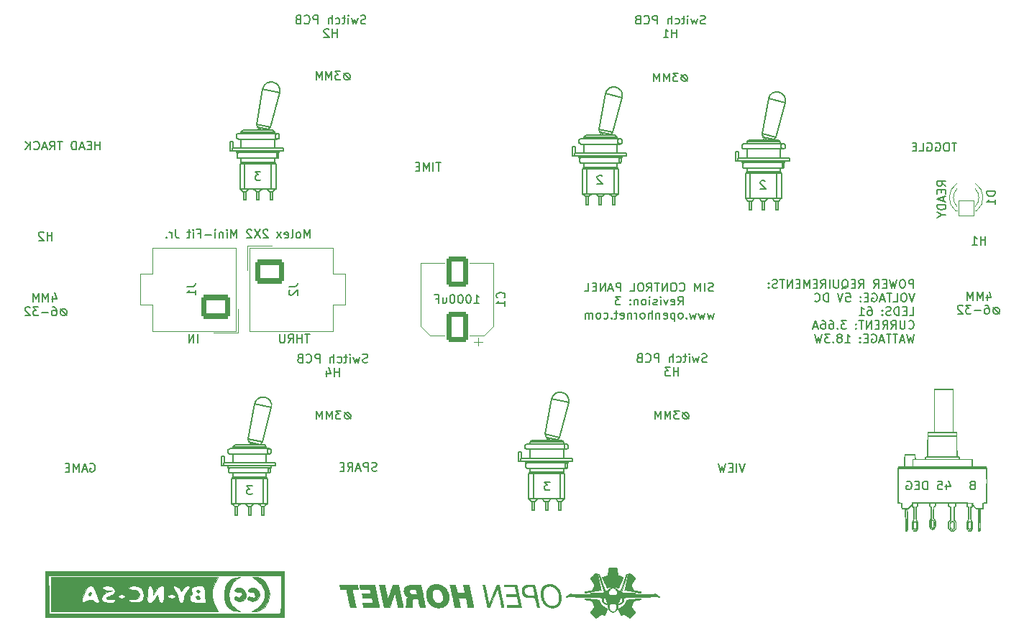
<source format=gbr>
%TF.GenerationSoftware,KiCad,Pcbnew,(6.0.9)*%
%TF.CreationDate,2023-04-01T15:24:10-08:00*%
%TF.ProjectId,SIM CONTROL PANEL,53494d20-434f-44e5-9452-4f4c2050414e,3*%
%TF.SameCoordinates,Original*%
%TF.FileFunction,Legend,Bot*%
%TF.FilePolarity,Positive*%
%FSLAX46Y46*%
G04 Gerber Fmt 4.6, Leading zero omitted, Abs format (unit mm)*
G04 Created by KiCad (PCBNEW (6.0.9)) date 2023-04-01 15:24:10*
%MOMM*%
%LPD*%
G01*
G04 APERTURE LIST*
G04 Aperture macros list*
%AMRoundRect*
0 Rectangle with rounded corners*
0 $1 Rounding radius*
0 $2 $3 $4 $5 $6 $7 $8 $9 X,Y pos of 4 corners*
0 Add a 4 corners polygon primitive as box body*
4,1,4,$2,$3,$4,$5,$6,$7,$8,$9,$2,$3,0*
0 Add four circle primitives for the rounded corners*
1,1,$1+$1,$2,$3*
1,1,$1+$1,$4,$5*
1,1,$1+$1,$6,$7*
1,1,$1+$1,$8,$9*
0 Add four rect primitives between the rounded corners*
20,1,$1+$1,$2,$3,$4,$5,0*
20,1,$1+$1,$4,$5,$6,$7,0*
20,1,$1+$1,$6,$7,$8,$9,0*
20,1,$1+$1,$8,$9,$2,$3,0*%
G04 Aperture macros list end*
%ADD10C,0.150000*%
%ADD11C,0.010000*%
%ADD12C,0.200000*%
%ADD13C,0.120000*%
%ADD14C,4.400000*%
%ADD15C,12.800000*%
%ADD16C,3.672000*%
%ADD17RoundRect,0.300000X1.000000X-1.500000X1.000000X1.500000X-1.000000X1.500000X-1.000000X-1.500000X0*%
%ADD18RoundRect,0.050000X0.900000X-0.900000X0.900000X0.900000X-0.900000X0.900000X-0.900000X-0.900000X0*%
%ADD19C,1.900000*%
%ADD20RoundRect,0.300001X1.399999X-1.099999X1.399999X1.099999X-1.399999X1.099999X-1.399999X-1.099999X0*%
%ADD21O,3.400000X2.800000*%
%ADD22RoundRect,0.300001X-1.399999X1.099999X-1.399999X-1.099999X1.399999X-1.099999X1.399999X1.099999X0*%
G04 APERTURE END LIST*
D10*
X198523544Y-85551760D02*
X198523544Y-84551760D01*
X198142592Y-84551760D01*
X198047354Y-84599380D01*
X197999735Y-84646999D01*
X197952116Y-84742237D01*
X197952116Y-84885094D01*
X197999735Y-84980332D01*
X198047354Y-85027951D01*
X198142592Y-85075570D01*
X198523544Y-85075570D01*
X197333068Y-84551760D02*
X197142592Y-84551760D01*
X197047354Y-84599380D01*
X196952116Y-84694618D01*
X196904497Y-84885094D01*
X196904497Y-85218427D01*
X196952116Y-85408903D01*
X197047354Y-85504141D01*
X197142592Y-85551760D01*
X197333068Y-85551760D01*
X197428306Y-85504141D01*
X197523544Y-85408903D01*
X197571163Y-85218427D01*
X197571163Y-84885094D01*
X197523544Y-84694618D01*
X197428306Y-84599380D01*
X197333068Y-84551760D01*
X196571163Y-84551760D02*
X196333068Y-85551760D01*
X196142592Y-84837475D01*
X195952116Y-85551760D01*
X195714020Y-84551760D01*
X195333068Y-85027951D02*
X194999735Y-85027951D01*
X194856878Y-85551760D02*
X195333068Y-85551760D01*
X195333068Y-84551760D01*
X194856878Y-84551760D01*
X193856878Y-85551760D02*
X194190211Y-85075570D01*
X194428306Y-85551760D02*
X194428306Y-84551760D01*
X194047354Y-84551760D01*
X193952116Y-84599380D01*
X193904497Y-84646999D01*
X193856878Y-84742237D01*
X193856878Y-84885094D01*
X193904497Y-84980332D01*
X193952116Y-85027951D01*
X194047354Y-85075570D01*
X194428306Y-85075570D01*
X192094973Y-85551760D02*
X192428306Y-85075570D01*
X192666401Y-85551760D02*
X192666401Y-84551760D01*
X192285449Y-84551760D01*
X192190211Y-84599380D01*
X192142592Y-84646999D01*
X192094973Y-84742237D01*
X192094973Y-84885094D01*
X192142592Y-84980332D01*
X192190211Y-85027951D01*
X192285449Y-85075570D01*
X192666401Y-85075570D01*
X191666401Y-85027951D02*
X191333068Y-85027951D01*
X191190211Y-85551760D02*
X191666401Y-85551760D01*
X191666401Y-84551760D01*
X191190211Y-84551760D01*
X190094973Y-85646999D02*
X190190211Y-85599380D01*
X190285449Y-85504141D01*
X190428306Y-85361284D01*
X190523544Y-85313665D01*
X190618782Y-85313665D01*
X190571163Y-85551760D02*
X190666401Y-85504141D01*
X190761640Y-85408903D01*
X190809259Y-85218427D01*
X190809259Y-84885094D01*
X190761640Y-84694618D01*
X190666401Y-84599380D01*
X190571163Y-84551760D01*
X190380687Y-84551760D01*
X190285449Y-84599380D01*
X190190211Y-84694618D01*
X190142592Y-84885094D01*
X190142592Y-85218427D01*
X190190211Y-85408903D01*
X190285449Y-85504141D01*
X190380687Y-85551760D01*
X190571163Y-85551760D01*
X189714020Y-84551760D02*
X189714020Y-85361284D01*
X189666401Y-85456522D01*
X189618782Y-85504141D01*
X189523544Y-85551760D01*
X189333068Y-85551760D01*
X189237830Y-85504141D01*
X189190211Y-85456522D01*
X189142592Y-85361284D01*
X189142592Y-84551760D01*
X188666401Y-85551760D02*
X188666401Y-84551760D01*
X187618782Y-85551760D02*
X187952116Y-85075570D01*
X188190211Y-85551760D02*
X188190211Y-84551760D01*
X187809259Y-84551760D01*
X187714020Y-84599380D01*
X187666401Y-84646999D01*
X187618782Y-84742237D01*
X187618782Y-84885094D01*
X187666401Y-84980332D01*
X187714020Y-85027951D01*
X187809259Y-85075570D01*
X188190211Y-85075570D01*
X187190211Y-85027951D02*
X186856878Y-85027951D01*
X186714020Y-85551760D02*
X187190211Y-85551760D01*
X187190211Y-84551760D01*
X186714020Y-84551760D01*
X186285449Y-85551760D02*
X186285449Y-84551760D01*
X185952116Y-85266046D01*
X185618782Y-84551760D01*
X185618782Y-85551760D01*
X185142592Y-85027951D02*
X184809259Y-85027951D01*
X184666401Y-85551760D02*
X185142592Y-85551760D01*
X185142592Y-84551760D01*
X184666401Y-84551760D01*
X184237830Y-85551760D02*
X184237830Y-84551760D01*
X183666401Y-85551760D01*
X183666401Y-84551760D01*
X183333068Y-84551760D02*
X182761640Y-84551760D01*
X183047354Y-85551760D02*
X183047354Y-84551760D01*
X182475925Y-85504141D02*
X182333068Y-85551760D01*
X182094973Y-85551760D01*
X181999735Y-85504141D01*
X181952116Y-85456522D01*
X181904497Y-85361284D01*
X181904497Y-85266046D01*
X181952116Y-85170808D01*
X181999735Y-85123189D01*
X182094973Y-85075570D01*
X182285449Y-85027951D01*
X182380687Y-84980332D01*
X182428306Y-84932713D01*
X182475925Y-84837475D01*
X182475925Y-84742237D01*
X182428306Y-84646999D01*
X182380687Y-84599380D01*
X182285449Y-84551760D01*
X182047354Y-84551760D01*
X181904497Y-84599380D01*
X181475925Y-85456522D02*
X181428306Y-85504141D01*
X181475925Y-85551760D01*
X181523544Y-85504141D01*
X181475925Y-85456522D01*
X181475925Y-85551760D01*
X181475925Y-84932713D02*
X181428306Y-84980332D01*
X181475925Y-85027951D01*
X181523544Y-84980332D01*
X181475925Y-84932713D01*
X181475925Y-85027951D01*
X198666401Y-86161760D02*
X198333068Y-87161760D01*
X197999735Y-86161760D01*
X197475925Y-86161760D02*
X197285449Y-86161760D01*
X197190211Y-86209380D01*
X197094973Y-86304618D01*
X197047354Y-86495094D01*
X197047354Y-86828427D01*
X197094973Y-87018903D01*
X197190211Y-87114141D01*
X197285449Y-87161760D01*
X197475925Y-87161760D01*
X197571163Y-87114141D01*
X197666401Y-87018903D01*
X197714020Y-86828427D01*
X197714020Y-86495094D01*
X197666401Y-86304618D01*
X197571163Y-86209380D01*
X197475925Y-86161760D01*
X196142592Y-87161760D02*
X196618782Y-87161760D01*
X196618782Y-86161760D01*
X195952116Y-86161760D02*
X195380687Y-86161760D01*
X195666401Y-87161760D02*
X195666401Y-86161760D01*
X195094973Y-86876046D02*
X194618782Y-86876046D01*
X195190211Y-87161760D02*
X194856878Y-86161760D01*
X194523544Y-87161760D01*
X193666401Y-86209380D02*
X193761640Y-86161760D01*
X193904497Y-86161760D01*
X194047354Y-86209380D01*
X194142592Y-86304618D01*
X194190211Y-86399856D01*
X194237830Y-86590332D01*
X194237830Y-86733189D01*
X194190211Y-86923665D01*
X194142592Y-87018903D01*
X194047354Y-87114141D01*
X193904497Y-87161760D01*
X193809259Y-87161760D01*
X193666401Y-87114141D01*
X193618782Y-87066522D01*
X193618782Y-86733189D01*
X193809259Y-86733189D01*
X193190211Y-86637951D02*
X192856878Y-86637951D01*
X192714020Y-87161760D02*
X193190211Y-87161760D01*
X193190211Y-86161760D01*
X192714020Y-86161760D01*
X192285449Y-87066522D02*
X192237830Y-87114141D01*
X192285449Y-87161760D01*
X192333068Y-87114141D01*
X192285449Y-87066522D01*
X192285449Y-87161760D01*
X192285449Y-86542713D02*
X192237830Y-86590332D01*
X192285449Y-86637951D01*
X192333068Y-86590332D01*
X192285449Y-86542713D01*
X192285449Y-86637951D01*
X190571163Y-86161760D02*
X191047354Y-86161760D01*
X191094973Y-86637951D01*
X191047354Y-86590332D01*
X190952116Y-86542713D01*
X190714020Y-86542713D01*
X190618782Y-86590332D01*
X190571163Y-86637951D01*
X190523544Y-86733189D01*
X190523544Y-86971284D01*
X190571163Y-87066522D01*
X190618782Y-87114141D01*
X190714020Y-87161760D01*
X190952116Y-87161760D01*
X191047354Y-87114141D01*
X191094973Y-87066522D01*
X190237830Y-86161760D02*
X189904497Y-87161760D01*
X189571163Y-86161760D01*
X188475925Y-87161760D02*
X188475925Y-86161760D01*
X188237830Y-86161760D01*
X188094973Y-86209380D01*
X187999735Y-86304618D01*
X187952116Y-86399856D01*
X187904497Y-86590332D01*
X187904497Y-86733189D01*
X187952116Y-86923665D01*
X187999735Y-87018903D01*
X188094973Y-87114141D01*
X188237830Y-87161760D01*
X188475925Y-87161760D01*
X186904497Y-87066522D02*
X186952116Y-87114141D01*
X187094973Y-87161760D01*
X187190211Y-87161760D01*
X187333068Y-87114141D01*
X187428306Y-87018903D01*
X187475925Y-86923665D01*
X187523544Y-86733189D01*
X187523544Y-86590332D01*
X187475925Y-86399856D01*
X187428306Y-86304618D01*
X187333068Y-86209380D01*
X187190211Y-86161760D01*
X187094973Y-86161760D01*
X186952116Y-86209380D01*
X186904497Y-86256999D01*
X198047354Y-88771760D02*
X198523544Y-88771760D01*
X198523544Y-87771760D01*
X197714020Y-88247951D02*
X197380687Y-88247951D01*
X197237830Y-88771760D02*
X197714020Y-88771760D01*
X197714020Y-87771760D01*
X197237830Y-87771760D01*
X196809259Y-88771760D02*
X196809259Y-87771760D01*
X196571163Y-87771760D01*
X196428306Y-87819380D01*
X196333068Y-87914618D01*
X196285449Y-88009856D01*
X196237830Y-88200332D01*
X196237830Y-88343189D01*
X196285449Y-88533665D01*
X196333068Y-88628903D01*
X196428306Y-88724141D01*
X196571163Y-88771760D01*
X196809259Y-88771760D01*
X195856878Y-88724141D02*
X195714020Y-88771760D01*
X195475925Y-88771760D01*
X195380687Y-88724141D01*
X195333068Y-88676522D01*
X195285449Y-88581284D01*
X195285449Y-88486046D01*
X195333068Y-88390808D01*
X195380687Y-88343189D01*
X195475925Y-88295570D01*
X195666401Y-88247951D01*
X195761640Y-88200332D01*
X195809259Y-88152713D01*
X195856878Y-88057475D01*
X195856878Y-87962237D01*
X195809259Y-87866999D01*
X195761640Y-87819380D01*
X195666401Y-87771760D01*
X195428306Y-87771760D01*
X195285449Y-87819380D01*
X194856878Y-88676522D02*
X194809259Y-88724141D01*
X194856878Y-88771760D01*
X194904497Y-88724141D01*
X194856878Y-88676522D01*
X194856878Y-88771760D01*
X194856878Y-88152713D02*
X194809259Y-88200332D01*
X194856878Y-88247951D01*
X194904497Y-88200332D01*
X194856878Y-88152713D01*
X194856878Y-88247951D01*
X193190211Y-87771760D02*
X193380687Y-87771760D01*
X193475925Y-87819380D01*
X193523544Y-87866999D01*
X193618782Y-88009856D01*
X193666401Y-88200332D01*
X193666401Y-88581284D01*
X193618782Y-88676522D01*
X193571163Y-88724141D01*
X193475925Y-88771760D01*
X193285449Y-88771760D01*
X193190211Y-88724141D01*
X193142592Y-88676522D01*
X193094973Y-88581284D01*
X193094973Y-88343189D01*
X193142592Y-88247951D01*
X193190211Y-88200332D01*
X193285449Y-88152713D01*
X193475925Y-88152713D01*
X193571163Y-88200332D01*
X193618782Y-88247951D01*
X193666401Y-88343189D01*
X192142592Y-88771760D02*
X192714020Y-88771760D01*
X192428306Y-88771760D02*
X192428306Y-87771760D01*
X192523544Y-87914618D01*
X192618782Y-88009856D01*
X192714020Y-88057475D01*
X197952116Y-90286522D02*
X197999735Y-90334141D01*
X198142592Y-90381760D01*
X198237830Y-90381760D01*
X198380687Y-90334141D01*
X198475925Y-90238903D01*
X198523544Y-90143665D01*
X198571163Y-89953189D01*
X198571163Y-89810332D01*
X198523544Y-89619856D01*
X198475925Y-89524618D01*
X198380687Y-89429380D01*
X198237830Y-89381760D01*
X198142592Y-89381760D01*
X197999735Y-89429380D01*
X197952116Y-89476999D01*
X197523544Y-89381760D02*
X197523544Y-90191284D01*
X197475925Y-90286522D01*
X197428306Y-90334141D01*
X197333068Y-90381760D01*
X197142592Y-90381760D01*
X197047354Y-90334141D01*
X196999735Y-90286522D01*
X196952116Y-90191284D01*
X196952116Y-89381760D01*
X195904497Y-90381760D02*
X196237830Y-89905570D01*
X196475925Y-90381760D02*
X196475925Y-89381760D01*
X196094973Y-89381760D01*
X195999735Y-89429380D01*
X195952116Y-89476999D01*
X195904497Y-89572237D01*
X195904497Y-89715094D01*
X195952116Y-89810332D01*
X195999735Y-89857951D01*
X196094973Y-89905570D01*
X196475925Y-89905570D01*
X194904497Y-90381760D02*
X195237830Y-89905570D01*
X195475925Y-90381760D02*
X195475925Y-89381760D01*
X195094973Y-89381760D01*
X194999735Y-89429380D01*
X194952116Y-89476999D01*
X194904497Y-89572237D01*
X194904497Y-89715094D01*
X194952116Y-89810332D01*
X194999735Y-89857951D01*
X195094973Y-89905570D01*
X195475925Y-89905570D01*
X194475925Y-89857951D02*
X194142592Y-89857951D01*
X193999735Y-90381760D02*
X194475925Y-90381760D01*
X194475925Y-89381760D01*
X193999735Y-89381760D01*
X193571163Y-90381760D02*
X193571163Y-89381760D01*
X192999735Y-90381760D01*
X192999735Y-89381760D01*
X192666401Y-89381760D02*
X192094973Y-89381760D01*
X192380687Y-90381760D02*
X192380687Y-89381760D01*
X191761640Y-90286522D02*
X191714020Y-90334141D01*
X191761640Y-90381760D01*
X191809259Y-90334141D01*
X191761640Y-90286522D01*
X191761640Y-90381760D01*
X191761640Y-89762713D02*
X191714020Y-89810332D01*
X191761640Y-89857951D01*
X191809259Y-89810332D01*
X191761640Y-89762713D01*
X191761640Y-89857951D01*
X190618782Y-89381760D02*
X189999735Y-89381760D01*
X190333068Y-89762713D01*
X190190211Y-89762713D01*
X190094973Y-89810332D01*
X190047354Y-89857951D01*
X189999735Y-89953189D01*
X189999735Y-90191284D01*
X190047354Y-90286522D01*
X190094973Y-90334141D01*
X190190211Y-90381760D01*
X190475925Y-90381760D01*
X190571163Y-90334141D01*
X190618782Y-90286522D01*
X189571163Y-90286522D02*
X189523544Y-90334141D01*
X189571163Y-90381760D01*
X189618782Y-90334141D01*
X189571163Y-90286522D01*
X189571163Y-90381760D01*
X188666401Y-89381760D02*
X188856878Y-89381760D01*
X188952116Y-89429380D01*
X188999735Y-89476999D01*
X189094973Y-89619856D01*
X189142592Y-89810332D01*
X189142592Y-90191284D01*
X189094973Y-90286522D01*
X189047354Y-90334141D01*
X188952116Y-90381760D01*
X188761640Y-90381760D01*
X188666401Y-90334141D01*
X188618782Y-90286522D01*
X188571163Y-90191284D01*
X188571163Y-89953189D01*
X188618782Y-89857951D01*
X188666401Y-89810332D01*
X188761640Y-89762713D01*
X188952116Y-89762713D01*
X189047354Y-89810332D01*
X189094973Y-89857951D01*
X189142592Y-89953189D01*
X187714020Y-89381760D02*
X187904497Y-89381760D01*
X187999735Y-89429380D01*
X188047354Y-89476999D01*
X188142592Y-89619856D01*
X188190211Y-89810332D01*
X188190211Y-90191284D01*
X188142592Y-90286522D01*
X188094973Y-90334141D01*
X187999735Y-90381760D01*
X187809259Y-90381760D01*
X187714020Y-90334141D01*
X187666401Y-90286522D01*
X187618782Y-90191284D01*
X187618782Y-89953189D01*
X187666401Y-89857951D01*
X187714020Y-89810332D01*
X187809259Y-89762713D01*
X187999735Y-89762713D01*
X188094973Y-89810332D01*
X188142592Y-89857951D01*
X188190211Y-89953189D01*
X187237830Y-90096046D02*
X186761640Y-90096046D01*
X187333068Y-90381760D02*
X186999735Y-89381760D01*
X186666401Y-90381760D01*
X198618782Y-90991760D02*
X198380687Y-91991760D01*
X198190211Y-91277475D01*
X197999735Y-91991760D01*
X197761640Y-90991760D01*
X197428306Y-91706046D02*
X196952116Y-91706046D01*
X197523544Y-91991760D02*
X197190211Y-90991760D01*
X196856878Y-91991760D01*
X196666401Y-90991760D02*
X196094973Y-90991760D01*
X196380687Y-91991760D02*
X196380687Y-90991760D01*
X195904497Y-90991760D02*
X195333068Y-90991760D01*
X195618782Y-91991760D02*
X195618782Y-90991760D01*
X195047354Y-91706046D02*
X194571163Y-91706046D01*
X195142592Y-91991760D02*
X194809259Y-90991760D01*
X194475925Y-91991760D01*
X193618782Y-91039380D02*
X193714020Y-90991760D01*
X193856878Y-90991760D01*
X193999735Y-91039380D01*
X194094973Y-91134618D01*
X194142592Y-91229856D01*
X194190211Y-91420332D01*
X194190211Y-91563189D01*
X194142592Y-91753665D01*
X194094973Y-91848903D01*
X193999735Y-91944141D01*
X193856878Y-91991760D01*
X193761640Y-91991760D01*
X193618782Y-91944141D01*
X193571163Y-91896522D01*
X193571163Y-91563189D01*
X193761640Y-91563189D01*
X193142592Y-91467951D02*
X192809259Y-91467951D01*
X192666401Y-91991760D02*
X193142592Y-91991760D01*
X193142592Y-90991760D01*
X192666401Y-90991760D01*
X192237830Y-91896522D02*
X192190211Y-91944141D01*
X192237830Y-91991760D01*
X192285449Y-91944141D01*
X192237830Y-91896522D01*
X192237830Y-91991760D01*
X192237830Y-91372713D02*
X192190211Y-91420332D01*
X192237830Y-91467951D01*
X192285449Y-91420332D01*
X192237830Y-91372713D01*
X192237830Y-91467951D01*
X190475925Y-91991760D02*
X191047354Y-91991760D01*
X190761640Y-91991760D02*
X190761640Y-90991760D01*
X190856878Y-91134618D01*
X190952116Y-91229856D01*
X191047354Y-91277475D01*
X189904497Y-91420332D02*
X189999735Y-91372713D01*
X190047354Y-91325094D01*
X190094973Y-91229856D01*
X190094973Y-91182237D01*
X190047354Y-91086999D01*
X189999735Y-91039380D01*
X189904497Y-90991760D01*
X189714020Y-90991760D01*
X189618782Y-91039380D01*
X189571163Y-91086999D01*
X189523544Y-91182237D01*
X189523544Y-91229856D01*
X189571163Y-91325094D01*
X189618782Y-91372713D01*
X189714020Y-91420332D01*
X189904497Y-91420332D01*
X189999735Y-91467951D01*
X190047354Y-91515570D01*
X190094973Y-91610808D01*
X190094973Y-91801284D01*
X190047354Y-91896522D01*
X189999735Y-91944141D01*
X189904497Y-91991760D01*
X189714020Y-91991760D01*
X189618782Y-91944141D01*
X189571163Y-91896522D01*
X189523544Y-91801284D01*
X189523544Y-91610808D01*
X189571163Y-91515570D01*
X189618782Y-91467951D01*
X189714020Y-91420332D01*
X189094973Y-91896522D02*
X189047354Y-91944141D01*
X189094973Y-91991760D01*
X189142592Y-91944141D01*
X189094973Y-91896522D01*
X189094973Y-91991760D01*
X188714020Y-90991760D02*
X188094973Y-90991760D01*
X188428306Y-91372713D01*
X188285449Y-91372713D01*
X188190211Y-91420332D01*
X188142592Y-91467951D01*
X188094973Y-91563189D01*
X188094973Y-91801284D01*
X188142592Y-91896522D01*
X188190211Y-91944141D01*
X188285449Y-91991760D01*
X188571163Y-91991760D01*
X188666401Y-91944141D01*
X188714020Y-91896522D01*
X187761640Y-90991760D02*
X187523544Y-91991760D01*
X187333068Y-91277475D01*
X187142592Y-91991760D01*
X186904497Y-90991760D01*
X171665685Y-60447276D02*
X171475209Y-60447276D01*
X171284733Y-60542514D01*
X171189495Y-60732990D01*
X171189495Y-60923466D01*
X171284733Y-61113942D01*
X171475209Y-61209180D01*
X171665685Y-61209180D01*
X171856161Y-61113942D01*
X171951400Y-60923466D01*
X171951400Y-60732990D01*
X171856161Y-60542514D01*
X171665685Y-60447276D01*
X171189495Y-60447276D02*
X171951400Y-61209180D01*
X170808542Y-60209180D02*
X170189495Y-60209180D01*
X170522828Y-60590133D01*
X170379971Y-60590133D01*
X170284733Y-60637752D01*
X170237114Y-60685371D01*
X170189495Y-60780609D01*
X170189495Y-61018704D01*
X170237114Y-61113942D01*
X170284733Y-61161561D01*
X170379971Y-61209180D01*
X170665685Y-61209180D01*
X170760923Y-61161561D01*
X170808542Y-61113942D01*
X169760923Y-61209180D02*
X169760923Y-60209180D01*
X169427590Y-60923466D01*
X169094257Y-60209180D01*
X169094257Y-61209180D01*
X168618066Y-61209180D02*
X168618066Y-60209180D01*
X168284733Y-60923466D01*
X167951400Y-60209180D01*
X167951400Y-61209180D01*
X142873219Y-70775580D02*
X142301790Y-70775580D01*
X142587504Y-71775580D02*
X142587504Y-70775580D01*
X141968457Y-71775580D02*
X141968457Y-70775580D01*
X141492266Y-71775580D02*
X141492266Y-70775580D01*
X141158933Y-71489866D01*
X140825600Y-70775580D01*
X140825600Y-71775580D01*
X140349409Y-71251771D02*
X140016076Y-71251771D01*
X139873219Y-71775580D02*
X140349409Y-71775580D01*
X140349409Y-70775580D01*
X139873219Y-70775580D01*
X178695238Y-106252380D02*
X178361904Y-107252380D01*
X178028571Y-106252380D01*
X177695238Y-107252380D02*
X177695238Y-106252380D01*
X177219047Y-106728571D02*
X176885714Y-106728571D01*
X176742857Y-107252380D02*
X177219047Y-107252380D01*
X177219047Y-106252380D01*
X176742857Y-106252380D01*
X176409523Y-106252380D02*
X176171428Y-107252380D01*
X175980952Y-106538095D01*
X175790476Y-107252380D01*
X175552380Y-106252380D01*
X146803809Y-87320380D02*
X147375238Y-87320380D01*
X147089523Y-87320380D02*
X147089523Y-86320380D01*
X147184761Y-86463238D01*
X147280000Y-86558476D01*
X147375238Y-86606095D01*
X146184761Y-86320380D02*
X146089523Y-86320380D01*
X145994285Y-86368000D01*
X145946666Y-86415619D01*
X145899047Y-86510857D01*
X145851428Y-86701333D01*
X145851428Y-86939428D01*
X145899047Y-87129904D01*
X145946666Y-87225142D01*
X145994285Y-87272761D01*
X146089523Y-87320380D01*
X146184761Y-87320380D01*
X146280000Y-87272761D01*
X146327619Y-87225142D01*
X146375238Y-87129904D01*
X146422857Y-86939428D01*
X146422857Y-86701333D01*
X146375238Y-86510857D01*
X146327619Y-86415619D01*
X146280000Y-86368000D01*
X146184761Y-86320380D01*
X145232380Y-86320380D02*
X145137142Y-86320380D01*
X145041904Y-86368000D01*
X144994285Y-86415619D01*
X144946666Y-86510857D01*
X144899047Y-86701333D01*
X144899047Y-86939428D01*
X144946666Y-87129904D01*
X144994285Y-87225142D01*
X145041904Y-87272761D01*
X145137142Y-87320380D01*
X145232380Y-87320380D01*
X145327619Y-87272761D01*
X145375238Y-87225142D01*
X145422857Y-87129904D01*
X145470476Y-86939428D01*
X145470476Y-86701333D01*
X145422857Y-86510857D01*
X145375238Y-86415619D01*
X145327619Y-86368000D01*
X145232380Y-86320380D01*
X144280000Y-86320380D02*
X144184761Y-86320380D01*
X144089523Y-86368000D01*
X144041904Y-86415619D01*
X143994285Y-86510857D01*
X143946666Y-86701333D01*
X143946666Y-86939428D01*
X143994285Y-87129904D01*
X144041904Y-87225142D01*
X144089523Y-87272761D01*
X144184761Y-87320380D01*
X144280000Y-87320380D01*
X144375238Y-87272761D01*
X144422857Y-87225142D01*
X144470476Y-87129904D01*
X144518095Y-86939428D01*
X144518095Y-86701333D01*
X144470476Y-86510857D01*
X144422857Y-86415619D01*
X144375238Y-86368000D01*
X144280000Y-86320380D01*
X143089523Y-86653714D02*
X143089523Y-87320380D01*
X143518095Y-86653714D02*
X143518095Y-87177523D01*
X143470476Y-87272761D01*
X143375238Y-87320380D01*
X143232380Y-87320380D01*
X143137142Y-87272761D01*
X143089523Y-87225142D01*
X142280000Y-86796571D02*
X142613333Y-86796571D01*
X142613333Y-87320380D02*
X142613333Y-86320380D01*
X142137142Y-86320380D01*
X101596676Y-106256200D02*
X101691914Y-106208580D01*
X101834771Y-106208580D01*
X101977628Y-106256200D01*
X102072866Y-106351438D01*
X102120485Y-106446676D01*
X102168104Y-106637152D01*
X102168104Y-106780009D01*
X102120485Y-106970485D01*
X102072866Y-107065723D01*
X101977628Y-107160961D01*
X101834771Y-107208580D01*
X101739533Y-107208580D01*
X101596676Y-107160961D01*
X101549057Y-107113342D01*
X101549057Y-106780009D01*
X101739533Y-106780009D01*
X101168104Y-106922866D02*
X100691914Y-106922866D01*
X101263342Y-107208580D02*
X100930009Y-106208580D01*
X100596676Y-107208580D01*
X100263342Y-107208580D02*
X100263342Y-106208580D01*
X99930009Y-106922866D01*
X99596676Y-106208580D01*
X99596676Y-107208580D01*
X99120485Y-106684771D02*
X98787152Y-106684771D01*
X98644295Y-107208580D02*
X99120485Y-107208580D01*
X99120485Y-106208580D01*
X98644295Y-106208580D01*
X174173638Y-94240161D02*
X174030780Y-94287780D01*
X173792685Y-94287780D01*
X173697447Y-94240161D01*
X173649828Y-94192542D01*
X173602209Y-94097304D01*
X173602209Y-94002066D01*
X173649828Y-93906828D01*
X173697447Y-93859209D01*
X173792685Y-93811590D01*
X173983161Y-93763971D01*
X174078400Y-93716352D01*
X174126019Y-93668733D01*
X174173638Y-93573495D01*
X174173638Y-93478257D01*
X174126019Y-93383019D01*
X174078400Y-93335400D01*
X173983161Y-93287780D01*
X173745066Y-93287780D01*
X173602209Y-93335400D01*
X173268876Y-93621114D02*
X173078400Y-94287780D01*
X172887923Y-93811590D01*
X172697447Y-94287780D01*
X172506971Y-93621114D01*
X172126019Y-94287780D02*
X172126019Y-93621114D01*
X172126019Y-93287780D02*
X172173638Y-93335400D01*
X172126019Y-93383019D01*
X172078400Y-93335400D01*
X172126019Y-93287780D01*
X172126019Y-93383019D01*
X171792685Y-93621114D02*
X171411733Y-93621114D01*
X171649828Y-93287780D02*
X171649828Y-94144923D01*
X171602209Y-94240161D01*
X171506971Y-94287780D01*
X171411733Y-94287780D01*
X170649828Y-94240161D02*
X170745066Y-94287780D01*
X170935542Y-94287780D01*
X171030780Y-94240161D01*
X171078400Y-94192542D01*
X171126019Y-94097304D01*
X171126019Y-93811590D01*
X171078400Y-93716352D01*
X171030780Y-93668733D01*
X170935542Y-93621114D01*
X170745066Y-93621114D01*
X170649828Y-93668733D01*
X170221257Y-94287780D02*
X170221257Y-93287780D01*
X169792685Y-94287780D02*
X169792685Y-93763971D01*
X169840304Y-93668733D01*
X169935542Y-93621114D01*
X170078400Y-93621114D01*
X170173638Y-93668733D01*
X170221257Y-93716352D01*
X168554590Y-94287780D02*
X168554590Y-93287780D01*
X168173638Y-93287780D01*
X168078400Y-93335400D01*
X168030780Y-93383019D01*
X167983161Y-93478257D01*
X167983161Y-93621114D01*
X168030780Y-93716352D01*
X168078400Y-93763971D01*
X168173638Y-93811590D01*
X168554590Y-93811590D01*
X166983161Y-94192542D02*
X167030780Y-94240161D01*
X167173638Y-94287780D01*
X167268876Y-94287780D01*
X167411733Y-94240161D01*
X167506971Y-94144923D01*
X167554590Y-94049685D01*
X167602209Y-93859209D01*
X167602209Y-93716352D01*
X167554590Y-93525876D01*
X167506971Y-93430638D01*
X167411733Y-93335400D01*
X167268876Y-93287780D01*
X167173638Y-93287780D01*
X167030780Y-93335400D01*
X166983161Y-93383019D01*
X166221257Y-93763971D02*
X166078400Y-93811590D01*
X166030780Y-93859209D01*
X165983161Y-93954447D01*
X165983161Y-94097304D01*
X166030780Y-94192542D01*
X166078400Y-94240161D01*
X166173638Y-94287780D01*
X166554590Y-94287780D01*
X166554590Y-93287780D01*
X166221257Y-93287780D01*
X166126019Y-93335400D01*
X166078400Y-93383019D01*
X166030780Y-93478257D01*
X166030780Y-93573495D01*
X166078400Y-93668733D01*
X166126019Y-93716352D01*
X166221257Y-93763971D01*
X166554590Y-93763971D01*
X170840304Y-95897780D02*
X170840304Y-94897780D01*
X170840304Y-95373971D02*
X170268876Y-95373971D01*
X170268876Y-95897780D02*
X170268876Y-94897780D01*
X169887923Y-94897780D02*
X169268876Y-94897780D01*
X169602209Y-95278733D01*
X169459352Y-95278733D01*
X169364114Y-95326352D01*
X169316495Y-95373971D01*
X169268876Y-95469209D01*
X169268876Y-95707304D01*
X169316495Y-95802542D01*
X169364114Y-95850161D01*
X169459352Y-95897780D01*
X169745066Y-95897780D01*
X169840304Y-95850161D01*
X169887923Y-95802542D01*
X121643733Y-71842380D02*
X121024685Y-71842380D01*
X121358019Y-72223333D01*
X121215161Y-72223333D01*
X121119923Y-72270952D01*
X121072304Y-72318571D01*
X121024685Y-72413809D01*
X121024685Y-72651904D01*
X121072304Y-72747142D01*
X121119923Y-72794761D01*
X121215161Y-72842380D01*
X121500876Y-72842380D01*
X121596114Y-72794761D01*
X121643733Y-72747142D01*
X102732142Y-69252380D02*
X102732142Y-68252380D01*
X102732142Y-68728571D02*
X102160714Y-68728571D01*
X102160714Y-69252380D02*
X102160714Y-68252380D01*
X101684523Y-68728571D02*
X101351190Y-68728571D01*
X101208333Y-69252380D02*
X101684523Y-69252380D01*
X101684523Y-68252380D01*
X101208333Y-68252380D01*
X100827380Y-68966666D02*
X100351190Y-68966666D01*
X100922619Y-69252380D02*
X100589285Y-68252380D01*
X100255952Y-69252380D01*
X99922619Y-69252380D02*
X99922619Y-68252380D01*
X99684523Y-68252380D01*
X99541666Y-68300000D01*
X99446428Y-68395238D01*
X99398809Y-68490476D01*
X99351190Y-68680952D01*
X99351190Y-68823809D01*
X99398809Y-69014285D01*
X99446428Y-69109523D01*
X99541666Y-69204761D01*
X99684523Y-69252380D01*
X99922619Y-69252380D01*
X98303571Y-68252380D02*
X97732142Y-68252380D01*
X98017857Y-69252380D02*
X98017857Y-68252380D01*
X96827380Y-69252380D02*
X97160714Y-68776190D01*
X97398809Y-69252380D02*
X97398809Y-68252380D01*
X97017857Y-68252380D01*
X96922619Y-68300000D01*
X96875000Y-68347619D01*
X96827380Y-68442857D01*
X96827380Y-68585714D01*
X96875000Y-68680952D01*
X96922619Y-68728571D01*
X97017857Y-68776190D01*
X97398809Y-68776190D01*
X96446428Y-68966666D02*
X95970238Y-68966666D01*
X96541666Y-69252380D02*
X96208333Y-68252380D01*
X95875000Y-69252380D01*
X94970238Y-69157142D02*
X95017857Y-69204761D01*
X95160714Y-69252380D01*
X95255952Y-69252380D01*
X95398809Y-69204761D01*
X95494047Y-69109523D01*
X95541666Y-69014285D01*
X95589285Y-68823809D01*
X95589285Y-68680952D01*
X95541666Y-68490476D01*
X95494047Y-68395238D01*
X95398809Y-68300000D01*
X95255952Y-68252380D01*
X95160714Y-68252380D01*
X95017857Y-68300000D01*
X94970238Y-68347619D01*
X94541666Y-69252380D02*
X94541666Y-68252380D01*
X93970238Y-69252380D02*
X94398809Y-68680952D01*
X93970238Y-68252380D02*
X94541666Y-68823809D01*
X202327380Y-73550000D02*
X201851190Y-73216666D01*
X202327380Y-72978571D02*
X201327380Y-72978571D01*
X201327380Y-73359523D01*
X201375000Y-73454761D01*
X201422619Y-73502380D01*
X201517857Y-73550000D01*
X201660714Y-73550000D01*
X201755952Y-73502380D01*
X201803571Y-73454761D01*
X201851190Y-73359523D01*
X201851190Y-72978571D01*
X201803571Y-73978571D02*
X201803571Y-74311904D01*
X202327380Y-74454761D02*
X202327380Y-73978571D01*
X201327380Y-73978571D01*
X201327380Y-74454761D01*
X202041666Y-74835714D02*
X202041666Y-75311904D01*
X202327380Y-74740476D02*
X201327380Y-75073809D01*
X202327380Y-75407142D01*
X202327380Y-75740476D02*
X201327380Y-75740476D01*
X201327380Y-75978571D01*
X201375000Y-76121428D01*
X201470238Y-76216666D01*
X201565476Y-76264285D01*
X201755952Y-76311904D01*
X201898809Y-76311904D01*
X202089285Y-76264285D01*
X202184523Y-76216666D01*
X202279761Y-76121428D01*
X202327380Y-75978571D01*
X202327380Y-75740476D01*
X201851190Y-76930952D02*
X202327380Y-76930952D01*
X201327380Y-76597619D02*
X201851190Y-76930952D01*
X201327380Y-77264285D01*
X120653133Y-108850180D02*
X120034085Y-108850180D01*
X120367419Y-109231133D01*
X120224561Y-109231133D01*
X120129323Y-109278752D01*
X120081704Y-109326371D01*
X120034085Y-109421609D01*
X120034085Y-109659704D01*
X120081704Y-109754942D01*
X120129323Y-109802561D01*
X120224561Y-109850180D01*
X120510276Y-109850180D01*
X120605514Y-109802561D01*
X120653133Y-109754942D01*
X205595238Y-108730952D02*
X205690476Y-108683333D01*
X205738095Y-108635714D01*
X205785714Y-108540476D01*
X205785714Y-108492857D01*
X205738095Y-108397619D01*
X205690476Y-108350000D01*
X205595238Y-108302380D01*
X205404761Y-108302380D01*
X205309523Y-108350000D01*
X205261904Y-108397619D01*
X205214285Y-108492857D01*
X205214285Y-108540476D01*
X205261904Y-108635714D01*
X205309523Y-108683333D01*
X205404761Y-108730952D01*
X205595238Y-108730952D01*
X205690476Y-108778571D01*
X205738095Y-108826190D01*
X205785714Y-108921428D01*
X205785714Y-109111904D01*
X205738095Y-109207142D01*
X205690476Y-109254761D01*
X205595238Y-109302380D01*
X205404761Y-109302380D01*
X205309523Y-109254761D01*
X205261904Y-109207142D01*
X205214285Y-109111904D01*
X205214285Y-108921428D01*
X205261904Y-108826190D01*
X205309523Y-108778571D01*
X205404761Y-108730952D01*
X127452380Y-79652380D02*
X127452380Y-78652380D01*
X127119047Y-79366666D01*
X126785714Y-78652380D01*
X126785714Y-79652380D01*
X126166666Y-79652380D02*
X126261904Y-79604761D01*
X126309523Y-79557142D01*
X126357142Y-79461904D01*
X126357142Y-79176190D01*
X126309523Y-79080952D01*
X126261904Y-79033333D01*
X126166666Y-78985714D01*
X126023809Y-78985714D01*
X125928571Y-79033333D01*
X125880952Y-79080952D01*
X125833333Y-79176190D01*
X125833333Y-79461904D01*
X125880952Y-79557142D01*
X125928571Y-79604761D01*
X126023809Y-79652380D01*
X126166666Y-79652380D01*
X125261904Y-79652380D02*
X125357142Y-79604761D01*
X125404761Y-79509523D01*
X125404761Y-78652380D01*
X124500000Y-79604761D02*
X124595238Y-79652380D01*
X124785714Y-79652380D01*
X124880952Y-79604761D01*
X124928571Y-79509523D01*
X124928571Y-79128571D01*
X124880952Y-79033333D01*
X124785714Y-78985714D01*
X124595238Y-78985714D01*
X124500000Y-79033333D01*
X124452380Y-79128571D01*
X124452380Y-79223809D01*
X124928571Y-79319047D01*
X124119047Y-79652380D02*
X123595238Y-78985714D01*
X124119047Y-78985714D02*
X123595238Y-79652380D01*
X122500000Y-78747619D02*
X122452380Y-78700000D01*
X122357142Y-78652380D01*
X122119047Y-78652380D01*
X122023809Y-78700000D01*
X121976190Y-78747619D01*
X121928571Y-78842857D01*
X121928571Y-78938095D01*
X121976190Y-79080952D01*
X122547619Y-79652380D01*
X121928571Y-79652380D01*
X121595238Y-78652380D02*
X120928571Y-79652380D01*
X120928571Y-78652380D02*
X121595238Y-79652380D01*
X120595238Y-78747619D02*
X120547619Y-78700000D01*
X120452380Y-78652380D01*
X120214285Y-78652380D01*
X120119047Y-78700000D01*
X120071428Y-78747619D01*
X120023809Y-78842857D01*
X120023809Y-78938095D01*
X120071428Y-79080952D01*
X120642857Y-79652380D01*
X120023809Y-79652380D01*
X118833333Y-79652380D02*
X118833333Y-78652380D01*
X118500000Y-79366666D01*
X118166666Y-78652380D01*
X118166666Y-79652380D01*
X117690476Y-79652380D02*
X117690476Y-78985714D01*
X117690476Y-78652380D02*
X117738095Y-78700000D01*
X117690476Y-78747619D01*
X117642857Y-78700000D01*
X117690476Y-78652380D01*
X117690476Y-78747619D01*
X117214285Y-78985714D02*
X117214285Y-79652380D01*
X117214285Y-79080952D02*
X117166666Y-79033333D01*
X117071428Y-78985714D01*
X116928571Y-78985714D01*
X116833333Y-79033333D01*
X116785714Y-79128571D01*
X116785714Y-79652380D01*
X116309523Y-79652380D02*
X116309523Y-78985714D01*
X116309523Y-78652380D02*
X116357142Y-78700000D01*
X116309523Y-78747619D01*
X116261904Y-78700000D01*
X116309523Y-78652380D01*
X116309523Y-78747619D01*
X115833333Y-79271428D02*
X115071428Y-79271428D01*
X114261904Y-79128571D02*
X114595238Y-79128571D01*
X114595238Y-79652380D02*
X114595238Y-78652380D01*
X114119047Y-78652380D01*
X113738095Y-79652380D02*
X113738095Y-78985714D01*
X113738095Y-78652380D02*
X113785714Y-78700000D01*
X113738095Y-78747619D01*
X113690476Y-78700000D01*
X113738095Y-78652380D01*
X113738095Y-78747619D01*
X113404761Y-78985714D02*
X113023809Y-78985714D01*
X113261904Y-78652380D02*
X113261904Y-79509523D01*
X113214285Y-79604761D01*
X113119047Y-79652380D01*
X113023809Y-79652380D01*
X111642857Y-78652380D02*
X111642857Y-79366666D01*
X111690476Y-79509523D01*
X111785714Y-79604761D01*
X111928571Y-79652380D01*
X112023809Y-79652380D01*
X111166666Y-79652380D02*
X111166666Y-78985714D01*
X111166666Y-79176190D02*
X111119047Y-79080952D01*
X111071428Y-79033333D01*
X110976190Y-78985714D01*
X110880952Y-78985714D01*
X110547619Y-79557142D02*
X110500000Y-79604761D01*
X110547619Y-79652380D01*
X110595238Y-79604761D01*
X110547619Y-79557142D01*
X110547619Y-79652380D01*
X127433333Y-91002380D02*
X126861904Y-91002380D01*
X127147619Y-92002380D02*
X127147619Y-91002380D01*
X126528571Y-92002380D02*
X126528571Y-91002380D01*
X126528571Y-91478571D02*
X125957142Y-91478571D01*
X125957142Y-92002380D02*
X125957142Y-91002380D01*
X124909523Y-92002380D02*
X125242857Y-91526190D01*
X125480952Y-92002380D02*
X125480952Y-91002380D01*
X125100000Y-91002380D01*
X125004761Y-91050000D01*
X124957142Y-91097619D01*
X124909523Y-91192857D01*
X124909523Y-91335714D01*
X124957142Y-91430952D01*
X125004761Y-91478571D01*
X125100000Y-91526190D01*
X125480952Y-91526190D01*
X124480952Y-91002380D02*
X124480952Y-91811904D01*
X124433333Y-91907142D01*
X124385714Y-91954761D01*
X124290476Y-92002380D01*
X124100000Y-92002380D01*
X124004761Y-91954761D01*
X123957142Y-91907142D01*
X123909523Y-91811904D01*
X123909523Y-91002380D01*
X174935209Y-85891361D02*
X174792352Y-85938980D01*
X174554257Y-85938980D01*
X174459019Y-85891361D01*
X174411400Y-85843742D01*
X174363780Y-85748504D01*
X174363780Y-85653266D01*
X174411400Y-85558028D01*
X174459019Y-85510409D01*
X174554257Y-85462790D01*
X174744733Y-85415171D01*
X174839971Y-85367552D01*
X174887590Y-85319933D01*
X174935209Y-85224695D01*
X174935209Y-85129457D01*
X174887590Y-85034219D01*
X174839971Y-84986600D01*
X174744733Y-84938980D01*
X174506638Y-84938980D01*
X174363780Y-84986600D01*
X173935209Y-85938980D02*
X173935209Y-84938980D01*
X173459019Y-85938980D02*
X173459019Y-84938980D01*
X173125685Y-85653266D01*
X172792352Y-84938980D01*
X172792352Y-85938980D01*
X170982828Y-85843742D02*
X171030447Y-85891361D01*
X171173304Y-85938980D01*
X171268542Y-85938980D01*
X171411400Y-85891361D01*
X171506638Y-85796123D01*
X171554257Y-85700885D01*
X171601876Y-85510409D01*
X171601876Y-85367552D01*
X171554257Y-85177076D01*
X171506638Y-85081838D01*
X171411400Y-84986600D01*
X171268542Y-84938980D01*
X171173304Y-84938980D01*
X171030447Y-84986600D01*
X170982828Y-85034219D01*
X170363780Y-84938980D02*
X170173304Y-84938980D01*
X170078066Y-84986600D01*
X169982828Y-85081838D01*
X169935209Y-85272314D01*
X169935209Y-85605647D01*
X169982828Y-85796123D01*
X170078066Y-85891361D01*
X170173304Y-85938980D01*
X170363780Y-85938980D01*
X170459019Y-85891361D01*
X170554257Y-85796123D01*
X170601876Y-85605647D01*
X170601876Y-85272314D01*
X170554257Y-85081838D01*
X170459019Y-84986600D01*
X170363780Y-84938980D01*
X169506638Y-85938980D02*
X169506638Y-84938980D01*
X168935209Y-85938980D01*
X168935209Y-84938980D01*
X168601876Y-84938980D02*
X168030447Y-84938980D01*
X168316161Y-85938980D02*
X168316161Y-84938980D01*
X167125685Y-85938980D02*
X167459019Y-85462790D01*
X167697114Y-85938980D02*
X167697114Y-84938980D01*
X167316161Y-84938980D01*
X167220923Y-84986600D01*
X167173304Y-85034219D01*
X167125685Y-85129457D01*
X167125685Y-85272314D01*
X167173304Y-85367552D01*
X167220923Y-85415171D01*
X167316161Y-85462790D01*
X167697114Y-85462790D01*
X166506638Y-84938980D02*
X166316161Y-84938980D01*
X166220923Y-84986600D01*
X166125685Y-85081838D01*
X166078066Y-85272314D01*
X166078066Y-85605647D01*
X166125685Y-85796123D01*
X166220923Y-85891361D01*
X166316161Y-85938980D01*
X166506638Y-85938980D01*
X166601876Y-85891361D01*
X166697114Y-85796123D01*
X166744733Y-85605647D01*
X166744733Y-85272314D01*
X166697114Y-85081838D01*
X166601876Y-84986600D01*
X166506638Y-84938980D01*
X165173304Y-85938980D02*
X165649495Y-85938980D01*
X165649495Y-84938980D01*
X164078066Y-85938980D02*
X164078066Y-84938980D01*
X163697114Y-84938980D01*
X163601876Y-84986600D01*
X163554257Y-85034219D01*
X163506638Y-85129457D01*
X163506638Y-85272314D01*
X163554257Y-85367552D01*
X163601876Y-85415171D01*
X163697114Y-85462790D01*
X164078066Y-85462790D01*
X163125685Y-85653266D02*
X162649495Y-85653266D01*
X163220923Y-85938980D02*
X162887590Y-84938980D01*
X162554257Y-85938980D01*
X162220923Y-85938980D02*
X162220923Y-84938980D01*
X161649495Y-85938980D01*
X161649495Y-84938980D01*
X161173304Y-85415171D02*
X160839971Y-85415171D01*
X160697114Y-85938980D02*
X161173304Y-85938980D01*
X161173304Y-84938980D01*
X160697114Y-84938980D01*
X159792352Y-85938980D02*
X160268542Y-85938980D01*
X160268542Y-84938980D01*
X170792352Y-87548980D02*
X171125685Y-87072790D01*
X171363780Y-87548980D02*
X171363780Y-86548980D01*
X170982828Y-86548980D01*
X170887590Y-86596600D01*
X170839971Y-86644219D01*
X170792352Y-86739457D01*
X170792352Y-86882314D01*
X170839971Y-86977552D01*
X170887590Y-87025171D01*
X170982828Y-87072790D01*
X171363780Y-87072790D01*
X169982828Y-87501361D02*
X170078066Y-87548980D01*
X170268542Y-87548980D01*
X170363780Y-87501361D01*
X170411400Y-87406123D01*
X170411400Y-87025171D01*
X170363780Y-86929933D01*
X170268542Y-86882314D01*
X170078066Y-86882314D01*
X169982828Y-86929933D01*
X169935209Y-87025171D01*
X169935209Y-87120409D01*
X170411400Y-87215647D01*
X169601876Y-86882314D02*
X169363780Y-87548980D01*
X169125685Y-86882314D01*
X168744733Y-87548980D02*
X168744733Y-86882314D01*
X168744733Y-86548980D02*
X168792352Y-86596600D01*
X168744733Y-86644219D01*
X168697114Y-86596600D01*
X168744733Y-86548980D01*
X168744733Y-86644219D01*
X168316161Y-87501361D02*
X168220923Y-87548980D01*
X168030447Y-87548980D01*
X167935209Y-87501361D01*
X167887590Y-87406123D01*
X167887590Y-87358504D01*
X167935209Y-87263266D01*
X168030447Y-87215647D01*
X168173304Y-87215647D01*
X168268542Y-87168028D01*
X168316161Y-87072790D01*
X168316161Y-87025171D01*
X168268542Y-86929933D01*
X168173304Y-86882314D01*
X168030447Y-86882314D01*
X167935209Y-86929933D01*
X167459019Y-87548980D02*
X167459019Y-86882314D01*
X167459019Y-86548980D02*
X167506638Y-86596600D01*
X167459019Y-86644219D01*
X167411400Y-86596600D01*
X167459019Y-86548980D01*
X167459019Y-86644219D01*
X166839971Y-87548980D02*
X166935209Y-87501361D01*
X166982828Y-87453742D01*
X167030447Y-87358504D01*
X167030447Y-87072790D01*
X166982828Y-86977552D01*
X166935209Y-86929933D01*
X166839971Y-86882314D01*
X166697114Y-86882314D01*
X166601876Y-86929933D01*
X166554257Y-86977552D01*
X166506638Y-87072790D01*
X166506638Y-87358504D01*
X166554257Y-87453742D01*
X166601876Y-87501361D01*
X166697114Y-87548980D01*
X166839971Y-87548980D01*
X166078066Y-86882314D02*
X166078066Y-87548980D01*
X166078066Y-86977552D02*
X166030447Y-86929933D01*
X165935209Y-86882314D01*
X165792352Y-86882314D01*
X165697114Y-86929933D01*
X165649495Y-87025171D01*
X165649495Y-87548980D01*
X165173304Y-87453742D02*
X165125685Y-87501361D01*
X165173304Y-87548980D01*
X165220923Y-87501361D01*
X165173304Y-87453742D01*
X165173304Y-87548980D01*
X165173304Y-86929933D02*
X165125685Y-86977552D01*
X165173304Y-87025171D01*
X165220923Y-86977552D01*
X165173304Y-86929933D01*
X165173304Y-87025171D01*
X164030447Y-86548980D02*
X163411400Y-86548980D01*
X163744733Y-86929933D01*
X163601876Y-86929933D01*
X163506638Y-86977552D01*
X163459019Y-87025171D01*
X163411400Y-87120409D01*
X163411400Y-87358504D01*
X163459019Y-87453742D01*
X163506638Y-87501361D01*
X163601876Y-87548980D01*
X163887590Y-87548980D01*
X163982828Y-87501361D01*
X164030447Y-87453742D01*
X175030447Y-88492314D02*
X174839971Y-89158980D01*
X174649495Y-88682790D01*
X174459019Y-89158980D01*
X174268542Y-88492314D01*
X173982828Y-88492314D02*
X173792352Y-89158980D01*
X173601876Y-88682790D01*
X173411400Y-89158980D01*
X173220923Y-88492314D01*
X172935209Y-88492314D02*
X172744733Y-89158980D01*
X172554257Y-88682790D01*
X172363780Y-89158980D01*
X172173304Y-88492314D01*
X171792352Y-89063742D02*
X171744733Y-89111361D01*
X171792352Y-89158980D01*
X171839971Y-89111361D01*
X171792352Y-89063742D01*
X171792352Y-89158980D01*
X171173304Y-89158980D02*
X171268542Y-89111361D01*
X171316161Y-89063742D01*
X171363780Y-88968504D01*
X171363780Y-88682790D01*
X171316161Y-88587552D01*
X171268542Y-88539933D01*
X171173304Y-88492314D01*
X171030447Y-88492314D01*
X170935209Y-88539933D01*
X170887590Y-88587552D01*
X170839971Y-88682790D01*
X170839971Y-88968504D01*
X170887590Y-89063742D01*
X170935209Y-89111361D01*
X171030447Y-89158980D01*
X171173304Y-89158980D01*
X170411400Y-88492314D02*
X170411400Y-89492314D01*
X170411400Y-88539933D02*
X170316161Y-88492314D01*
X170125685Y-88492314D01*
X170030447Y-88539933D01*
X169982828Y-88587552D01*
X169935209Y-88682790D01*
X169935209Y-88968504D01*
X169982828Y-89063742D01*
X170030447Y-89111361D01*
X170125685Y-89158980D01*
X170316161Y-89158980D01*
X170411400Y-89111361D01*
X169125685Y-89111361D02*
X169220923Y-89158980D01*
X169411400Y-89158980D01*
X169506638Y-89111361D01*
X169554257Y-89016123D01*
X169554257Y-88635171D01*
X169506638Y-88539933D01*
X169411400Y-88492314D01*
X169220923Y-88492314D01*
X169125685Y-88539933D01*
X169078066Y-88635171D01*
X169078066Y-88730409D01*
X169554257Y-88825647D01*
X168649495Y-88492314D02*
X168649495Y-89158980D01*
X168649495Y-88587552D02*
X168601876Y-88539933D01*
X168506638Y-88492314D01*
X168363780Y-88492314D01*
X168268542Y-88539933D01*
X168220923Y-88635171D01*
X168220923Y-89158980D01*
X167744733Y-89158980D02*
X167744733Y-88158980D01*
X167316161Y-89158980D02*
X167316161Y-88635171D01*
X167363780Y-88539933D01*
X167459019Y-88492314D01*
X167601876Y-88492314D01*
X167697114Y-88539933D01*
X167744733Y-88587552D01*
X166697114Y-89158980D02*
X166792352Y-89111361D01*
X166839971Y-89063742D01*
X166887590Y-88968504D01*
X166887590Y-88682790D01*
X166839971Y-88587552D01*
X166792352Y-88539933D01*
X166697114Y-88492314D01*
X166554257Y-88492314D01*
X166459019Y-88539933D01*
X166411400Y-88587552D01*
X166363780Y-88682790D01*
X166363780Y-88968504D01*
X166411400Y-89063742D01*
X166459019Y-89111361D01*
X166554257Y-89158980D01*
X166697114Y-89158980D01*
X165935209Y-89158980D02*
X165935209Y-88492314D01*
X165935209Y-88682790D02*
X165887590Y-88587552D01*
X165839971Y-88539933D01*
X165744733Y-88492314D01*
X165649495Y-88492314D01*
X165316161Y-88492314D02*
X165316161Y-89158980D01*
X165316161Y-88587552D02*
X165268542Y-88539933D01*
X165173304Y-88492314D01*
X165030447Y-88492314D01*
X164935209Y-88539933D01*
X164887590Y-88635171D01*
X164887590Y-89158980D01*
X164030447Y-89111361D02*
X164125685Y-89158980D01*
X164316161Y-89158980D01*
X164411400Y-89111361D01*
X164459019Y-89016123D01*
X164459019Y-88635171D01*
X164411400Y-88539933D01*
X164316161Y-88492314D01*
X164125685Y-88492314D01*
X164030447Y-88539933D01*
X163982828Y-88635171D01*
X163982828Y-88730409D01*
X164459019Y-88825647D01*
X163697114Y-88492314D02*
X163316161Y-88492314D01*
X163554257Y-88158980D02*
X163554257Y-89016123D01*
X163506638Y-89111361D01*
X163411400Y-89158980D01*
X163316161Y-89158980D01*
X162982828Y-89063742D02*
X162935209Y-89111361D01*
X162982828Y-89158980D01*
X163030447Y-89111361D01*
X162982828Y-89063742D01*
X162982828Y-89158980D01*
X162078066Y-89111361D02*
X162173304Y-89158980D01*
X162363780Y-89158980D01*
X162459019Y-89111361D01*
X162506638Y-89063742D01*
X162554257Y-88968504D01*
X162554257Y-88682790D01*
X162506638Y-88587552D01*
X162459019Y-88539933D01*
X162363780Y-88492314D01*
X162173304Y-88492314D01*
X162078066Y-88539933D01*
X161506638Y-89158980D02*
X161601876Y-89111361D01*
X161649495Y-89063742D01*
X161697114Y-88968504D01*
X161697114Y-88682790D01*
X161649495Y-88587552D01*
X161601876Y-88539933D01*
X161506638Y-88492314D01*
X161363780Y-88492314D01*
X161268542Y-88539933D01*
X161220923Y-88587552D01*
X161173304Y-88682790D01*
X161173304Y-88968504D01*
X161220923Y-89063742D01*
X161268542Y-89111361D01*
X161363780Y-89158980D01*
X161506638Y-89158980D01*
X160744733Y-89158980D02*
X160744733Y-88492314D01*
X160744733Y-88587552D02*
X160697114Y-88539933D01*
X160601876Y-88492314D01*
X160459019Y-88492314D01*
X160363780Y-88539933D01*
X160316161Y-88635171D01*
X160316161Y-89158980D01*
X160316161Y-88635171D02*
X160268542Y-88539933D01*
X160173304Y-88492314D01*
X160030447Y-88492314D01*
X159935209Y-88539933D01*
X159887590Y-88635171D01*
X159887590Y-89158980D01*
X181057514Y-72979019D02*
X181009895Y-72931400D01*
X180914657Y-72883780D01*
X180676561Y-72883780D01*
X180581323Y-72931400D01*
X180533704Y-72979019D01*
X180486085Y-73074257D01*
X180486085Y-73169495D01*
X180533704Y-73312352D01*
X181105133Y-73883780D01*
X180486085Y-73883780D01*
X131965485Y-100249076D02*
X131775009Y-100249076D01*
X131584533Y-100344314D01*
X131489295Y-100534790D01*
X131489295Y-100725266D01*
X131584533Y-100915742D01*
X131775009Y-101010980D01*
X131965485Y-101010980D01*
X132155961Y-100915742D01*
X132251200Y-100725266D01*
X132251200Y-100534790D01*
X132155961Y-100344314D01*
X131965485Y-100249076D01*
X131489295Y-100249076D02*
X132251200Y-101010980D01*
X131108342Y-100010980D02*
X130489295Y-100010980D01*
X130822628Y-100391933D01*
X130679771Y-100391933D01*
X130584533Y-100439552D01*
X130536914Y-100487171D01*
X130489295Y-100582409D01*
X130489295Y-100820504D01*
X130536914Y-100915742D01*
X130584533Y-100963361D01*
X130679771Y-101010980D01*
X130965485Y-101010980D01*
X131060723Y-100963361D01*
X131108342Y-100915742D01*
X130060723Y-101010980D02*
X130060723Y-100010980D01*
X129727390Y-100725266D01*
X129394057Y-100010980D01*
X129394057Y-101010980D01*
X128917866Y-101010980D02*
X128917866Y-100010980D01*
X128584533Y-100725266D01*
X128251200Y-100010980D01*
X128251200Y-101010980D01*
X161855114Y-72369419D02*
X161807495Y-72321800D01*
X161712257Y-72274180D01*
X161474161Y-72274180D01*
X161378923Y-72321800D01*
X161331304Y-72369419D01*
X161283685Y-72464657D01*
X161283685Y-72559895D01*
X161331304Y-72702752D01*
X161902733Y-73274180D01*
X161283685Y-73274180D01*
X171818085Y-100249076D02*
X171627609Y-100249076D01*
X171437133Y-100344314D01*
X171341895Y-100534790D01*
X171341895Y-100725266D01*
X171437133Y-100915742D01*
X171627609Y-101010980D01*
X171818085Y-101010980D01*
X172008561Y-100915742D01*
X172103800Y-100725266D01*
X172103800Y-100534790D01*
X172008561Y-100344314D01*
X171818085Y-100249076D01*
X171341895Y-100249076D02*
X172103800Y-101010980D01*
X170960942Y-100010980D02*
X170341895Y-100010980D01*
X170675228Y-100391933D01*
X170532371Y-100391933D01*
X170437133Y-100439552D01*
X170389514Y-100487171D01*
X170341895Y-100582409D01*
X170341895Y-100820504D01*
X170389514Y-100915742D01*
X170437133Y-100963361D01*
X170532371Y-101010980D01*
X170818085Y-101010980D01*
X170913323Y-100963361D01*
X170960942Y-100915742D01*
X169913323Y-101010980D02*
X169913323Y-100010980D01*
X169579990Y-100725266D01*
X169246657Y-100010980D01*
X169246657Y-101010980D01*
X168770466Y-101010980D02*
X168770466Y-100010980D01*
X168437133Y-100725266D01*
X168103800Y-100010980D01*
X168103800Y-101010980D01*
X134244838Y-94290961D02*
X134101980Y-94338580D01*
X133863885Y-94338580D01*
X133768647Y-94290961D01*
X133721028Y-94243342D01*
X133673409Y-94148104D01*
X133673409Y-94052866D01*
X133721028Y-93957628D01*
X133768647Y-93910009D01*
X133863885Y-93862390D01*
X134054361Y-93814771D01*
X134149600Y-93767152D01*
X134197219Y-93719533D01*
X134244838Y-93624295D01*
X134244838Y-93529057D01*
X134197219Y-93433819D01*
X134149600Y-93386200D01*
X134054361Y-93338580D01*
X133816266Y-93338580D01*
X133673409Y-93386200D01*
X133340076Y-93671914D02*
X133149600Y-94338580D01*
X132959123Y-93862390D01*
X132768647Y-94338580D01*
X132578171Y-93671914D01*
X132197219Y-94338580D02*
X132197219Y-93671914D01*
X132197219Y-93338580D02*
X132244838Y-93386200D01*
X132197219Y-93433819D01*
X132149600Y-93386200D01*
X132197219Y-93338580D01*
X132197219Y-93433819D01*
X131863885Y-93671914D02*
X131482933Y-93671914D01*
X131721028Y-93338580D02*
X131721028Y-94195723D01*
X131673409Y-94290961D01*
X131578171Y-94338580D01*
X131482933Y-94338580D01*
X130721028Y-94290961D02*
X130816266Y-94338580D01*
X131006742Y-94338580D01*
X131101980Y-94290961D01*
X131149600Y-94243342D01*
X131197219Y-94148104D01*
X131197219Y-93862390D01*
X131149600Y-93767152D01*
X131101980Y-93719533D01*
X131006742Y-93671914D01*
X130816266Y-93671914D01*
X130721028Y-93719533D01*
X130292457Y-94338580D02*
X130292457Y-93338580D01*
X129863885Y-94338580D02*
X129863885Y-93814771D01*
X129911504Y-93719533D01*
X130006742Y-93671914D01*
X130149600Y-93671914D01*
X130244838Y-93719533D01*
X130292457Y-93767152D01*
X128625790Y-94338580D02*
X128625790Y-93338580D01*
X128244838Y-93338580D01*
X128149600Y-93386200D01*
X128101980Y-93433819D01*
X128054361Y-93529057D01*
X128054361Y-93671914D01*
X128101980Y-93767152D01*
X128149600Y-93814771D01*
X128244838Y-93862390D01*
X128625790Y-93862390D01*
X127054361Y-94243342D02*
X127101980Y-94290961D01*
X127244838Y-94338580D01*
X127340076Y-94338580D01*
X127482933Y-94290961D01*
X127578171Y-94195723D01*
X127625790Y-94100485D01*
X127673409Y-93910009D01*
X127673409Y-93767152D01*
X127625790Y-93576676D01*
X127578171Y-93481438D01*
X127482933Y-93386200D01*
X127340076Y-93338580D01*
X127244838Y-93338580D01*
X127101980Y-93386200D01*
X127054361Y-93433819D01*
X126292457Y-93814771D02*
X126149600Y-93862390D01*
X126101980Y-93910009D01*
X126054361Y-94005247D01*
X126054361Y-94148104D01*
X126101980Y-94243342D01*
X126149600Y-94290961D01*
X126244838Y-94338580D01*
X126625790Y-94338580D01*
X126625790Y-93338580D01*
X126292457Y-93338580D01*
X126197219Y-93386200D01*
X126149600Y-93433819D01*
X126101980Y-93529057D01*
X126101980Y-93624295D01*
X126149600Y-93719533D01*
X126197219Y-93767152D01*
X126292457Y-93814771D01*
X126625790Y-93814771D01*
X130911504Y-95948580D02*
X130911504Y-94948580D01*
X130911504Y-95424771D02*
X130340076Y-95424771D01*
X130340076Y-95948580D02*
X130340076Y-94948580D01*
X129435314Y-95281914D02*
X129435314Y-95948580D01*
X129673409Y-94900961D02*
X129911504Y-95615247D01*
X129292457Y-95615247D01*
X155705133Y-108392980D02*
X155086085Y-108392980D01*
X155419419Y-108773933D01*
X155276561Y-108773933D01*
X155181323Y-108821552D01*
X155133704Y-108869171D01*
X155086085Y-108964409D01*
X155086085Y-109202504D01*
X155133704Y-109297742D01*
X155181323Y-109345361D01*
X155276561Y-109392980D01*
X155562276Y-109392980D01*
X155657514Y-109345361D01*
X155705133Y-109297742D01*
X134016238Y-54362161D02*
X133873380Y-54409780D01*
X133635285Y-54409780D01*
X133540047Y-54362161D01*
X133492428Y-54314542D01*
X133444809Y-54219304D01*
X133444809Y-54124066D01*
X133492428Y-54028828D01*
X133540047Y-53981209D01*
X133635285Y-53933590D01*
X133825761Y-53885971D01*
X133921000Y-53838352D01*
X133968619Y-53790733D01*
X134016238Y-53695495D01*
X134016238Y-53600257D01*
X133968619Y-53505019D01*
X133921000Y-53457400D01*
X133825761Y-53409780D01*
X133587666Y-53409780D01*
X133444809Y-53457400D01*
X133111476Y-53743114D02*
X132921000Y-54409780D01*
X132730523Y-53933590D01*
X132540047Y-54409780D01*
X132349571Y-53743114D01*
X131968619Y-54409780D02*
X131968619Y-53743114D01*
X131968619Y-53409780D02*
X132016238Y-53457400D01*
X131968619Y-53505019D01*
X131921000Y-53457400D01*
X131968619Y-53409780D01*
X131968619Y-53505019D01*
X131635285Y-53743114D02*
X131254333Y-53743114D01*
X131492428Y-53409780D02*
X131492428Y-54266923D01*
X131444809Y-54362161D01*
X131349571Y-54409780D01*
X131254333Y-54409780D01*
X130492428Y-54362161D02*
X130587666Y-54409780D01*
X130778142Y-54409780D01*
X130873380Y-54362161D01*
X130921000Y-54314542D01*
X130968619Y-54219304D01*
X130968619Y-53933590D01*
X130921000Y-53838352D01*
X130873380Y-53790733D01*
X130778142Y-53743114D01*
X130587666Y-53743114D01*
X130492428Y-53790733D01*
X130063857Y-54409780D02*
X130063857Y-53409780D01*
X129635285Y-54409780D02*
X129635285Y-53885971D01*
X129682904Y-53790733D01*
X129778142Y-53743114D01*
X129921000Y-53743114D01*
X130016238Y-53790733D01*
X130063857Y-53838352D01*
X128397190Y-54409780D02*
X128397190Y-53409780D01*
X128016238Y-53409780D01*
X127921000Y-53457400D01*
X127873380Y-53505019D01*
X127825761Y-53600257D01*
X127825761Y-53743114D01*
X127873380Y-53838352D01*
X127921000Y-53885971D01*
X128016238Y-53933590D01*
X128397190Y-53933590D01*
X126825761Y-54314542D02*
X126873380Y-54362161D01*
X127016238Y-54409780D01*
X127111476Y-54409780D01*
X127254333Y-54362161D01*
X127349571Y-54266923D01*
X127397190Y-54171685D01*
X127444809Y-53981209D01*
X127444809Y-53838352D01*
X127397190Y-53647876D01*
X127349571Y-53552638D01*
X127254333Y-53457400D01*
X127111476Y-53409780D01*
X127016238Y-53409780D01*
X126873380Y-53457400D01*
X126825761Y-53505019D01*
X126063857Y-53885971D02*
X125921000Y-53933590D01*
X125873380Y-53981209D01*
X125825761Y-54076447D01*
X125825761Y-54219304D01*
X125873380Y-54314542D01*
X125921000Y-54362161D01*
X126016238Y-54409780D01*
X126397190Y-54409780D01*
X126397190Y-53409780D01*
X126063857Y-53409780D01*
X125968619Y-53457400D01*
X125921000Y-53505019D01*
X125873380Y-53600257D01*
X125873380Y-53695495D01*
X125921000Y-53790733D01*
X125968619Y-53838352D01*
X126063857Y-53885971D01*
X126397190Y-53885971D01*
X130682904Y-56019780D02*
X130682904Y-55019780D01*
X130682904Y-55495971D02*
X130111476Y-55495971D01*
X130111476Y-56019780D02*
X130111476Y-55019780D01*
X129682904Y-55115019D02*
X129635285Y-55067400D01*
X129540047Y-55019780D01*
X129301952Y-55019780D01*
X129206714Y-55067400D01*
X129159095Y-55115019D01*
X129111476Y-55210257D01*
X129111476Y-55305495D01*
X129159095Y-55448352D01*
X129730523Y-56019780D01*
X129111476Y-56019780D01*
X135341666Y-107079761D02*
X135198809Y-107127380D01*
X134960714Y-107127380D01*
X134865476Y-107079761D01*
X134817857Y-107032142D01*
X134770238Y-106936904D01*
X134770238Y-106841666D01*
X134817857Y-106746428D01*
X134865476Y-106698809D01*
X134960714Y-106651190D01*
X135151190Y-106603571D01*
X135246428Y-106555952D01*
X135294047Y-106508333D01*
X135341666Y-106413095D01*
X135341666Y-106317857D01*
X135294047Y-106222619D01*
X135246428Y-106175000D01*
X135151190Y-106127380D01*
X134913095Y-106127380D01*
X134770238Y-106175000D01*
X134341666Y-107127380D02*
X134341666Y-106127380D01*
X133960714Y-106127380D01*
X133865476Y-106175000D01*
X133817857Y-106222619D01*
X133770238Y-106317857D01*
X133770238Y-106460714D01*
X133817857Y-106555952D01*
X133865476Y-106603571D01*
X133960714Y-106651190D01*
X134341666Y-106651190D01*
X133389285Y-106841666D02*
X132913095Y-106841666D01*
X133484523Y-107127380D02*
X133151190Y-106127380D01*
X132817857Y-107127380D01*
X131913095Y-107127380D02*
X132246428Y-106651190D01*
X132484523Y-107127380D02*
X132484523Y-106127380D01*
X132103571Y-106127380D01*
X132008333Y-106175000D01*
X131960714Y-106222619D01*
X131913095Y-106317857D01*
X131913095Y-106460714D01*
X131960714Y-106555952D01*
X132008333Y-106603571D01*
X132103571Y-106651190D01*
X132484523Y-106651190D01*
X131484523Y-106603571D02*
X131151190Y-106603571D01*
X131008333Y-107127380D02*
X131484523Y-107127380D01*
X131484523Y-106127380D01*
X131008333Y-106127380D01*
X202394047Y-108635714D02*
X202394047Y-109302380D01*
X202632142Y-108254761D02*
X202870238Y-108969047D01*
X202251190Y-108969047D01*
X201394047Y-108302380D02*
X201870238Y-108302380D01*
X201917857Y-108778571D01*
X201870238Y-108730952D01*
X201775000Y-108683333D01*
X201536904Y-108683333D01*
X201441666Y-108730952D01*
X201394047Y-108778571D01*
X201346428Y-108873809D01*
X201346428Y-109111904D01*
X201394047Y-109207142D01*
X201441666Y-109254761D01*
X201536904Y-109302380D01*
X201775000Y-109302380D01*
X201870238Y-109254761D01*
X201917857Y-109207142D01*
X200155952Y-109302380D02*
X200155952Y-108302380D01*
X199917857Y-108302380D01*
X199775000Y-108350000D01*
X199679761Y-108445238D01*
X199632142Y-108540476D01*
X199584523Y-108730952D01*
X199584523Y-108873809D01*
X199632142Y-109064285D01*
X199679761Y-109159523D01*
X199775000Y-109254761D01*
X199917857Y-109302380D01*
X200155952Y-109302380D01*
X199155952Y-108778571D02*
X198822619Y-108778571D01*
X198679761Y-109302380D02*
X199155952Y-109302380D01*
X199155952Y-108302380D01*
X198679761Y-108302380D01*
X197727380Y-108350000D02*
X197822619Y-108302380D01*
X197965476Y-108302380D01*
X198108333Y-108350000D01*
X198203571Y-108445238D01*
X198251190Y-108540476D01*
X198298809Y-108730952D01*
X198298809Y-108873809D01*
X198251190Y-109064285D01*
X198203571Y-109159523D01*
X198108333Y-109254761D01*
X197965476Y-109302380D01*
X197870238Y-109302380D01*
X197727380Y-109254761D01*
X197679761Y-109207142D01*
X197679761Y-108873809D01*
X197870238Y-108873809D01*
X114248809Y-92002380D02*
X114248809Y-91002380D01*
X113772619Y-92002380D02*
X113772619Y-91002380D01*
X113201190Y-92002380D01*
X113201190Y-91002380D01*
X131914685Y-60269476D02*
X131724209Y-60269476D01*
X131533733Y-60364714D01*
X131438495Y-60555190D01*
X131438495Y-60745666D01*
X131533733Y-60936142D01*
X131724209Y-61031380D01*
X131914685Y-61031380D01*
X132105161Y-60936142D01*
X132200400Y-60745666D01*
X132200400Y-60555190D01*
X132105161Y-60364714D01*
X131914685Y-60269476D01*
X131438495Y-60269476D02*
X132200400Y-61031380D01*
X131057542Y-60031380D02*
X130438495Y-60031380D01*
X130771828Y-60412333D01*
X130628971Y-60412333D01*
X130533733Y-60459952D01*
X130486114Y-60507571D01*
X130438495Y-60602809D01*
X130438495Y-60840904D01*
X130486114Y-60936142D01*
X130533733Y-60983761D01*
X130628971Y-61031380D01*
X130914685Y-61031380D01*
X131009923Y-60983761D01*
X131057542Y-60936142D01*
X130009923Y-61031380D02*
X130009923Y-60031380D01*
X129676590Y-60745666D01*
X129343257Y-60031380D01*
X129343257Y-61031380D01*
X128867066Y-61031380D02*
X128867066Y-60031380D01*
X128533733Y-60745666D01*
X128200400Y-60031380D01*
X128200400Y-61031380D01*
X173995838Y-54387561D02*
X173852980Y-54435180D01*
X173614885Y-54435180D01*
X173519647Y-54387561D01*
X173472028Y-54339942D01*
X173424409Y-54244704D01*
X173424409Y-54149466D01*
X173472028Y-54054228D01*
X173519647Y-54006609D01*
X173614885Y-53958990D01*
X173805361Y-53911371D01*
X173900600Y-53863752D01*
X173948219Y-53816133D01*
X173995838Y-53720895D01*
X173995838Y-53625657D01*
X173948219Y-53530419D01*
X173900600Y-53482800D01*
X173805361Y-53435180D01*
X173567266Y-53435180D01*
X173424409Y-53482800D01*
X173091076Y-53768514D02*
X172900600Y-54435180D01*
X172710123Y-53958990D01*
X172519647Y-54435180D01*
X172329171Y-53768514D01*
X171948219Y-54435180D02*
X171948219Y-53768514D01*
X171948219Y-53435180D02*
X171995838Y-53482800D01*
X171948219Y-53530419D01*
X171900600Y-53482800D01*
X171948219Y-53435180D01*
X171948219Y-53530419D01*
X171614885Y-53768514D02*
X171233933Y-53768514D01*
X171472028Y-53435180D02*
X171472028Y-54292323D01*
X171424409Y-54387561D01*
X171329171Y-54435180D01*
X171233933Y-54435180D01*
X170472028Y-54387561D02*
X170567266Y-54435180D01*
X170757742Y-54435180D01*
X170852980Y-54387561D01*
X170900600Y-54339942D01*
X170948219Y-54244704D01*
X170948219Y-53958990D01*
X170900600Y-53863752D01*
X170852980Y-53816133D01*
X170757742Y-53768514D01*
X170567266Y-53768514D01*
X170472028Y-53816133D01*
X170043457Y-54435180D02*
X170043457Y-53435180D01*
X169614885Y-54435180D02*
X169614885Y-53911371D01*
X169662504Y-53816133D01*
X169757742Y-53768514D01*
X169900600Y-53768514D01*
X169995838Y-53816133D01*
X170043457Y-53863752D01*
X168376790Y-54435180D02*
X168376790Y-53435180D01*
X167995838Y-53435180D01*
X167900600Y-53482800D01*
X167852980Y-53530419D01*
X167805361Y-53625657D01*
X167805361Y-53768514D01*
X167852980Y-53863752D01*
X167900600Y-53911371D01*
X167995838Y-53958990D01*
X168376790Y-53958990D01*
X166805361Y-54339942D02*
X166852980Y-54387561D01*
X166995838Y-54435180D01*
X167091076Y-54435180D01*
X167233933Y-54387561D01*
X167329171Y-54292323D01*
X167376790Y-54197085D01*
X167424409Y-54006609D01*
X167424409Y-53863752D01*
X167376790Y-53673276D01*
X167329171Y-53578038D01*
X167233933Y-53482800D01*
X167091076Y-53435180D01*
X166995838Y-53435180D01*
X166852980Y-53482800D01*
X166805361Y-53530419D01*
X166043457Y-53911371D02*
X165900600Y-53958990D01*
X165852980Y-54006609D01*
X165805361Y-54101847D01*
X165805361Y-54244704D01*
X165852980Y-54339942D01*
X165900600Y-54387561D01*
X165995838Y-54435180D01*
X166376790Y-54435180D01*
X166376790Y-53435180D01*
X166043457Y-53435180D01*
X165948219Y-53482800D01*
X165900600Y-53530419D01*
X165852980Y-53625657D01*
X165852980Y-53720895D01*
X165900600Y-53816133D01*
X165948219Y-53863752D01*
X166043457Y-53911371D01*
X166376790Y-53911371D01*
X170662504Y-56045180D02*
X170662504Y-55045180D01*
X170662504Y-55521371D02*
X170091076Y-55521371D01*
X170091076Y-56045180D02*
X170091076Y-55045180D01*
X169091076Y-56045180D02*
X169662504Y-56045180D01*
X169376790Y-56045180D02*
X169376790Y-55045180D01*
X169472028Y-55188038D01*
X169567266Y-55283276D01*
X169662504Y-55330895D01*
X203616666Y-68427380D02*
X203045238Y-68427380D01*
X203330952Y-69427380D02*
X203330952Y-68427380D01*
X202521428Y-68427380D02*
X202330952Y-68427380D01*
X202235714Y-68475000D01*
X202140476Y-68570238D01*
X202092857Y-68760714D01*
X202092857Y-69094047D01*
X202140476Y-69284523D01*
X202235714Y-69379761D01*
X202330952Y-69427380D01*
X202521428Y-69427380D01*
X202616666Y-69379761D01*
X202711904Y-69284523D01*
X202759523Y-69094047D01*
X202759523Y-68760714D01*
X202711904Y-68570238D01*
X202616666Y-68475000D01*
X202521428Y-68427380D01*
X201140476Y-68475000D02*
X201235714Y-68427380D01*
X201378571Y-68427380D01*
X201521428Y-68475000D01*
X201616666Y-68570238D01*
X201664285Y-68665476D01*
X201711904Y-68855952D01*
X201711904Y-68998809D01*
X201664285Y-69189285D01*
X201616666Y-69284523D01*
X201521428Y-69379761D01*
X201378571Y-69427380D01*
X201283333Y-69427380D01*
X201140476Y-69379761D01*
X201092857Y-69332142D01*
X201092857Y-68998809D01*
X201283333Y-68998809D01*
X200140476Y-68475000D02*
X200235714Y-68427380D01*
X200378571Y-68427380D01*
X200521428Y-68475000D01*
X200616666Y-68570238D01*
X200664285Y-68665476D01*
X200711904Y-68855952D01*
X200711904Y-68998809D01*
X200664285Y-69189285D01*
X200616666Y-69284523D01*
X200521428Y-69379761D01*
X200378571Y-69427380D01*
X200283333Y-69427380D01*
X200140476Y-69379761D01*
X200092857Y-69332142D01*
X200092857Y-68998809D01*
X200283333Y-68998809D01*
X199188095Y-69427380D02*
X199664285Y-69427380D01*
X199664285Y-68427380D01*
X198854761Y-68903571D02*
X198521428Y-68903571D01*
X198378571Y-69427380D02*
X198854761Y-69427380D01*
X198854761Y-68427380D01*
X198378571Y-68427380D01*
%TO.C,6*%
X207004824Y-80439520D02*
X207004824Y-79439520D01*
X207004824Y-79915711D02*
X206433396Y-79915711D01*
X206433396Y-80439520D02*
X206433396Y-79439520D01*
X205433396Y-80439520D02*
X206004824Y-80439520D01*
X205719110Y-80439520D02*
X205719110Y-79439520D01*
X205814348Y-79582378D01*
X205909586Y-79677616D01*
X206004824Y-79725235D01*
X208347677Y-87818316D02*
X208157200Y-87818316D01*
X207966724Y-87913554D01*
X207871486Y-88104030D01*
X207871486Y-88294506D01*
X207966724Y-88484982D01*
X208157200Y-88580220D01*
X208347677Y-88580220D01*
X208538153Y-88484982D01*
X208633391Y-88294506D01*
X208633391Y-88104030D01*
X208538153Y-87913554D01*
X208347677Y-87818316D01*
X207871486Y-87818316D02*
X208633391Y-88580220D01*
X206966724Y-87580220D02*
X207157200Y-87580220D01*
X207252439Y-87627840D01*
X207300058Y-87675459D01*
X207395296Y-87818316D01*
X207442915Y-88008792D01*
X207442915Y-88389744D01*
X207395296Y-88484982D01*
X207347677Y-88532601D01*
X207252439Y-88580220D01*
X207061962Y-88580220D01*
X206966724Y-88532601D01*
X206919105Y-88484982D01*
X206871486Y-88389744D01*
X206871486Y-88151649D01*
X206919105Y-88056411D01*
X206966724Y-88008792D01*
X207061962Y-87961173D01*
X207252439Y-87961173D01*
X207347677Y-88008792D01*
X207395296Y-88056411D01*
X207442915Y-88151649D01*
X206442915Y-88199268D02*
X205681010Y-88199268D01*
X205300058Y-87580220D02*
X204681010Y-87580220D01*
X205014343Y-87961173D01*
X204871486Y-87961173D01*
X204776248Y-88008792D01*
X204728629Y-88056411D01*
X204681010Y-88151649D01*
X204681010Y-88389744D01*
X204728629Y-88484982D01*
X204776248Y-88532601D01*
X204871486Y-88580220D01*
X205157200Y-88580220D01*
X205252439Y-88532601D01*
X205300058Y-88484982D01*
X204300058Y-87675459D02*
X204252439Y-87627840D01*
X204157200Y-87580220D01*
X203919105Y-87580220D01*
X203823867Y-87627840D01*
X203776248Y-87675459D01*
X203728629Y-87770697D01*
X203728629Y-87865935D01*
X203776248Y-88008792D01*
X204347677Y-88580220D01*
X203728629Y-88580220D01*
X207195300Y-86333674D02*
X207195300Y-87000340D01*
X207433396Y-85952721D02*
X207671491Y-86667007D01*
X207052443Y-86667007D01*
X206671491Y-87000340D02*
X206671491Y-86000340D01*
X206338158Y-86714626D01*
X206004824Y-86000340D01*
X206004824Y-87000340D01*
X205528634Y-87000340D02*
X205528634Y-86000340D01*
X205195300Y-86714626D01*
X204861967Y-86000340D01*
X204861967Y-87000340D01*
%TO.C,7*%
X97101564Y-79941680D02*
X97101564Y-78941680D01*
X97101564Y-79417871D02*
X96530136Y-79417871D01*
X96530136Y-79941680D02*
X96530136Y-78941680D01*
X96101564Y-79036919D02*
X96053945Y-78989300D01*
X95958707Y-78941680D01*
X95720612Y-78941680D01*
X95625374Y-78989300D01*
X95577755Y-79036919D01*
X95530136Y-79132157D01*
X95530136Y-79227395D01*
X95577755Y-79370252D01*
X96149183Y-79941680D01*
X95530136Y-79941680D01*
X97190440Y-86470834D02*
X97190440Y-87137500D01*
X97428536Y-86089881D02*
X97666631Y-86804167D01*
X97047583Y-86804167D01*
X96666631Y-87137500D02*
X96666631Y-86137500D01*
X96333298Y-86851786D01*
X95999964Y-86137500D01*
X95999964Y-87137500D01*
X95523774Y-87137500D02*
X95523774Y-86137500D01*
X95190440Y-86851786D01*
X94857107Y-86137500D01*
X94857107Y-87137500D01*
X98538397Y-88024056D02*
X98347920Y-88024056D01*
X98157444Y-88119294D01*
X98062206Y-88309770D01*
X98062206Y-88500246D01*
X98157444Y-88690722D01*
X98347920Y-88785960D01*
X98538397Y-88785960D01*
X98728873Y-88690722D01*
X98824111Y-88500246D01*
X98824111Y-88309770D01*
X98728873Y-88119294D01*
X98538397Y-88024056D01*
X98062206Y-88024056D02*
X98824111Y-88785960D01*
X97157444Y-87785960D02*
X97347920Y-87785960D01*
X97443159Y-87833580D01*
X97490778Y-87881199D01*
X97586016Y-88024056D01*
X97633635Y-88214532D01*
X97633635Y-88595484D01*
X97586016Y-88690722D01*
X97538397Y-88738341D01*
X97443159Y-88785960D01*
X97252682Y-88785960D01*
X97157444Y-88738341D01*
X97109825Y-88690722D01*
X97062206Y-88595484D01*
X97062206Y-88357389D01*
X97109825Y-88262151D01*
X97157444Y-88214532D01*
X97252682Y-88166913D01*
X97443159Y-88166913D01*
X97538397Y-88214532D01*
X97586016Y-88262151D01*
X97633635Y-88357389D01*
X96633635Y-88405008D02*
X95871730Y-88405008D01*
X95490778Y-87785960D02*
X94871730Y-87785960D01*
X95205063Y-88166913D01*
X95062206Y-88166913D01*
X94966968Y-88214532D01*
X94919349Y-88262151D01*
X94871730Y-88357389D01*
X94871730Y-88595484D01*
X94919349Y-88690722D01*
X94966968Y-88738341D01*
X95062206Y-88785960D01*
X95347920Y-88785960D01*
X95443159Y-88738341D01*
X95490778Y-88690722D01*
X94490778Y-87881199D02*
X94443159Y-87833580D01*
X94347920Y-87785960D01*
X94109825Y-87785960D01*
X94014587Y-87833580D01*
X93966968Y-87881199D01*
X93919349Y-87976437D01*
X93919349Y-88071675D01*
X93966968Y-88214532D01*
X94538397Y-88785960D01*
X93919349Y-88785960D01*
%TO.C,C1*%
X150337142Y-86701333D02*
X150384761Y-86653714D01*
X150432380Y-86510857D01*
X150432380Y-86415619D01*
X150384761Y-86272761D01*
X150289523Y-86177523D01*
X150194285Y-86129904D01*
X150003809Y-86082285D01*
X149860952Y-86082285D01*
X149670476Y-86129904D01*
X149575238Y-86177523D01*
X149480000Y-86272761D01*
X149432380Y-86415619D01*
X149432380Y-86510857D01*
X149480000Y-86653714D01*
X149527619Y-86701333D01*
X150432380Y-87653714D02*
X150432380Y-87082285D01*
X150432380Y-87368000D02*
X149432380Y-87368000D01*
X149575238Y-87272761D01*
X149670476Y-87177523D01*
X149718095Y-87082285D01*
%TO.C,D1*%
X208137380Y-74156904D02*
X207137380Y-74156904D01*
X207137380Y-74395000D01*
X207185000Y-74537857D01*
X207280238Y-74633095D01*
X207375476Y-74680714D01*
X207565952Y-74728333D01*
X207708809Y-74728333D01*
X207899285Y-74680714D01*
X207994523Y-74633095D01*
X208089761Y-74537857D01*
X208137380Y-74395000D01*
X208137380Y-74156904D01*
X208137380Y-75680714D02*
X208137380Y-75109285D01*
X208137380Y-75395000D02*
X207137380Y-75395000D01*
X207280238Y-75299761D01*
X207375476Y-75204523D01*
X207423095Y-75109285D01*
%TO.C,J1*%
X112996756Y-85359266D02*
X113711042Y-85359266D01*
X113853899Y-85311647D01*
X113949137Y-85216409D01*
X113996756Y-85073552D01*
X113996756Y-84978314D01*
X113996756Y-86359266D02*
X113996756Y-85787838D01*
X113996756Y-86073552D02*
X112996756Y-86073552D01*
X113139614Y-85978314D01*
X113234852Y-85883076D01*
X113282471Y-85787838D01*
%TO.C,J2*%
X124998004Y-85375866D02*
X125712290Y-85375866D01*
X125855147Y-85328247D01*
X125950385Y-85233009D01*
X125998004Y-85090152D01*
X125998004Y-84994914D01*
X125093243Y-85804438D02*
X125045624Y-85852057D01*
X124998004Y-85947295D01*
X124998004Y-86185390D01*
X125045624Y-86280628D01*
X125093243Y-86328247D01*
X125188481Y-86375866D01*
X125283719Y-86375866D01*
X125426576Y-86328247D01*
X125998004Y-85756819D01*
X125998004Y-86375866D01*
%TO.C,G\u002A\u002A\u002A*%
G36*
X203297069Y-113839531D02*
G01*
X203266352Y-113908800D01*
X203188813Y-113956084D01*
X203074835Y-113972136D01*
X202955932Y-113952217D01*
X202858917Y-113897097D01*
X202829104Y-113865799D01*
X202803130Y-113820588D01*
X202788477Y-113755378D01*
X202781995Y-113654264D01*
X202780534Y-113501346D01*
X202780573Y-113493974D01*
X202848267Y-113493974D01*
X202848298Y-113510508D01*
X202853535Y-113685074D01*
X202867293Y-113804372D01*
X202888907Y-113862360D01*
X202890939Y-113864298D01*
X202960246Y-113893680D01*
X203058735Y-113901623D01*
X203155060Y-113888759D01*
X203217877Y-113855722D01*
X203220046Y-113852801D01*
X203239216Y-113783939D01*
X203248415Y-113651278D01*
X203247424Y-113457789D01*
X203237734Y-113107133D01*
X203091298Y-113096597D01*
X203032798Y-113093649D01*
X202949341Y-113101135D01*
X202895544Y-113134471D01*
X202865023Y-113204097D01*
X202851392Y-113320451D01*
X202848267Y-113493974D01*
X202780573Y-113493974D01*
X202781052Y-113404002D01*
X202785599Y-113281115D01*
X202797324Y-113200386D01*
X202819192Y-113145676D01*
X202854171Y-113100850D01*
X202923645Y-113052751D01*
X203041291Y-113022758D01*
X203163237Y-113030815D01*
X203260467Y-113078516D01*
X203267059Y-113085761D01*
X203296922Y-113159636D01*
X203317015Y-113278748D01*
X203327206Y-113424696D01*
X203327366Y-113579077D01*
X203322365Y-113651278D01*
X203317364Y-113723489D01*
X203297069Y-113839531D01*
G37*
D11*
X203297069Y-113839531D02*
X203266352Y-113908800D01*
X203188813Y-113956084D01*
X203074835Y-113972136D01*
X202955932Y-113952217D01*
X202858917Y-113897097D01*
X202829104Y-113865799D01*
X202803130Y-113820588D01*
X202788477Y-113755378D01*
X202781995Y-113654264D01*
X202780534Y-113501346D01*
X202780573Y-113493974D01*
X202848267Y-113493974D01*
X202848298Y-113510508D01*
X202853535Y-113685074D01*
X202867293Y-113804372D01*
X202888907Y-113862360D01*
X202890939Y-113864298D01*
X202960246Y-113893680D01*
X203058735Y-113901623D01*
X203155060Y-113888759D01*
X203217877Y-113855722D01*
X203220046Y-113852801D01*
X203239216Y-113783939D01*
X203248415Y-113651278D01*
X203247424Y-113457789D01*
X203237734Y-113107133D01*
X203091298Y-113096597D01*
X203032798Y-113093649D01*
X202949341Y-113101135D01*
X202895544Y-113134471D01*
X202865023Y-113204097D01*
X202851392Y-113320451D01*
X202848267Y-113493974D01*
X202780573Y-113493974D01*
X202781052Y-113404002D01*
X202785599Y-113281115D01*
X202797324Y-113200386D01*
X202819192Y-113145676D01*
X202854171Y-113100850D01*
X202923645Y-113052751D01*
X203041291Y-113022758D01*
X203163237Y-113030815D01*
X203260467Y-113078516D01*
X203267059Y-113085761D01*
X203296922Y-113159636D01*
X203317015Y-113278748D01*
X203327206Y-113424696D01*
X203327366Y-113579077D01*
X203322365Y-113651278D01*
X203317364Y-113723489D01*
X203297069Y-113839531D01*
G36*
X203619096Y-103952737D02*
G01*
X203627925Y-105398608D01*
X203771496Y-105409004D01*
X203819932Y-105412972D01*
X203886319Y-105427918D01*
X203914736Y-105466332D01*
X203915260Y-105470200D01*
X203925578Y-105546400D01*
X203936089Y-105673400D01*
X204642475Y-105673400D01*
X204700041Y-105673468D01*
X204910245Y-105674896D01*
X205096543Y-105677956D01*
X205247977Y-105682350D01*
X205353592Y-105687783D01*
X205402431Y-105693957D01*
X205424934Y-105712168D01*
X205435611Y-105741133D01*
X205440525Y-105754467D01*
X205450011Y-105831607D01*
X205454725Y-105954541D01*
X205456001Y-106134224D01*
X205456001Y-106553934D01*
X206229030Y-106553934D01*
X206279756Y-106553936D01*
X206516246Y-106554216D01*
X206695643Y-106555557D01*
X206826929Y-106558794D01*
X206919081Y-106564760D01*
X206981081Y-106574289D01*
X207021907Y-106588215D01*
X207050540Y-106607373D01*
X207075960Y-106632596D01*
X207149859Y-106711258D01*
X207149780Y-106730040D01*
X207143781Y-108159688D01*
X207141130Y-108791596D01*
X207132400Y-110871933D01*
X206903800Y-110881948D01*
X206675201Y-110891962D01*
X206675201Y-111532333D01*
X206364767Y-111532333D01*
X206383736Y-112175800D01*
X206387479Y-112302800D01*
X206390936Y-112421319D01*
X206401433Y-112803956D01*
X206405490Y-112976966D01*
X206408973Y-113125522D01*
X206413523Y-113391173D01*
X206414153Y-113479667D01*
X206415051Y-113606067D01*
X206413526Y-113775363D01*
X206408913Y-113904218D01*
X206405250Y-113948547D01*
X206401182Y-113997789D01*
X206390300Y-114061234D01*
X206376234Y-114099711D01*
X206366844Y-114115147D01*
X206312209Y-114161963D01*
X206224217Y-114167445D01*
X206157747Y-114156675D01*
X206128272Y-114126185D01*
X206133334Y-114055400D01*
X206134458Y-114047035D01*
X206189968Y-114047035D01*
X206193109Y-114094485D01*
X206234239Y-114106200D01*
X206264450Y-114100571D01*
X206317066Y-114047266D01*
X206336534Y-113948547D01*
X206319207Y-113908549D01*
X206277746Y-113911019D01*
X206231034Y-113948791D01*
X206197965Y-114013067D01*
X206189968Y-114047035D01*
X206134458Y-114047035D01*
X206135753Y-114037399D01*
X206141193Y-113951749D01*
X206143907Y-113816171D01*
X206143868Y-113627709D01*
X206142157Y-113479667D01*
X206234934Y-113479667D01*
X206234967Y-113524215D01*
X206236393Y-113668127D01*
X206241594Y-113759213D01*
X206252853Y-113809449D01*
X206272450Y-113830808D01*
X206302667Y-113835267D01*
X206311152Y-113835091D01*
X206338564Y-113827609D01*
X206355914Y-113800300D01*
X206365483Y-113741191D01*
X206369551Y-113638305D01*
X206370400Y-113479667D01*
X206370367Y-113435119D01*
X206368942Y-113291207D01*
X206363740Y-113200120D01*
X206352481Y-113149885D01*
X206332884Y-113128525D01*
X206302667Y-113124067D01*
X206294182Y-113124243D01*
X206266770Y-113131725D01*
X206249420Y-113159033D01*
X206239852Y-113218143D01*
X206235783Y-113321029D01*
X206234934Y-113479667D01*
X206142157Y-113479667D01*
X206141044Y-113383404D01*
X206135406Y-113080301D01*
X206131391Y-112907583D01*
X206188972Y-112907583D01*
X206192437Y-112969882D01*
X206214871Y-113026921D01*
X206275104Y-113056333D01*
X206282724Y-113055996D01*
X206326753Y-113029235D01*
X206332862Y-112976966D01*
X206305159Y-112923634D01*
X206247756Y-112893682D01*
X206221866Y-112891279D01*
X206188972Y-112907583D01*
X206131391Y-112907583D01*
X206126924Y-112715441D01*
X206115569Y-112285867D01*
X206112525Y-112175800D01*
X206167201Y-112175800D01*
X206167215Y-112244850D01*
X206167750Y-112450963D01*
X206169762Y-112600803D01*
X206174191Y-112703324D01*
X206181980Y-112767478D01*
X206194072Y-112802218D01*
X206211409Y-112816497D01*
X206234934Y-112819267D01*
X206242202Y-112819134D01*
X206263898Y-112814042D01*
X206279671Y-112794934D01*
X206290463Y-112752857D01*
X206297216Y-112678857D01*
X206300873Y-112563983D01*
X206302376Y-112399282D01*
X206302667Y-112175800D01*
X206302653Y-112106750D01*
X206302117Y-111900638D01*
X206300106Y-111750797D01*
X206295677Y-111648277D01*
X206287887Y-111584122D01*
X206275795Y-111549382D01*
X206258458Y-111535104D01*
X206234934Y-111532333D01*
X206227665Y-111532467D01*
X206205969Y-111537558D01*
X206190197Y-111556666D01*
X206179405Y-111598743D01*
X206172652Y-111672743D01*
X206168995Y-111787617D01*
X206167492Y-111952319D01*
X206167201Y-112175800D01*
X206112525Y-112175800D01*
X206094731Y-111532333D01*
X205965598Y-111532333D01*
X205931513Y-111531480D01*
X205870569Y-111520133D01*
X205813510Y-111487136D01*
X205745100Y-111421947D01*
X205650101Y-111314023D01*
X205463738Y-111095713D01*
X205443160Y-111198602D01*
X205415386Y-111270759D01*
X205354625Y-111319262D01*
X205334669Y-111326540D01*
X205317508Y-111343130D01*
X205305010Y-111376803D01*
X205296440Y-111436002D01*
X205291058Y-111529167D01*
X205288127Y-111664741D01*
X205286909Y-111851165D01*
X205286667Y-112096880D01*
X205286668Y-112136181D01*
X205286931Y-112372978D01*
X205288300Y-112553053D01*
X205291696Y-112686029D01*
X205298040Y-112781533D01*
X205308255Y-112849189D01*
X205323261Y-112898623D01*
X205343980Y-112939460D01*
X205371334Y-112981325D01*
X205386360Y-113003946D01*
X205418222Y-113061099D01*
X205438571Y-113123635D01*
X205449952Y-113207137D01*
X205454913Y-113327191D01*
X205456000Y-113499380D01*
X205455685Y-113628580D01*
X205452723Y-113758957D01*
X205444101Y-113848849D01*
X205426810Y-113914033D01*
X205397841Y-113970286D01*
X205354188Y-114033386D01*
X205319378Y-114080027D01*
X205259841Y-114142117D01*
X205196226Y-114168459D01*
X205101815Y-114173933D01*
X205037206Y-114172238D01*
X204968215Y-114156462D01*
X204913363Y-114111867D01*
X204848027Y-114023898D01*
X204818233Y-113979702D01*
X204783328Y-113918621D01*
X204761708Y-113855530D01*
X204750197Y-113773998D01*
X204745620Y-113657596D01*
X204744800Y-113489893D01*
X204744863Y-113437497D01*
X204746874Y-113283116D01*
X204753692Y-113176213D01*
X204767965Y-113100884D01*
X204792341Y-113041223D01*
X204829467Y-112981325D01*
X204834565Y-112973810D01*
X204860680Y-112932899D01*
X204880347Y-112891402D01*
X204894480Y-112839726D01*
X204903993Y-112768279D01*
X204909801Y-112667468D01*
X204912818Y-112527701D01*
X204913957Y-112339386D01*
X204914134Y-112092930D01*
X204913718Y-111871636D01*
X204911921Y-111673706D01*
X204908231Y-111529074D01*
X204902148Y-111430020D01*
X204893170Y-111368826D01*
X204880797Y-111337770D01*
X204864525Y-111329133D01*
X204852486Y-111328103D01*
X204795101Y-111285863D01*
X204757986Y-111188081D01*
X204744800Y-111043493D01*
X204744800Y-110888867D01*
X204812534Y-110888867D01*
X204812534Y-111059038D01*
X204812933Y-111102800D01*
X204821000Y-111187893D01*
X204846175Y-111233795D01*
X204897200Y-111261400D01*
X204981867Y-111293590D01*
X204981867Y-112082434D01*
X204981861Y-112170285D01*
X204981505Y-112401340D01*
X204979969Y-112577082D01*
X204976381Y-112706902D01*
X204969871Y-112800192D01*
X204959569Y-112866342D01*
X204944603Y-112914745D01*
X204924104Y-112954792D01*
X204897200Y-112995875D01*
X204889319Y-113007598D01*
X204854338Y-113067099D01*
X204831921Y-113129385D01*
X204819315Y-113210689D01*
X204813771Y-113327242D01*
X204812534Y-113495278D01*
X204813808Y-113655427D01*
X204819573Y-113777459D01*
X204832324Y-113862798D01*
X204854548Y-113927526D01*
X204888734Y-113987723D01*
X204942665Y-114059406D01*
X205005274Y-114096801D01*
X205100401Y-114105362D01*
X205187165Y-114098850D01*
X205251820Y-114065515D01*
X205312067Y-113987723D01*
X205312614Y-113986877D01*
X205346251Y-113927553D01*
X205368234Y-113863658D01*
X205380964Y-113779410D01*
X205386841Y-113659025D01*
X205388267Y-113486721D01*
X205388185Y-113425349D01*
X205386117Y-113274718D01*
X205379264Y-113171257D01*
X205364986Y-113099437D01*
X205340645Y-113043728D01*
X205303601Y-112988600D01*
X205293124Y-112974334D01*
X205268650Y-112937790D01*
X205250254Y-112898425D01*
X205237068Y-112846968D01*
X205228226Y-112774144D01*
X205222859Y-112670680D01*
X205220100Y-112527303D01*
X205219081Y-112334739D01*
X205218934Y-112083716D01*
X205218934Y-111293590D01*
X205303601Y-111261400D01*
X205325298Y-111252348D01*
X205366109Y-111220618D01*
X205384185Y-111163146D01*
X205388267Y-111059038D01*
X205388267Y-110888867D01*
X204812534Y-110888867D01*
X204744800Y-110888867D01*
X203525601Y-110888867D01*
X203525601Y-111047067D01*
X203524679Y-111080877D01*
X203497899Y-111212845D01*
X203438170Y-111298573D01*
X203351018Y-111329133D01*
X203336436Y-111330649D01*
X203319643Y-111342123D01*
X203307301Y-111371954D01*
X203298730Y-111428371D01*
X203293248Y-111519604D01*
X203290175Y-111653883D01*
X203288831Y-111839435D01*
X203288534Y-112084490D01*
X203288534Y-112839846D01*
X203407067Y-112954733D01*
X203525600Y-113069621D01*
X203525601Y-113471394D01*
X203525601Y-113873167D01*
X203399895Y-114023550D01*
X203382077Y-114044807D01*
X203314925Y-114118574D01*
X203256854Y-114157006D01*
X203182261Y-114171621D01*
X203065542Y-114173933D01*
X203042570Y-114173909D01*
X202933548Y-114170030D01*
X202860928Y-114151285D01*
X202797765Y-114105947D01*
X202717114Y-114022290D01*
X202577334Y-113870647D01*
X202577334Y-113103946D01*
X202712800Y-112971667D01*
X202848267Y-112839387D01*
X202848267Y-111329133D01*
X202765521Y-111329133D01*
X202733884Y-111325816D01*
X202651242Y-111276375D01*
X202596893Y-111175615D01*
X202577334Y-111033731D01*
X202577334Y-110888867D01*
X202641356Y-110888867D01*
X202651678Y-111046264D01*
X202654889Y-111085754D01*
X202676193Y-111179877D01*
X202726661Y-111235526D01*
X202822867Y-111274827D01*
X202835042Y-111280206D01*
X202851137Y-111298220D01*
X202863109Y-111334829D01*
X202871559Y-111398222D01*
X202877086Y-111496589D01*
X202880290Y-111638119D01*
X202881773Y-111831002D01*
X202882134Y-112083427D01*
X202882134Y-112873713D01*
X202763600Y-112988600D01*
X202645067Y-113103487D01*
X202645067Y-113855387D01*
X202773495Y-113980794D01*
X202804432Y-114010364D01*
X202883764Y-114072532D01*
X202962226Y-114100015D01*
X203071652Y-114106200D01*
X203092193Y-114106091D01*
X203197086Y-114097038D01*
X203272105Y-114064184D01*
X203349624Y-113994521D01*
X203457867Y-113882842D01*
X203457867Y-113103487D01*
X203338738Y-112988023D01*
X203219609Y-112872558D01*
X203228671Y-112075761D01*
X203237734Y-111278964D01*
X203339334Y-111261528D01*
X203386246Y-111251253D01*
X203424322Y-111226022D01*
X203442367Y-111170702D01*
X203451170Y-111066480D01*
X203461407Y-110888867D01*
X202641356Y-110888867D01*
X202577334Y-110888867D01*
X201087200Y-110888867D01*
X201086123Y-111049733D01*
X201085602Y-111073572D01*
X201064031Y-111210324D01*
X201013970Y-111298124D01*
X200939534Y-111329133D01*
X200923323Y-111333100D01*
X200908371Y-111353212D01*
X200897774Y-111398171D01*
X200890833Y-111476553D01*
X200886847Y-111596935D01*
X200885117Y-111767892D01*
X200884943Y-111998000D01*
X200885885Y-112666867D01*
X200986543Y-112799900D01*
X201013598Y-112836377D01*
X201048578Y-112892251D01*
X201070247Y-112951408D01*
X201081787Y-113029960D01*
X201086377Y-113144018D01*
X201087200Y-113309695D01*
X201086987Y-113417573D01*
X201084289Y-113549832D01*
X201075804Y-113640698D01*
X201058238Y-113706537D01*
X201028292Y-113763714D01*
X200982671Y-113828595D01*
X200939559Y-113885162D01*
X200881154Y-113942411D01*
X200815845Y-113966080D01*
X200716343Y-113970733D01*
X200669496Y-113970177D01*
X200584864Y-113958826D01*
X200526636Y-113921123D01*
X200465273Y-113841913D01*
X200443505Y-113809606D01*
X200412199Y-113753183D01*
X200392422Y-113691027D01*
X200381548Y-113607641D01*
X200376950Y-113487525D01*
X200376000Y-113315183D01*
X200376136Y-113237095D01*
X200378434Y-113087150D01*
X200385534Y-112983176D01*
X200399939Y-112909732D01*
X200424149Y-112851378D01*
X200460667Y-112792675D01*
X200476367Y-112769221D01*
X200501492Y-112726134D01*
X200519630Y-112678704D01*
X200531918Y-112616366D01*
X200539494Y-112528556D01*
X200543497Y-112404707D01*
X200545064Y-112234256D01*
X200545334Y-112006636D01*
X200545289Y-111871931D01*
X200544572Y-111678735D01*
X200542168Y-111538767D01*
X200537056Y-111442725D01*
X200528217Y-111381306D01*
X200514630Y-111345208D01*
X200495276Y-111325129D01*
X200469134Y-111311764D01*
X200449477Y-111301892D01*
X200412733Y-111265346D01*
X200392882Y-111198875D01*
X200382777Y-111083600D01*
X200372620Y-110888867D01*
X200443734Y-110888867D01*
X200443734Y-111072778D01*
X200444590Y-111142509D01*
X200452888Y-111218216D01*
X200475719Y-111254045D01*
X200519934Y-111267511D01*
X200542352Y-111271724D01*
X200562307Y-111283272D01*
X200576874Y-111310300D01*
X200587094Y-111361516D01*
X200594006Y-111445628D01*
X200598650Y-111571344D01*
X200602065Y-111747372D01*
X200605292Y-111982420D01*
X200614450Y-112686507D01*
X200529092Y-112798417D01*
X200509068Y-112825527D01*
X200478872Y-112876352D01*
X200459744Y-112935089D01*
X200449181Y-113016690D01*
X200444678Y-113136110D01*
X200443734Y-113308302D01*
X200443735Y-113315073D01*
X200445221Y-113489150D01*
X200450912Y-113610574D01*
X200462864Y-113693916D01*
X200483132Y-113753748D01*
X200513773Y-113804639D01*
X200557682Y-113857238D01*
X200623898Y-113893832D01*
X200725440Y-113902581D01*
X200819962Y-113895289D01*
X200883838Y-113861720D01*
X200943267Y-113784523D01*
X200971241Y-113736973D01*
X200996338Y-113672879D01*
X201010964Y-113591113D01*
X201017786Y-113475004D01*
X201019467Y-113307878D01*
X201019378Y-113239708D01*
X201017179Y-113099160D01*
X201009356Y-113002705D01*
X200992408Y-112933192D01*
X200962837Y-112873471D01*
X200917144Y-112806390D01*
X200814820Y-112663907D01*
X200824010Y-111972624D01*
X200833200Y-111281340D01*
X200917867Y-111261527D01*
X200944134Y-111254121D01*
X200983115Y-111227300D01*
X201002937Y-111170678D01*
X201012770Y-111065291D01*
X201023007Y-110888867D01*
X200443734Y-110888867D01*
X200372620Y-110888867D01*
X199021334Y-110888867D01*
X199021334Y-111043493D01*
X199020902Y-111072216D01*
X199003197Y-111209125D01*
X198962212Y-111297676D01*
X198901609Y-111329133D01*
X198887236Y-111335529D01*
X198874380Y-111363210D01*
X198864987Y-111420019D01*
X198858553Y-111513676D01*
X198854578Y-111651900D01*
X198852561Y-111842412D01*
X198852001Y-112092930D01*
X198852002Y-112138923D01*
X198852277Y-112374915D01*
X198853668Y-112554381D01*
X198857091Y-112686914D01*
X198863459Y-112782108D01*
X198873687Y-112849553D01*
X198888688Y-112898842D01*
X198909376Y-112939569D01*
X198936667Y-112981325D01*
X198951693Y-113003946D01*
X198983556Y-113061099D01*
X199003904Y-113123635D01*
X199015285Y-113207137D01*
X199020246Y-113327191D01*
X199021334Y-113499380D01*
X199021018Y-113628580D01*
X199018057Y-113758957D01*
X199009434Y-113848849D01*
X198992143Y-113914033D01*
X198963175Y-113970286D01*
X198919521Y-114033386D01*
X198884712Y-114080027D01*
X198825174Y-114142117D01*
X198761559Y-114168459D01*
X198667148Y-114173933D01*
X198602539Y-114172238D01*
X198533549Y-114156462D01*
X198478696Y-114111867D01*
X198413361Y-114023898D01*
X198383566Y-113979702D01*
X198348661Y-113918621D01*
X198327041Y-113855530D01*
X198315531Y-113773998D01*
X198310954Y-113657596D01*
X198310134Y-113489893D01*
X198310196Y-113437497D01*
X198312207Y-113283116D01*
X198319025Y-113176213D01*
X198333298Y-113100884D01*
X198357674Y-113041223D01*
X198394800Y-112981325D01*
X198398425Y-112975985D01*
X198425006Y-112934631D01*
X198445029Y-112893161D01*
X198459423Y-112841916D01*
X198469116Y-112771234D01*
X198475038Y-112671457D01*
X198478118Y-112532926D01*
X198479285Y-112345980D01*
X198479467Y-112100961D01*
X198479467Y-112065676D01*
X198479239Y-111829084D01*
X198478027Y-111650459D01*
X198474994Y-111521154D01*
X198469309Y-111432521D01*
X198460136Y-111375913D01*
X198446642Y-111342683D01*
X198427993Y-111324182D01*
X198403354Y-111311764D01*
X198351087Y-111270281D01*
X198310220Y-111184241D01*
X198301626Y-111145355D01*
X198286778Y-111127375D01*
X198258207Y-111145011D01*
X198206905Y-111204427D01*
X198123867Y-111311787D01*
X198040669Y-111414067D01*
X197939971Y-111512063D01*
X197858552Y-111554615D01*
X197762571Y-111575806D01*
X197781358Y-112175800D01*
X197785485Y-112307603D01*
X197791394Y-112497586D01*
X197802551Y-112873121D01*
X197805133Y-112974150D01*
X197810608Y-113188455D01*
X197815101Y-113448756D01*
X197815170Y-113479667D01*
X197815567Y-113659187D01*
X197811543Y-113824914D01*
X197802566Y-113951103D01*
X197798829Y-113974940D01*
X197788172Y-114042919D01*
X197767900Y-114105527D01*
X197741284Y-114144094D01*
X197707863Y-114163784D01*
X197667174Y-114169763D01*
X197618752Y-114167196D01*
X197563904Y-114158928D01*
X197528178Y-114132467D01*
X197531200Y-114072333D01*
X197532561Y-114058170D01*
X197598934Y-114058170D01*
X197610032Y-114085140D01*
X197662823Y-114106200D01*
X197714554Y-114083099D01*
X197741625Y-114004600D01*
X197745195Y-113974940D01*
X197738219Y-113918210D01*
X197698292Y-113903000D01*
X197669253Y-113908792D01*
X197618209Y-113962075D01*
X197598934Y-114058170D01*
X197532561Y-114058170D01*
X197537424Y-114007558D01*
X197541310Y-113872990D01*
X197542029Y-113674344D01*
X197540215Y-113479667D01*
X197632800Y-113479667D01*
X197632834Y-113524215D01*
X197634259Y-113668127D01*
X197639461Y-113759213D01*
X197650720Y-113809449D01*
X197670317Y-113830808D01*
X197700534Y-113835267D01*
X197709019Y-113835091D01*
X197736431Y-113827609D01*
X197753781Y-113800300D01*
X197763349Y-113741191D01*
X197767418Y-113638305D01*
X197768267Y-113479667D01*
X197768234Y-113435119D01*
X197766808Y-113291207D01*
X197761607Y-113200120D01*
X197750348Y-113149885D01*
X197730751Y-113128525D01*
X197700534Y-113124067D01*
X197692049Y-113124243D01*
X197664637Y-113131725D01*
X197647287Y-113159033D01*
X197637718Y-113218143D01*
X197633650Y-113321029D01*
X197632800Y-113479667D01*
X197540215Y-113479667D01*
X197539598Y-113413503D01*
X197534037Y-113092353D01*
X197531078Y-112962854D01*
X197605045Y-112962854D01*
X197627114Y-113021482D01*
X197671756Y-113051892D01*
X197714999Y-113036768D01*
X197734400Y-112974150D01*
X197734374Y-112969796D01*
X197718377Y-112905090D01*
X197664312Y-112887000D01*
X197664000Y-112887000D01*
X197611580Y-112903392D01*
X197605045Y-112962854D01*
X197531078Y-112962854D01*
X197525363Y-112712776D01*
X197513595Y-112276656D01*
X197510701Y-112175800D01*
X197565067Y-112175800D01*
X197565081Y-112244850D01*
X197565617Y-112450963D01*
X197567628Y-112600803D01*
X197572058Y-112703324D01*
X197579847Y-112767478D01*
X197591939Y-112802218D01*
X197609276Y-112816497D01*
X197632800Y-112819267D01*
X197640069Y-112819134D01*
X197661765Y-112814042D01*
X197677538Y-112794934D01*
X197688329Y-112752857D01*
X197695082Y-112678857D01*
X197698739Y-112563983D01*
X197700242Y-112399282D01*
X197700534Y-112175800D01*
X197700520Y-112106750D01*
X197699984Y-111900638D01*
X197697973Y-111750797D01*
X197693543Y-111648277D01*
X197685754Y-111584122D01*
X197673662Y-111549382D01*
X197656325Y-111535104D01*
X197632800Y-111532333D01*
X197625532Y-111532467D01*
X197603836Y-111537558D01*
X197588063Y-111556666D01*
X197577272Y-111598743D01*
X197570519Y-111672743D01*
X197566862Y-111787617D01*
X197565359Y-111952319D01*
X197565067Y-112175800D01*
X197510701Y-112175800D01*
X197492678Y-111547779D01*
X197300273Y-111548523D01*
X197107867Y-111549267D01*
X197098192Y-111220587D01*
X197088518Y-110891906D01*
X196861126Y-110881920D01*
X196633734Y-110871933D01*
X196633508Y-110818039D01*
X196684534Y-110818039D01*
X197141734Y-110838067D01*
X197151471Y-111151333D01*
X197161209Y-111464600D01*
X197540938Y-111462686D01*
X197920667Y-111460773D01*
X198115401Y-111222306D01*
X198130383Y-111203776D01*
X198225194Y-111075817D01*
X198287636Y-110971240D01*
X198310134Y-110902486D01*
X198310134Y-110888867D01*
X198377867Y-110888867D01*
X198377867Y-111059038D01*
X198378267Y-111102800D01*
X198386333Y-111187893D01*
X198411509Y-111233795D01*
X198462534Y-111261400D01*
X198547200Y-111293590D01*
X198547200Y-112082434D01*
X198547194Y-112170285D01*
X198546839Y-112401340D01*
X198545302Y-112577082D01*
X198541715Y-112706902D01*
X198535205Y-112800192D01*
X198524902Y-112866342D01*
X198509936Y-112914745D01*
X198489437Y-112954792D01*
X198462534Y-112995875D01*
X198454653Y-113007598D01*
X198419671Y-113067099D01*
X198397254Y-113129385D01*
X198384649Y-113210689D01*
X198379104Y-113327242D01*
X198377867Y-113495278D01*
X198379141Y-113655427D01*
X198384907Y-113777459D01*
X198397657Y-113862798D01*
X198419881Y-113927526D01*
X198454067Y-113987723D01*
X198507998Y-114059406D01*
X198570607Y-114096801D01*
X198665734Y-114105362D01*
X198752498Y-114098850D01*
X198817153Y-114065515D01*
X198877401Y-113987723D01*
X198877948Y-113986877D01*
X198911584Y-113927553D01*
X198933567Y-113863658D01*
X198946297Y-113779410D01*
X198952175Y-113659025D01*
X198953601Y-113486721D01*
X198953518Y-113425349D01*
X198951450Y-113274718D01*
X198944597Y-113171257D01*
X198930320Y-113099437D01*
X198905978Y-113043728D01*
X198868934Y-112988600D01*
X198858457Y-112974334D01*
X198833983Y-112937790D01*
X198815587Y-112898425D01*
X198802402Y-112846968D01*
X198793560Y-112774144D01*
X198788193Y-112670680D01*
X198785433Y-112527303D01*
X198784414Y-112334739D01*
X198784267Y-112083716D01*
X198784267Y-111293590D01*
X198868934Y-111261400D01*
X198890631Y-111252348D01*
X198931442Y-111220618D01*
X198949518Y-111163146D01*
X198953601Y-111059038D01*
X198953601Y-110888867D01*
X198377867Y-110888867D01*
X198310134Y-110888867D01*
X198310134Y-110821133D01*
X201916934Y-110821133D01*
X202197129Y-110821189D01*
X202824330Y-110821770D01*
X203387036Y-110822982D01*
X203884888Y-110824823D01*
X204317526Y-110827288D01*
X204684592Y-110830373D01*
X204985724Y-110834077D01*
X205220564Y-110838395D01*
X205388752Y-110843323D01*
X205489928Y-110848860D01*
X205523734Y-110855000D01*
X205522750Y-110863095D01*
X205489867Y-110888867D01*
X205486931Y-110888925D01*
X205455594Y-110913278D01*
X205473331Y-110979872D01*
X205538819Y-111085914D01*
X205650734Y-111228609D01*
X205845467Y-111460070D01*
X206604925Y-111464600D01*
X206614663Y-111151333D01*
X206624400Y-110838067D01*
X206852256Y-110828070D01*
X207080111Y-110818073D01*
X207089323Y-109456470D01*
X207091150Y-109135502D01*
X207092407Y-108800156D01*
X207093040Y-108470767D01*
X207093047Y-108159688D01*
X207092429Y-107879276D01*
X207091187Y-107641883D01*
X207089320Y-107459867D01*
X207080106Y-106824867D01*
X196684534Y-106824867D01*
X196684534Y-110818039D01*
X196633508Y-110818039D01*
X196625005Y-108791596D01*
X196616354Y-106730040D01*
X196684534Y-106730040D01*
X196689789Y-106731261D01*
X196748812Y-106734288D01*
X196870463Y-106737210D01*
X197051080Y-106740008D01*
X197287006Y-106742662D01*
X197574579Y-106745154D01*
X197910141Y-106747465D01*
X198290032Y-106749575D01*
X198710592Y-106751466D01*
X199168162Y-106753118D01*
X199659082Y-106754513D01*
X200179692Y-106755631D01*
X200726332Y-106756453D01*
X201295344Y-106756960D01*
X201883067Y-106757134D01*
X202117406Y-106757106D01*
X202698170Y-106756798D01*
X203258775Y-106756164D01*
X203795563Y-106755223D01*
X204304873Y-106753994D01*
X204783047Y-106752495D01*
X205226423Y-106750746D01*
X205631343Y-106748766D01*
X205994148Y-106746574D01*
X206311177Y-106744190D01*
X206578770Y-106741631D01*
X206793269Y-106738918D01*
X206951013Y-106736069D01*
X207048344Y-106733103D01*
X207081600Y-106730040D01*
X207081576Y-106726675D01*
X207080070Y-106712527D01*
X207073947Y-106699710D01*
X207060051Y-106688158D01*
X207035225Y-106677807D01*
X206996314Y-106668589D01*
X206940163Y-106660440D01*
X206863615Y-106653294D01*
X206763515Y-106647084D01*
X206636706Y-106641745D01*
X206480034Y-106637211D01*
X206290342Y-106633417D01*
X206064475Y-106630296D01*
X205799276Y-106627784D01*
X205491590Y-106625813D01*
X205138262Y-106624318D01*
X204736135Y-106623234D01*
X204282053Y-106622494D01*
X203772861Y-106622034D01*
X203205404Y-106621786D01*
X202576524Y-106621686D01*
X201883067Y-106621667D01*
X201721668Y-106621667D01*
X201042977Y-106621699D01*
X200428156Y-106621826D01*
X199874048Y-106622116D01*
X199377498Y-106622634D01*
X198935350Y-106623445D01*
X198544448Y-106624615D01*
X198201637Y-106626211D01*
X197903760Y-106628298D01*
X197647663Y-106630941D01*
X197430188Y-106634208D01*
X197248180Y-106638162D01*
X197098484Y-106642871D01*
X196977944Y-106648399D01*
X196883404Y-106654814D01*
X196811708Y-106662179D01*
X196759700Y-106670563D01*
X196724225Y-106680029D01*
X196702126Y-106690644D01*
X196690249Y-106702474D01*
X196685437Y-106715584D01*
X196684534Y-106730040D01*
X196616354Y-106730040D01*
X196616275Y-106711258D01*
X196690175Y-106632596D01*
X196725357Y-106599654D01*
X196770966Y-106575128D01*
X196837594Y-106561343D01*
X196940805Y-106555283D01*
X197096164Y-106553934D01*
X197428253Y-106553934D01*
X197437394Y-105834267D01*
X197445889Y-105165400D01*
X197497334Y-105165400D01*
X197497334Y-106553934D01*
X198375844Y-106553934D01*
X198385322Y-106122134D01*
X198393685Y-105741133D01*
X198445600Y-105741133D01*
X198445600Y-106553934D01*
X205388267Y-106553934D01*
X205388267Y-105741133D01*
X198445600Y-105741133D01*
X198393685Y-105741133D01*
X198394800Y-105690333D01*
X198648800Y-105669311D01*
X198648800Y-105165400D01*
X197497334Y-105165400D01*
X197445889Y-105165400D01*
X197446534Y-105114600D01*
X198699600Y-105114600D01*
X198701389Y-105165400D01*
X198709437Y-105394000D01*
X198719273Y-105673400D01*
X199830045Y-105673400D01*
X199840556Y-105546400D01*
X199844623Y-105503551D01*
X199853883Y-105470200D01*
X199901867Y-105470200D01*
X199901867Y-105673400D01*
X203864267Y-105673400D01*
X203864267Y-105470200D01*
X199901867Y-105470200D01*
X199853883Y-105470200D01*
X199860952Y-105444738D01*
X199904159Y-105419284D01*
X199994638Y-105409004D01*
X200138210Y-105398608D01*
X200147038Y-103952737D01*
X200153075Y-102964067D01*
X200206667Y-102964067D01*
X200206667Y-105402467D01*
X203559467Y-105402467D01*
X203559467Y-102964067D01*
X200206667Y-102964067D01*
X200153075Y-102964067D01*
X200155557Y-102557667D01*
X200206667Y-102557667D01*
X200206667Y-102896334D01*
X203559467Y-102896334D01*
X203559467Y-102557667D01*
X200206667Y-102557667D01*
X200155557Y-102557667D01*
X200155867Y-102506867D01*
X200917867Y-102487715D01*
X200917867Y-97477667D01*
X200985600Y-97477667D01*
X200985600Y-102489934D01*
X203119201Y-102489934D01*
X203119201Y-97477667D01*
X200985600Y-97477667D01*
X200917867Y-97477667D01*
X200917867Y-97409934D01*
X202011761Y-97409934D01*
X202248056Y-97410294D01*
X202531103Y-97412142D01*
X202754493Y-97415709D01*
X202922966Y-97421166D01*
X203041263Y-97428682D01*
X203114126Y-97438428D01*
X203146294Y-97450574D01*
X203151936Y-97463692D01*
X203154129Y-97477667D01*
X203159340Y-97510880D01*
X203165727Y-97594393D01*
X203171154Y-97717721D01*
X203175675Y-97884354D01*
X203179348Y-98097781D01*
X203182228Y-98361491D01*
X203184371Y-98678974D01*
X203185832Y-99053720D01*
X203186668Y-99489218D01*
X203186934Y-99988957D01*
X203186934Y-102486701D01*
X203398601Y-102496784D01*
X203610267Y-102506867D01*
X203610578Y-102557667D01*
X203613059Y-102964067D01*
X203619096Y-103952737D01*
G37*
X203619096Y-103952737D02*
X203627925Y-105398608D01*
X203771496Y-105409004D01*
X203819932Y-105412972D01*
X203886319Y-105427918D01*
X203914736Y-105466332D01*
X203915260Y-105470200D01*
X203925578Y-105546400D01*
X203936089Y-105673400D01*
X204642475Y-105673400D01*
X204700041Y-105673468D01*
X204910245Y-105674896D01*
X205096543Y-105677956D01*
X205247977Y-105682350D01*
X205353592Y-105687783D01*
X205402431Y-105693957D01*
X205424934Y-105712168D01*
X205435611Y-105741133D01*
X205440525Y-105754467D01*
X205450011Y-105831607D01*
X205454725Y-105954541D01*
X205456001Y-106134224D01*
X205456001Y-106553934D01*
X206229030Y-106553934D01*
X206279756Y-106553936D01*
X206516246Y-106554216D01*
X206695643Y-106555557D01*
X206826929Y-106558794D01*
X206919081Y-106564760D01*
X206981081Y-106574289D01*
X207021907Y-106588215D01*
X207050540Y-106607373D01*
X207075960Y-106632596D01*
X207149859Y-106711258D01*
X207149780Y-106730040D01*
X207143781Y-108159688D01*
X207141130Y-108791596D01*
X207132400Y-110871933D01*
X206903800Y-110881948D01*
X206675201Y-110891962D01*
X206675201Y-111532333D01*
X206364767Y-111532333D01*
X206383736Y-112175800D01*
X206387479Y-112302800D01*
X206390936Y-112421319D01*
X206401433Y-112803956D01*
X206405490Y-112976966D01*
X206408973Y-113125522D01*
X206413523Y-113391173D01*
X206414153Y-113479667D01*
X206415051Y-113606067D01*
X206413526Y-113775363D01*
X206408913Y-113904218D01*
X206405250Y-113948547D01*
X206401182Y-113997789D01*
X206390300Y-114061234D01*
X206376234Y-114099711D01*
X206366844Y-114115147D01*
X206312209Y-114161963D01*
X206224217Y-114167445D01*
X206157747Y-114156675D01*
X206128272Y-114126185D01*
X206133334Y-114055400D01*
X206134458Y-114047035D01*
X206189968Y-114047035D01*
X206193109Y-114094485D01*
X206234239Y-114106200D01*
X206264450Y-114100571D01*
X206317066Y-114047266D01*
X206336534Y-113948547D01*
X206319207Y-113908549D01*
X206277746Y-113911019D01*
X206231034Y-113948791D01*
X206197965Y-114013067D01*
X206189968Y-114047035D01*
X206134458Y-114047035D01*
X206135753Y-114037399D01*
X206141193Y-113951749D01*
X206143907Y-113816171D01*
X206143868Y-113627709D01*
X206142157Y-113479667D01*
X206234934Y-113479667D01*
X206234967Y-113524215D01*
X206236393Y-113668127D01*
X206241594Y-113759213D01*
X206252853Y-113809449D01*
X206272450Y-113830808D01*
X206302667Y-113835267D01*
X206311152Y-113835091D01*
X206338564Y-113827609D01*
X206355914Y-113800300D01*
X206365483Y-113741191D01*
X206369551Y-113638305D01*
X206370400Y-113479667D01*
X206370367Y-113435119D01*
X206368942Y-113291207D01*
X206363740Y-113200120D01*
X206352481Y-113149885D01*
X206332884Y-113128525D01*
X206302667Y-113124067D01*
X206294182Y-113124243D01*
X206266770Y-113131725D01*
X206249420Y-113159033D01*
X206239852Y-113218143D01*
X206235783Y-113321029D01*
X206234934Y-113479667D01*
X206142157Y-113479667D01*
X206141044Y-113383404D01*
X206135406Y-113080301D01*
X206131391Y-112907583D01*
X206188972Y-112907583D01*
X206192437Y-112969882D01*
X206214871Y-113026921D01*
X206275104Y-113056333D01*
X206282724Y-113055996D01*
X206326753Y-113029235D01*
X206332862Y-112976966D01*
X206305159Y-112923634D01*
X206247756Y-112893682D01*
X206221866Y-112891279D01*
X206188972Y-112907583D01*
X206131391Y-112907583D01*
X206126924Y-112715441D01*
X206115569Y-112285867D01*
X206112525Y-112175800D01*
X206167201Y-112175800D01*
X206167215Y-112244850D01*
X206167750Y-112450963D01*
X206169762Y-112600803D01*
X206174191Y-112703324D01*
X206181980Y-112767478D01*
X206194072Y-112802218D01*
X206211409Y-112816497D01*
X206234934Y-112819267D01*
X206242202Y-112819134D01*
X206263898Y-112814042D01*
X206279671Y-112794934D01*
X206290463Y-112752857D01*
X206297216Y-112678857D01*
X206300873Y-112563983D01*
X206302376Y-112399282D01*
X206302667Y-112175800D01*
X206302653Y-112106750D01*
X206302117Y-111900638D01*
X206300106Y-111750797D01*
X206295677Y-111648277D01*
X206287887Y-111584122D01*
X206275795Y-111549382D01*
X206258458Y-111535104D01*
X206234934Y-111532333D01*
X206227665Y-111532467D01*
X206205969Y-111537558D01*
X206190197Y-111556666D01*
X206179405Y-111598743D01*
X206172652Y-111672743D01*
X206168995Y-111787617D01*
X206167492Y-111952319D01*
X206167201Y-112175800D01*
X206112525Y-112175800D01*
X206094731Y-111532333D01*
X205965598Y-111532333D01*
X205931513Y-111531480D01*
X205870569Y-111520133D01*
X205813510Y-111487136D01*
X205745100Y-111421947D01*
X205650101Y-111314023D01*
X205463738Y-111095713D01*
X205443160Y-111198602D01*
X205415386Y-111270759D01*
X205354625Y-111319262D01*
X205334669Y-111326540D01*
X205317508Y-111343130D01*
X205305010Y-111376803D01*
X205296440Y-111436002D01*
X205291058Y-111529167D01*
X205288127Y-111664741D01*
X205286909Y-111851165D01*
X205286667Y-112096880D01*
X205286668Y-112136181D01*
X205286931Y-112372978D01*
X205288300Y-112553053D01*
X205291696Y-112686029D01*
X205298040Y-112781533D01*
X205308255Y-112849189D01*
X205323261Y-112898623D01*
X205343980Y-112939460D01*
X205371334Y-112981325D01*
X205386360Y-113003946D01*
X205418222Y-113061099D01*
X205438571Y-113123635D01*
X205449952Y-113207137D01*
X205454913Y-113327191D01*
X205456000Y-113499380D01*
X205455685Y-113628580D01*
X205452723Y-113758957D01*
X205444101Y-113848849D01*
X205426810Y-113914033D01*
X205397841Y-113970286D01*
X205354188Y-114033386D01*
X205319378Y-114080027D01*
X205259841Y-114142117D01*
X205196226Y-114168459D01*
X205101815Y-114173933D01*
X205037206Y-114172238D01*
X204968215Y-114156462D01*
X204913363Y-114111867D01*
X204848027Y-114023898D01*
X204818233Y-113979702D01*
X204783328Y-113918621D01*
X204761708Y-113855530D01*
X204750197Y-113773998D01*
X204745620Y-113657596D01*
X204744800Y-113489893D01*
X204744863Y-113437497D01*
X204746874Y-113283116D01*
X204753692Y-113176213D01*
X204767965Y-113100884D01*
X204792341Y-113041223D01*
X204829467Y-112981325D01*
X204834565Y-112973810D01*
X204860680Y-112932899D01*
X204880347Y-112891402D01*
X204894480Y-112839726D01*
X204903993Y-112768279D01*
X204909801Y-112667468D01*
X204912818Y-112527701D01*
X204913957Y-112339386D01*
X204914134Y-112092930D01*
X204913718Y-111871636D01*
X204911921Y-111673706D01*
X204908231Y-111529074D01*
X204902148Y-111430020D01*
X204893170Y-111368826D01*
X204880797Y-111337770D01*
X204864525Y-111329133D01*
X204852486Y-111328103D01*
X204795101Y-111285863D01*
X204757986Y-111188081D01*
X204744800Y-111043493D01*
X204744800Y-110888867D01*
X204812534Y-110888867D01*
X204812534Y-111059038D01*
X204812933Y-111102800D01*
X204821000Y-111187893D01*
X204846175Y-111233795D01*
X204897200Y-111261400D01*
X204981867Y-111293590D01*
X204981867Y-112082434D01*
X204981861Y-112170285D01*
X204981505Y-112401340D01*
X204979969Y-112577082D01*
X204976381Y-112706902D01*
X204969871Y-112800192D01*
X204959569Y-112866342D01*
X204944603Y-112914745D01*
X204924104Y-112954792D01*
X204897200Y-112995875D01*
X204889319Y-113007598D01*
X204854338Y-113067099D01*
X204831921Y-113129385D01*
X204819315Y-113210689D01*
X204813771Y-113327242D01*
X204812534Y-113495278D01*
X204813808Y-113655427D01*
X204819573Y-113777459D01*
X204832324Y-113862798D01*
X204854548Y-113927526D01*
X204888734Y-113987723D01*
X204942665Y-114059406D01*
X205005274Y-114096801D01*
X205100401Y-114105362D01*
X205187165Y-114098850D01*
X205251820Y-114065515D01*
X205312067Y-113987723D01*
X205312614Y-113986877D01*
X205346251Y-113927553D01*
X205368234Y-113863658D01*
X205380964Y-113779410D01*
X205386841Y-113659025D01*
X205388267Y-113486721D01*
X205388185Y-113425349D01*
X205386117Y-113274718D01*
X205379264Y-113171257D01*
X205364986Y-113099437D01*
X205340645Y-113043728D01*
X205303601Y-112988600D01*
X205293124Y-112974334D01*
X205268650Y-112937790D01*
X205250254Y-112898425D01*
X205237068Y-112846968D01*
X205228226Y-112774144D01*
X205222859Y-112670680D01*
X205220100Y-112527303D01*
X205219081Y-112334739D01*
X205218934Y-112083716D01*
X205218934Y-111293590D01*
X205303601Y-111261400D01*
X205325298Y-111252348D01*
X205366109Y-111220618D01*
X205384185Y-111163146D01*
X205388267Y-111059038D01*
X205388267Y-110888867D01*
X204812534Y-110888867D01*
X204744800Y-110888867D01*
X203525601Y-110888867D01*
X203525601Y-111047067D01*
X203524679Y-111080877D01*
X203497899Y-111212845D01*
X203438170Y-111298573D01*
X203351018Y-111329133D01*
X203336436Y-111330649D01*
X203319643Y-111342123D01*
X203307301Y-111371954D01*
X203298730Y-111428371D01*
X203293248Y-111519604D01*
X203290175Y-111653883D01*
X203288831Y-111839435D01*
X203288534Y-112084490D01*
X203288534Y-112839846D01*
X203407067Y-112954733D01*
X203525600Y-113069621D01*
X203525601Y-113471394D01*
X203525601Y-113873167D01*
X203399895Y-114023550D01*
X203382077Y-114044807D01*
X203314925Y-114118574D01*
X203256854Y-114157006D01*
X203182261Y-114171621D01*
X203065542Y-114173933D01*
X203042570Y-114173909D01*
X202933548Y-114170030D01*
X202860928Y-114151285D01*
X202797765Y-114105947D01*
X202717114Y-114022290D01*
X202577334Y-113870647D01*
X202577334Y-113103946D01*
X202712800Y-112971667D01*
X202848267Y-112839387D01*
X202848267Y-111329133D01*
X202765521Y-111329133D01*
X202733884Y-111325816D01*
X202651242Y-111276375D01*
X202596893Y-111175615D01*
X202577334Y-111033731D01*
X202577334Y-110888867D01*
X202641356Y-110888867D01*
X202651678Y-111046264D01*
X202654889Y-111085754D01*
X202676193Y-111179877D01*
X202726661Y-111235526D01*
X202822867Y-111274827D01*
X202835042Y-111280206D01*
X202851137Y-111298220D01*
X202863109Y-111334829D01*
X202871559Y-111398222D01*
X202877086Y-111496589D01*
X202880290Y-111638119D01*
X202881773Y-111831002D01*
X202882134Y-112083427D01*
X202882134Y-112873713D01*
X202763600Y-112988600D01*
X202645067Y-113103487D01*
X202645067Y-113855387D01*
X202773495Y-113980794D01*
X202804432Y-114010364D01*
X202883764Y-114072532D01*
X202962226Y-114100015D01*
X203071652Y-114106200D01*
X203092193Y-114106091D01*
X203197086Y-114097038D01*
X203272105Y-114064184D01*
X203349624Y-113994521D01*
X203457867Y-113882842D01*
X203457867Y-113103487D01*
X203338738Y-112988023D01*
X203219609Y-112872558D01*
X203228671Y-112075761D01*
X203237734Y-111278964D01*
X203339334Y-111261528D01*
X203386246Y-111251253D01*
X203424322Y-111226022D01*
X203442367Y-111170702D01*
X203451170Y-111066480D01*
X203461407Y-110888867D01*
X202641356Y-110888867D01*
X202577334Y-110888867D01*
X201087200Y-110888867D01*
X201086123Y-111049733D01*
X201085602Y-111073572D01*
X201064031Y-111210324D01*
X201013970Y-111298124D01*
X200939534Y-111329133D01*
X200923323Y-111333100D01*
X200908371Y-111353212D01*
X200897774Y-111398171D01*
X200890833Y-111476553D01*
X200886847Y-111596935D01*
X200885117Y-111767892D01*
X200884943Y-111998000D01*
X200885885Y-112666867D01*
X200986543Y-112799900D01*
X201013598Y-112836377D01*
X201048578Y-112892251D01*
X201070247Y-112951408D01*
X201081787Y-113029960D01*
X201086377Y-113144018D01*
X201087200Y-113309695D01*
X201086987Y-113417573D01*
X201084289Y-113549832D01*
X201075804Y-113640698D01*
X201058238Y-113706537D01*
X201028292Y-113763714D01*
X200982671Y-113828595D01*
X200939559Y-113885162D01*
X200881154Y-113942411D01*
X200815845Y-113966080D01*
X200716343Y-113970733D01*
X200669496Y-113970177D01*
X200584864Y-113958826D01*
X200526636Y-113921123D01*
X200465273Y-113841913D01*
X200443505Y-113809606D01*
X200412199Y-113753183D01*
X200392422Y-113691027D01*
X200381548Y-113607641D01*
X200376950Y-113487525D01*
X200376000Y-113315183D01*
X200376136Y-113237095D01*
X200378434Y-113087150D01*
X200385534Y-112983176D01*
X200399939Y-112909732D01*
X200424149Y-112851378D01*
X200460667Y-112792675D01*
X200476367Y-112769221D01*
X200501492Y-112726134D01*
X200519630Y-112678704D01*
X200531918Y-112616366D01*
X200539494Y-112528556D01*
X200543497Y-112404707D01*
X200545064Y-112234256D01*
X200545334Y-112006636D01*
X200545289Y-111871931D01*
X200544572Y-111678735D01*
X200542168Y-111538767D01*
X200537056Y-111442725D01*
X200528217Y-111381306D01*
X200514630Y-111345208D01*
X200495276Y-111325129D01*
X200469134Y-111311764D01*
X200449477Y-111301892D01*
X200412733Y-111265346D01*
X200392882Y-111198875D01*
X200382777Y-111083600D01*
X200372620Y-110888867D01*
X200443734Y-110888867D01*
X200443734Y-111072778D01*
X200444590Y-111142509D01*
X200452888Y-111218216D01*
X200475719Y-111254045D01*
X200519934Y-111267511D01*
X200542352Y-111271724D01*
X200562307Y-111283272D01*
X200576874Y-111310300D01*
X200587094Y-111361516D01*
X200594006Y-111445628D01*
X200598650Y-111571344D01*
X200602065Y-111747372D01*
X200605292Y-111982420D01*
X200614450Y-112686507D01*
X200529092Y-112798417D01*
X200509068Y-112825527D01*
X200478872Y-112876352D01*
X200459744Y-112935089D01*
X200449181Y-113016690D01*
X200444678Y-113136110D01*
X200443734Y-113308302D01*
X200443735Y-113315073D01*
X200445221Y-113489150D01*
X200450912Y-113610574D01*
X200462864Y-113693916D01*
X200483132Y-113753748D01*
X200513773Y-113804639D01*
X200557682Y-113857238D01*
X200623898Y-113893832D01*
X200725440Y-113902581D01*
X200819962Y-113895289D01*
X200883838Y-113861720D01*
X200943267Y-113784523D01*
X200971241Y-113736973D01*
X200996338Y-113672879D01*
X201010964Y-113591113D01*
X201017786Y-113475004D01*
X201019467Y-113307878D01*
X201019378Y-113239708D01*
X201017179Y-113099160D01*
X201009356Y-113002705D01*
X200992408Y-112933192D01*
X200962837Y-112873471D01*
X200917144Y-112806390D01*
X200814820Y-112663907D01*
X200824010Y-111972624D01*
X200833200Y-111281340D01*
X200917867Y-111261527D01*
X200944134Y-111254121D01*
X200983115Y-111227300D01*
X201002937Y-111170678D01*
X201012770Y-111065291D01*
X201023007Y-110888867D01*
X200443734Y-110888867D01*
X200372620Y-110888867D01*
X199021334Y-110888867D01*
X199021334Y-111043493D01*
X199020902Y-111072216D01*
X199003197Y-111209125D01*
X198962212Y-111297676D01*
X198901609Y-111329133D01*
X198887236Y-111335529D01*
X198874380Y-111363210D01*
X198864987Y-111420019D01*
X198858553Y-111513676D01*
X198854578Y-111651900D01*
X198852561Y-111842412D01*
X198852001Y-112092930D01*
X198852002Y-112138923D01*
X198852277Y-112374915D01*
X198853668Y-112554381D01*
X198857091Y-112686914D01*
X198863459Y-112782108D01*
X198873687Y-112849553D01*
X198888688Y-112898842D01*
X198909376Y-112939569D01*
X198936667Y-112981325D01*
X198951693Y-113003946D01*
X198983556Y-113061099D01*
X199003904Y-113123635D01*
X199015285Y-113207137D01*
X199020246Y-113327191D01*
X199021334Y-113499380D01*
X199021018Y-113628580D01*
X199018057Y-113758957D01*
X199009434Y-113848849D01*
X198992143Y-113914033D01*
X198963175Y-113970286D01*
X198919521Y-114033386D01*
X198884712Y-114080027D01*
X198825174Y-114142117D01*
X198761559Y-114168459D01*
X198667148Y-114173933D01*
X198602539Y-114172238D01*
X198533549Y-114156462D01*
X198478696Y-114111867D01*
X198413361Y-114023898D01*
X198383566Y-113979702D01*
X198348661Y-113918621D01*
X198327041Y-113855530D01*
X198315531Y-113773998D01*
X198310954Y-113657596D01*
X198310134Y-113489893D01*
X198310196Y-113437497D01*
X198312207Y-113283116D01*
X198319025Y-113176213D01*
X198333298Y-113100884D01*
X198357674Y-113041223D01*
X198394800Y-112981325D01*
X198398425Y-112975985D01*
X198425006Y-112934631D01*
X198445029Y-112893161D01*
X198459423Y-112841916D01*
X198469116Y-112771234D01*
X198475038Y-112671457D01*
X198478118Y-112532926D01*
X198479285Y-112345980D01*
X198479467Y-112100961D01*
X198479467Y-112065676D01*
X198479239Y-111829084D01*
X198478027Y-111650459D01*
X198474994Y-111521154D01*
X198469309Y-111432521D01*
X198460136Y-111375913D01*
X198446642Y-111342683D01*
X198427993Y-111324182D01*
X198403354Y-111311764D01*
X198351087Y-111270281D01*
X198310220Y-111184241D01*
X198301626Y-111145355D01*
X198286778Y-111127375D01*
X198258207Y-111145011D01*
X198206905Y-111204427D01*
X198123867Y-111311787D01*
X198040669Y-111414067D01*
X197939971Y-111512063D01*
X197858552Y-111554615D01*
X197762571Y-111575806D01*
X197781358Y-112175800D01*
X197785485Y-112307603D01*
X197791394Y-112497586D01*
X197802551Y-112873121D01*
X197805133Y-112974150D01*
X197810608Y-113188455D01*
X197815101Y-113448756D01*
X197815170Y-113479667D01*
X197815567Y-113659187D01*
X197811543Y-113824914D01*
X197802566Y-113951103D01*
X197798829Y-113974940D01*
X197788172Y-114042919D01*
X197767900Y-114105527D01*
X197741284Y-114144094D01*
X197707863Y-114163784D01*
X197667174Y-114169763D01*
X197618752Y-114167196D01*
X197563904Y-114158928D01*
X197528178Y-114132467D01*
X197531200Y-114072333D01*
X197532561Y-114058170D01*
X197598934Y-114058170D01*
X197610032Y-114085140D01*
X197662823Y-114106200D01*
X197714554Y-114083099D01*
X197741625Y-114004600D01*
X197745195Y-113974940D01*
X197738219Y-113918210D01*
X197698292Y-113903000D01*
X197669253Y-113908792D01*
X197618209Y-113962075D01*
X197598934Y-114058170D01*
X197532561Y-114058170D01*
X197537424Y-114007558D01*
X197541310Y-113872990D01*
X197542029Y-113674344D01*
X197540215Y-113479667D01*
X197632800Y-113479667D01*
X197632834Y-113524215D01*
X197634259Y-113668127D01*
X197639461Y-113759213D01*
X197650720Y-113809449D01*
X197670317Y-113830808D01*
X197700534Y-113835267D01*
X197709019Y-113835091D01*
X197736431Y-113827609D01*
X197753781Y-113800300D01*
X197763349Y-113741191D01*
X197767418Y-113638305D01*
X197768267Y-113479667D01*
X197768234Y-113435119D01*
X197766808Y-113291207D01*
X197761607Y-113200120D01*
X197750348Y-113149885D01*
X197730751Y-113128525D01*
X197700534Y-113124067D01*
X197692049Y-113124243D01*
X197664637Y-113131725D01*
X197647287Y-113159033D01*
X197637718Y-113218143D01*
X197633650Y-113321029D01*
X197632800Y-113479667D01*
X197540215Y-113479667D01*
X197539598Y-113413503D01*
X197534037Y-113092353D01*
X197531078Y-112962854D01*
X197605045Y-112962854D01*
X197627114Y-113021482D01*
X197671756Y-113051892D01*
X197714999Y-113036768D01*
X197734400Y-112974150D01*
X197734374Y-112969796D01*
X197718377Y-112905090D01*
X197664312Y-112887000D01*
X197664000Y-112887000D01*
X197611580Y-112903392D01*
X197605045Y-112962854D01*
X197531078Y-112962854D01*
X197525363Y-112712776D01*
X197513595Y-112276656D01*
X197510701Y-112175800D01*
X197565067Y-112175800D01*
X197565081Y-112244850D01*
X197565617Y-112450963D01*
X197567628Y-112600803D01*
X197572058Y-112703324D01*
X197579847Y-112767478D01*
X197591939Y-112802218D01*
X197609276Y-112816497D01*
X197632800Y-112819267D01*
X197640069Y-112819134D01*
X197661765Y-112814042D01*
X197677538Y-112794934D01*
X197688329Y-112752857D01*
X197695082Y-112678857D01*
X197698739Y-112563983D01*
X197700242Y-112399282D01*
X197700534Y-112175800D01*
X197700520Y-112106750D01*
X197699984Y-111900638D01*
X197697973Y-111750797D01*
X197693543Y-111648277D01*
X197685754Y-111584122D01*
X197673662Y-111549382D01*
X197656325Y-111535104D01*
X197632800Y-111532333D01*
X197625532Y-111532467D01*
X197603836Y-111537558D01*
X197588063Y-111556666D01*
X197577272Y-111598743D01*
X197570519Y-111672743D01*
X197566862Y-111787617D01*
X197565359Y-111952319D01*
X197565067Y-112175800D01*
X197510701Y-112175800D01*
X197492678Y-111547779D01*
X197300273Y-111548523D01*
X197107867Y-111549267D01*
X197098192Y-111220587D01*
X197088518Y-110891906D01*
X196861126Y-110881920D01*
X196633734Y-110871933D01*
X196633508Y-110818039D01*
X196684534Y-110818039D01*
X197141734Y-110838067D01*
X197151471Y-111151333D01*
X197161209Y-111464600D01*
X197540938Y-111462686D01*
X197920667Y-111460773D01*
X198115401Y-111222306D01*
X198130383Y-111203776D01*
X198225194Y-111075817D01*
X198287636Y-110971240D01*
X198310134Y-110902486D01*
X198310134Y-110888867D01*
X198377867Y-110888867D01*
X198377867Y-111059038D01*
X198378267Y-111102800D01*
X198386333Y-111187893D01*
X198411509Y-111233795D01*
X198462534Y-111261400D01*
X198547200Y-111293590D01*
X198547200Y-112082434D01*
X198547194Y-112170285D01*
X198546839Y-112401340D01*
X198545302Y-112577082D01*
X198541715Y-112706902D01*
X198535205Y-112800192D01*
X198524902Y-112866342D01*
X198509936Y-112914745D01*
X198489437Y-112954792D01*
X198462534Y-112995875D01*
X198454653Y-113007598D01*
X198419671Y-113067099D01*
X198397254Y-113129385D01*
X198384649Y-113210689D01*
X198379104Y-113327242D01*
X198377867Y-113495278D01*
X198379141Y-113655427D01*
X198384907Y-113777459D01*
X198397657Y-113862798D01*
X198419881Y-113927526D01*
X198454067Y-113987723D01*
X198507998Y-114059406D01*
X198570607Y-114096801D01*
X198665734Y-114105362D01*
X198752498Y-114098850D01*
X198817153Y-114065515D01*
X198877401Y-113987723D01*
X198877948Y-113986877D01*
X198911584Y-113927553D01*
X198933567Y-113863658D01*
X198946297Y-113779410D01*
X198952175Y-113659025D01*
X198953601Y-113486721D01*
X198953518Y-113425349D01*
X198951450Y-113274718D01*
X198944597Y-113171257D01*
X198930320Y-113099437D01*
X198905978Y-113043728D01*
X198868934Y-112988600D01*
X198858457Y-112974334D01*
X198833983Y-112937790D01*
X198815587Y-112898425D01*
X198802402Y-112846968D01*
X198793560Y-112774144D01*
X198788193Y-112670680D01*
X198785433Y-112527303D01*
X198784414Y-112334739D01*
X198784267Y-112083716D01*
X198784267Y-111293590D01*
X198868934Y-111261400D01*
X198890631Y-111252348D01*
X198931442Y-111220618D01*
X198949518Y-111163146D01*
X198953601Y-111059038D01*
X198953601Y-110888867D01*
X198377867Y-110888867D01*
X198310134Y-110888867D01*
X198310134Y-110821133D01*
X201916934Y-110821133D01*
X202197129Y-110821189D01*
X202824330Y-110821770D01*
X203387036Y-110822982D01*
X203884888Y-110824823D01*
X204317526Y-110827288D01*
X204684592Y-110830373D01*
X204985724Y-110834077D01*
X205220564Y-110838395D01*
X205388752Y-110843323D01*
X205489928Y-110848860D01*
X205523734Y-110855000D01*
X205522750Y-110863095D01*
X205489867Y-110888867D01*
X205486931Y-110888925D01*
X205455594Y-110913278D01*
X205473331Y-110979872D01*
X205538819Y-111085914D01*
X205650734Y-111228609D01*
X205845467Y-111460070D01*
X206604925Y-111464600D01*
X206614663Y-111151333D01*
X206624400Y-110838067D01*
X206852256Y-110828070D01*
X207080111Y-110818073D01*
X207089323Y-109456470D01*
X207091150Y-109135502D01*
X207092407Y-108800156D01*
X207093040Y-108470767D01*
X207093047Y-108159688D01*
X207092429Y-107879276D01*
X207091187Y-107641883D01*
X207089320Y-107459867D01*
X207080106Y-106824867D01*
X196684534Y-106824867D01*
X196684534Y-110818039D01*
X196633508Y-110818039D01*
X196625005Y-108791596D01*
X196616354Y-106730040D01*
X196684534Y-106730040D01*
X196689789Y-106731261D01*
X196748812Y-106734288D01*
X196870463Y-106737210D01*
X197051080Y-106740008D01*
X197287006Y-106742662D01*
X197574579Y-106745154D01*
X197910141Y-106747465D01*
X198290032Y-106749575D01*
X198710592Y-106751466D01*
X199168162Y-106753118D01*
X199659082Y-106754513D01*
X200179692Y-106755631D01*
X200726332Y-106756453D01*
X201295344Y-106756960D01*
X201883067Y-106757134D01*
X202117406Y-106757106D01*
X202698170Y-106756798D01*
X203258775Y-106756164D01*
X203795563Y-106755223D01*
X204304873Y-106753994D01*
X204783047Y-106752495D01*
X205226423Y-106750746D01*
X205631343Y-106748766D01*
X205994148Y-106746574D01*
X206311177Y-106744190D01*
X206578770Y-106741631D01*
X206793269Y-106738918D01*
X206951013Y-106736069D01*
X207048344Y-106733103D01*
X207081600Y-106730040D01*
X207081576Y-106726675D01*
X207080070Y-106712527D01*
X207073947Y-106699710D01*
X207060051Y-106688158D01*
X207035225Y-106677807D01*
X206996314Y-106668589D01*
X206940163Y-106660440D01*
X206863615Y-106653294D01*
X206763515Y-106647084D01*
X206636706Y-106641745D01*
X206480034Y-106637211D01*
X206290342Y-106633417D01*
X206064475Y-106630296D01*
X205799276Y-106627784D01*
X205491590Y-106625813D01*
X205138262Y-106624318D01*
X204736135Y-106623234D01*
X204282053Y-106622494D01*
X203772861Y-106622034D01*
X203205404Y-106621786D01*
X202576524Y-106621686D01*
X201883067Y-106621667D01*
X201721668Y-106621667D01*
X201042977Y-106621699D01*
X200428156Y-106621826D01*
X199874048Y-106622116D01*
X199377498Y-106622634D01*
X198935350Y-106623445D01*
X198544448Y-106624615D01*
X198201637Y-106626211D01*
X197903760Y-106628298D01*
X197647663Y-106630941D01*
X197430188Y-106634208D01*
X197248180Y-106638162D01*
X197098484Y-106642871D01*
X196977944Y-106648399D01*
X196883404Y-106654814D01*
X196811708Y-106662179D01*
X196759700Y-106670563D01*
X196724225Y-106680029D01*
X196702126Y-106690644D01*
X196690249Y-106702474D01*
X196685437Y-106715584D01*
X196684534Y-106730040D01*
X196616354Y-106730040D01*
X196616275Y-106711258D01*
X196690175Y-106632596D01*
X196725357Y-106599654D01*
X196770966Y-106575128D01*
X196837594Y-106561343D01*
X196940805Y-106555283D01*
X197096164Y-106553934D01*
X197428253Y-106553934D01*
X197437394Y-105834267D01*
X197445889Y-105165400D01*
X197497334Y-105165400D01*
X197497334Y-106553934D01*
X198375844Y-106553934D01*
X198385322Y-106122134D01*
X198393685Y-105741133D01*
X198445600Y-105741133D01*
X198445600Y-106553934D01*
X205388267Y-106553934D01*
X205388267Y-105741133D01*
X198445600Y-105741133D01*
X198393685Y-105741133D01*
X198394800Y-105690333D01*
X198648800Y-105669311D01*
X198648800Y-105165400D01*
X197497334Y-105165400D01*
X197445889Y-105165400D01*
X197446534Y-105114600D01*
X198699600Y-105114600D01*
X198701389Y-105165400D01*
X198709437Y-105394000D01*
X198719273Y-105673400D01*
X199830045Y-105673400D01*
X199840556Y-105546400D01*
X199844623Y-105503551D01*
X199853883Y-105470200D01*
X199901867Y-105470200D01*
X199901867Y-105673400D01*
X203864267Y-105673400D01*
X203864267Y-105470200D01*
X199901867Y-105470200D01*
X199853883Y-105470200D01*
X199860952Y-105444738D01*
X199904159Y-105419284D01*
X199994638Y-105409004D01*
X200138210Y-105398608D01*
X200147038Y-103952737D01*
X200153075Y-102964067D01*
X200206667Y-102964067D01*
X200206667Y-105402467D01*
X203559467Y-105402467D01*
X203559467Y-102964067D01*
X200206667Y-102964067D01*
X200153075Y-102964067D01*
X200155557Y-102557667D01*
X200206667Y-102557667D01*
X200206667Y-102896334D01*
X203559467Y-102896334D01*
X203559467Y-102557667D01*
X200206667Y-102557667D01*
X200155557Y-102557667D01*
X200155867Y-102506867D01*
X200917867Y-102487715D01*
X200917867Y-97477667D01*
X200985600Y-97477667D01*
X200985600Y-102489934D01*
X203119201Y-102489934D01*
X203119201Y-97477667D01*
X200985600Y-97477667D01*
X200917867Y-97477667D01*
X200917867Y-97409934D01*
X202011761Y-97409934D01*
X202248056Y-97410294D01*
X202531103Y-97412142D01*
X202754493Y-97415709D01*
X202922966Y-97421166D01*
X203041263Y-97428682D01*
X203114126Y-97438428D01*
X203146294Y-97450574D01*
X203151936Y-97463692D01*
X203154129Y-97477667D01*
X203159340Y-97510880D01*
X203165727Y-97594393D01*
X203171154Y-97717721D01*
X203175675Y-97884354D01*
X203179348Y-98097781D01*
X203182228Y-98361491D01*
X203184371Y-98678974D01*
X203185832Y-99053720D01*
X203186668Y-99489218D01*
X203186934Y-99988957D01*
X203186934Y-102486701D01*
X203398601Y-102496784D01*
X203610267Y-102506867D01*
X203610578Y-102557667D01*
X203613059Y-102964067D01*
X203619096Y-103952737D01*
G36*
X198876495Y-113726858D02*
G01*
X198859258Y-113823367D01*
X198831172Y-113887258D01*
X198766830Y-113950076D01*
X198665734Y-113970733D01*
X198577500Y-113957404D01*
X198514043Y-113910907D01*
X198473464Y-113822841D01*
X198451927Y-113684803D01*
X198445864Y-113496600D01*
X198513334Y-113496600D01*
X198513360Y-113511582D01*
X198518567Y-113685374D01*
X198532338Y-113804398D01*
X198553974Y-113862360D01*
X198588016Y-113884660D01*
X198665734Y-113903000D01*
X198723307Y-113896049D01*
X198770890Y-113863838D01*
X198799846Y-113795675D01*
X198814239Y-113681070D01*
X198818134Y-113509530D01*
X198817835Y-113427044D01*
X198813629Y-113276890D01*
X198801743Y-113178962D01*
X198778758Y-113122428D01*
X198741256Y-113096451D01*
X198685817Y-113090200D01*
X198672382Y-113090358D01*
X198602950Y-113101070D01*
X198556894Y-113136293D01*
X198529650Y-113206784D01*
X198516652Y-113323301D01*
X198513334Y-113496600D01*
X198445864Y-113496600D01*
X198445600Y-113488394D01*
X198451054Y-113303148D01*
X198470896Y-113167188D01*
X198509106Y-113080937D01*
X198569657Y-113035622D01*
X198656521Y-113022467D01*
X198680975Y-113022888D01*
X198768322Y-113037143D01*
X198827390Y-113078976D01*
X198863274Y-113158310D01*
X198881068Y-113285068D01*
X198885867Y-113469174D01*
X198885433Y-113509530D01*
X198884630Y-113584391D01*
X198876495Y-113726858D01*
G37*
X198876495Y-113726858D02*
X198859258Y-113823367D01*
X198831172Y-113887258D01*
X198766830Y-113950076D01*
X198665734Y-113970733D01*
X198577500Y-113957404D01*
X198514043Y-113910907D01*
X198473464Y-113822841D01*
X198451927Y-113684803D01*
X198445864Y-113496600D01*
X198513334Y-113496600D01*
X198513360Y-113511582D01*
X198518567Y-113685374D01*
X198532338Y-113804398D01*
X198553974Y-113862360D01*
X198588016Y-113884660D01*
X198665734Y-113903000D01*
X198723307Y-113896049D01*
X198770890Y-113863838D01*
X198799846Y-113795675D01*
X198814239Y-113681070D01*
X198818134Y-113509530D01*
X198817835Y-113427044D01*
X198813629Y-113276890D01*
X198801743Y-113178962D01*
X198778758Y-113122428D01*
X198741256Y-113096451D01*
X198685817Y-113090200D01*
X198672382Y-113090358D01*
X198602950Y-113101070D01*
X198556894Y-113136293D01*
X198529650Y-113206784D01*
X198516652Y-113323301D01*
X198513334Y-113496600D01*
X198445864Y-113496600D01*
X198445600Y-113488394D01*
X198451054Y-113303148D01*
X198470896Y-113167188D01*
X198509106Y-113080937D01*
X198569657Y-113035622D01*
X198656521Y-113022467D01*
X198680975Y-113022888D01*
X198768322Y-113037143D01*
X198827390Y-113078976D01*
X198863274Y-113158310D01*
X198881068Y-113285068D01*
X198885867Y-113469174D01*
X198885433Y-113509530D01*
X198884630Y-113584391D01*
X198876495Y-113726858D01*
G36*
X200895127Y-113668133D02*
G01*
X200875854Y-113734126D01*
X200827126Y-113779459D01*
X200735889Y-113802938D01*
X200639260Y-113784932D01*
X200564188Y-113726131D01*
X200540015Y-113661174D01*
X200521713Y-113544816D01*
X200511796Y-113399446D01*
X200511554Y-113372650D01*
X200579993Y-113372650D01*
X200582131Y-113507264D01*
X200588639Y-113616111D01*
X200599757Y-113680097D01*
X200641581Y-113717156D01*
X200716094Y-113732930D01*
X200791178Y-113723956D01*
X200835516Y-113689044D01*
X200840196Y-113659402D01*
X200844394Y-113570787D01*
X200845404Y-113442529D01*
X200842920Y-113291111D01*
X200833200Y-112937800D01*
X200735275Y-112926622D01*
X200661604Y-112930480D01*
X200608794Y-112960488D01*
X200597402Y-113005178D01*
X200587868Y-113102511D01*
X200581985Y-113231367D01*
X200579993Y-113372650D01*
X200511554Y-113372650D01*
X200510395Y-113244292D01*
X200517643Y-113098581D01*
X200533671Y-112981541D01*
X200558611Y-112912400D01*
X200561994Y-112908189D01*
X200634321Y-112864205D01*
X200730779Y-112851648D01*
X200823049Y-112869975D01*
X200882809Y-112918640D01*
X200883398Y-112919770D01*
X200901327Y-112991354D01*
X200912650Y-113109554D01*
X200917529Y-113255351D01*
X200916127Y-113409726D01*
X200914412Y-113442529D01*
X200908605Y-113553660D01*
X200895127Y-113668133D01*
G37*
X200895127Y-113668133D02*
X200875854Y-113734126D01*
X200827126Y-113779459D01*
X200735889Y-113802938D01*
X200639260Y-113784932D01*
X200564188Y-113726131D01*
X200540015Y-113661174D01*
X200521713Y-113544816D01*
X200511796Y-113399446D01*
X200511554Y-113372650D01*
X200579993Y-113372650D01*
X200582131Y-113507264D01*
X200588639Y-113616111D01*
X200599757Y-113680097D01*
X200641581Y-113717156D01*
X200716094Y-113732930D01*
X200791178Y-113723956D01*
X200835516Y-113689044D01*
X200840196Y-113659402D01*
X200844394Y-113570787D01*
X200845404Y-113442529D01*
X200842920Y-113291111D01*
X200833200Y-112937800D01*
X200735275Y-112926622D01*
X200661604Y-112930480D01*
X200608794Y-112960488D01*
X200597402Y-113005178D01*
X200587868Y-113102511D01*
X200581985Y-113231367D01*
X200579993Y-113372650D01*
X200511554Y-113372650D01*
X200510395Y-113244292D01*
X200517643Y-113098581D01*
X200533671Y-112981541D01*
X200558611Y-112912400D01*
X200561994Y-112908189D01*
X200634321Y-112864205D01*
X200730779Y-112851648D01*
X200823049Y-112869975D01*
X200882809Y-112918640D01*
X200883398Y-112919770D01*
X200901327Y-112991354D01*
X200912650Y-113109554D01*
X200917529Y-113255351D01*
X200916127Y-113409726D01*
X200914412Y-113442529D01*
X200908605Y-113553660D01*
X200895127Y-113668133D01*
G36*
X205311162Y-113726858D02*
G01*
X205293924Y-113823367D01*
X205265839Y-113887258D01*
X205201496Y-113950076D01*
X205100401Y-113970733D01*
X205012167Y-113957404D01*
X204948710Y-113910907D01*
X204908130Y-113822841D01*
X204886594Y-113684803D01*
X204880267Y-113488394D01*
X204881923Y-113432152D01*
X204947801Y-113432152D01*
X204948113Y-113574306D01*
X204955023Y-113706061D01*
X204968532Y-113808414D01*
X204988641Y-113862360D01*
X205022682Y-113884660D01*
X205100401Y-113903000D01*
X205157974Y-113896049D01*
X205205556Y-113863838D01*
X205234512Y-113795675D01*
X205248906Y-113681070D01*
X205252801Y-113509530D01*
X205252327Y-113441728D01*
X205248400Y-113305589D01*
X205241358Y-113200089D01*
X205232244Y-113143770D01*
X205209610Y-113116575D01*
X205139793Y-113092919D01*
X205055994Y-113097136D01*
X204988640Y-113130840D01*
X204986462Y-113133345D01*
X204966976Y-113192667D01*
X204954089Y-113298605D01*
X204947801Y-113432152D01*
X204881923Y-113432152D01*
X204885721Y-113303148D01*
X204905563Y-113167188D01*
X204943773Y-113080937D01*
X205004323Y-113035622D01*
X205091188Y-113022467D01*
X205115641Y-113022888D01*
X205202989Y-113037143D01*
X205262057Y-113078976D01*
X205297941Y-113158310D01*
X205315735Y-113285068D01*
X205320534Y-113469174D01*
X205320100Y-113509530D01*
X205319296Y-113584391D01*
X205311162Y-113726858D01*
G37*
X205311162Y-113726858D02*
X205293924Y-113823367D01*
X205265839Y-113887258D01*
X205201496Y-113950076D01*
X205100401Y-113970733D01*
X205012167Y-113957404D01*
X204948710Y-113910907D01*
X204908130Y-113822841D01*
X204886594Y-113684803D01*
X204880267Y-113488394D01*
X204881923Y-113432152D01*
X204947801Y-113432152D01*
X204948113Y-113574306D01*
X204955023Y-113706061D01*
X204968532Y-113808414D01*
X204988641Y-113862360D01*
X205022682Y-113884660D01*
X205100401Y-113903000D01*
X205157974Y-113896049D01*
X205205556Y-113863838D01*
X205234512Y-113795675D01*
X205248906Y-113681070D01*
X205252801Y-113509530D01*
X205252327Y-113441728D01*
X205248400Y-113305589D01*
X205241358Y-113200089D01*
X205232244Y-113143770D01*
X205209610Y-113116575D01*
X205139793Y-113092919D01*
X205055994Y-113097136D01*
X204988640Y-113130840D01*
X204986462Y-113133345D01*
X204966976Y-113192667D01*
X204954089Y-113298605D01*
X204947801Y-113432152D01*
X204881923Y-113432152D01*
X204885721Y-113303148D01*
X204905563Y-113167188D01*
X204943773Y-113080937D01*
X205004323Y-113035622D01*
X205091188Y-113022467D01*
X205115641Y-113022888D01*
X205202989Y-113037143D01*
X205262057Y-113078976D01*
X205297941Y-113158310D01*
X205315735Y-113285068D01*
X205320534Y-113469174D01*
X205320100Y-113509530D01*
X205319296Y-113584391D01*
X205311162Y-113726858D01*
G36*
X118839200Y-119881742D02*
G01*
X118439392Y-120214361D01*
X118036738Y-120842342D01*
X117873118Y-121553152D01*
X117948950Y-122267327D01*
X118264657Y-122905403D01*
X118820658Y-123387916D01*
X119281126Y-123645453D01*
X118697754Y-123602445D01*
X118438178Y-123555883D01*
X117938394Y-123264053D01*
X117590676Y-122773636D01*
X117395025Y-122155780D01*
X117351439Y-121481631D01*
X117459919Y-120822337D01*
X117720464Y-120249044D01*
X118133076Y-119832900D01*
X118697754Y-119645050D01*
X119281126Y-119599537D01*
X118839200Y-119881742D01*
G37*
X118839200Y-119881742D02*
X118439392Y-120214361D01*
X118036738Y-120842342D01*
X117873118Y-121553152D01*
X117948950Y-122267327D01*
X118264657Y-122905403D01*
X118820658Y-123387916D01*
X119281126Y-123645453D01*
X118697754Y-123602445D01*
X118438178Y-123555883D01*
X117938394Y-123264053D01*
X117590676Y-122773636D01*
X117395025Y-122155780D01*
X117351439Y-121481631D01*
X117459919Y-120822337D01*
X117720464Y-120249044D01*
X118133076Y-119832900D01*
X118697754Y-119645050D01*
X119281126Y-119599537D01*
X118839200Y-119881742D01*
G36*
X121214880Y-121035640D02*
G01*
X121445514Y-121318046D01*
X121529718Y-121769447D01*
X121287654Y-122201727D01*
X121196370Y-122282063D01*
X120724686Y-122455677D01*
X120226794Y-122314079D01*
X120119713Y-122223228D01*
X120076598Y-122021200D01*
X120245532Y-121902750D01*
X120542715Y-121961424D01*
X120825165Y-122030238D01*
X121011779Y-121872065D01*
X120976107Y-121513755D01*
X120868401Y-121373082D01*
X120540839Y-121337806D01*
X120395306Y-121365257D01*
X120146884Y-121312909D01*
X120157983Y-121137090D01*
X120448441Y-120926179D01*
X120574240Y-120872984D01*
X120902588Y-120832805D01*
X121214880Y-121035640D01*
G37*
X121214880Y-121035640D02*
X121445514Y-121318046D01*
X121529718Y-121769447D01*
X121287654Y-122201727D01*
X121196370Y-122282063D01*
X120724686Y-122455677D01*
X120226794Y-122314079D01*
X120119713Y-122223228D01*
X120076598Y-122021200D01*
X120245532Y-121902750D01*
X120542715Y-121961424D01*
X120825165Y-122030238D01*
X121011779Y-121872065D01*
X120976107Y-121513755D01*
X120868401Y-121373082D01*
X120540839Y-121337806D01*
X120395306Y-121365257D01*
X120146884Y-121312909D01*
X120157983Y-121137090D01*
X120448441Y-120926179D01*
X120574240Y-120872984D01*
X120902588Y-120832805D01*
X121214880Y-121035640D01*
G36*
X101702980Y-121530967D02*
G01*
X101682393Y-121656294D01*
X101534768Y-121793212D01*
X101494859Y-121788682D01*
X101366556Y-121634928D01*
X101372973Y-121587734D01*
X101534768Y-121372682D01*
X101621433Y-121356858D01*
X101702980Y-121530967D01*
G37*
X101702980Y-121530967D02*
X101682393Y-121656294D01*
X101534768Y-121793212D01*
X101494859Y-121788682D01*
X101366556Y-121634928D01*
X101372973Y-121587734D01*
X101534768Y-121372682D01*
X101621433Y-121356858D01*
X101702980Y-121530967D01*
G36*
X96320199Y-124316391D02*
G01*
X96320199Y-119438245D01*
X96646858Y-119438245D01*
X96693793Y-121667053D01*
X96740729Y-123895861D01*
X110294817Y-123938903D01*
X111189855Y-123941498D01*
X113257984Y-123945567D01*
X115218002Y-123946769D01*
X117044542Y-123945236D01*
X118712235Y-123941096D01*
X120195714Y-123934480D01*
X121469612Y-123925518D01*
X122508561Y-123914341D01*
X123287193Y-123901078D01*
X123780140Y-123885859D01*
X123962036Y-123868814D01*
X123968229Y-123859401D01*
X124009985Y-123616127D01*
X124043962Y-123113081D01*
X124066806Y-122417585D01*
X124075166Y-121596965D01*
X124075166Y-119438245D01*
X96646858Y-119438245D01*
X96320199Y-119438245D01*
X96320199Y-118933610D01*
X124411590Y-118933610D01*
X124411590Y-124316391D01*
X96320199Y-124316391D01*
G37*
X96320199Y-124316391D02*
X96320199Y-119438245D01*
X96646858Y-119438245D01*
X96693793Y-121667053D01*
X96740729Y-123895861D01*
X110294817Y-123938903D01*
X111189855Y-123941498D01*
X113257984Y-123945567D01*
X115218002Y-123946769D01*
X117044542Y-123945236D01*
X118712235Y-123941096D01*
X120195714Y-123934480D01*
X121469612Y-123925518D01*
X122508561Y-123914341D01*
X123287193Y-123901078D01*
X123780140Y-123885859D01*
X123962036Y-123868814D01*
X123968229Y-123859401D01*
X124009985Y-123616127D01*
X124043962Y-123113081D01*
X124066806Y-122417585D01*
X124075166Y-121596965D01*
X124075166Y-119438245D01*
X96646858Y-119438245D01*
X96320199Y-119438245D01*
X96320199Y-118933610D01*
X124411590Y-118933610D01*
X124411590Y-124316391D01*
X96320199Y-124316391D01*
G36*
X121652935Y-119715741D02*
G01*
X122111525Y-120107063D01*
X122507122Y-120737606D01*
X122694543Y-121553033D01*
X122562677Y-122373281D01*
X122111525Y-123142937D01*
X122108701Y-123146288D01*
X121663539Y-123529346D01*
X121158557Y-123642914D01*
X120626821Y-123642286D01*
X121183632Y-123302807D01*
X121209349Y-123286675D01*
X121667582Y-122865872D01*
X122003773Y-122336218D01*
X122112489Y-121984650D01*
X122108117Y-121240113D01*
X121806857Y-120550998D01*
X121232740Y-119990418D01*
X120661176Y-119606457D01*
X121175734Y-119606457D01*
X121652935Y-119715741D01*
G37*
X121652935Y-119715741D02*
X122111525Y-120107063D01*
X122507122Y-120737606D01*
X122694543Y-121553033D01*
X122562677Y-122373281D01*
X122111525Y-123142937D01*
X122108701Y-123146288D01*
X121663539Y-123529346D01*
X121158557Y-123642914D01*
X120626821Y-123642286D01*
X121183632Y-123302807D01*
X121209349Y-123286675D01*
X121667582Y-122865872D01*
X122003773Y-122336218D01*
X122112489Y-121984650D01*
X122108117Y-121240113D01*
X121806857Y-120550998D01*
X121232740Y-119990418D01*
X120661176Y-119606457D01*
X121175734Y-119606457D01*
X121652935Y-119715741D01*
G36*
X114351650Y-121827828D02*
G01*
X114487086Y-122059548D01*
X114389991Y-122243342D01*
X114188428Y-122215099D01*
X114020999Y-121992964D01*
X114024567Y-121891017D01*
X114220751Y-121793212D01*
X114351650Y-121827828D01*
G37*
X114351650Y-121827828D02*
X114487086Y-122059548D01*
X114389991Y-122243342D01*
X114188428Y-122215099D01*
X114020999Y-121992964D01*
X114024567Y-121891017D01*
X114220751Y-121793212D01*
X114351650Y-121827828D01*
G36*
X114350168Y-121140951D02*
G01*
X114487086Y-121288576D01*
X114482556Y-121328486D01*
X114328802Y-121456788D01*
X114281608Y-121450372D01*
X114066556Y-121288576D01*
X114050732Y-121201912D01*
X114224841Y-121120364D01*
X114350168Y-121140951D01*
G37*
X114350168Y-121140951D02*
X114487086Y-121288576D01*
X114482556Y-121328486D01*
X114328802Y-121456788D01*
X114281608Y-121450372D01*
X114066556Y-121288576D01*
X114050732Y-121201912D01*
X114224841Y-121120364D01*
X114350168Y-121140951D01*
G36*
X119710260Y-121128969D02*
G01*
X119933476Y-121528970D01*
X119911880Y-121981606D01*
X119636931Y-122337325D01*
X119534096Y-122391559D01*
X119172060Y-122450295D01*
X118824607Y-122374774D01*
X118598801Y-122202771D01*
X118601703Y-121972063D01*
X118704981Y-121872448D01*
X118937360Y-121955330D01*
X119114811Y-122038551D01*
X119357395Y-121886761D01*
X119476763Y-121595082D01*
X119346354Y-121368754D01*
X119009991Y-121342236D01*
X118958847Y-121353492D01*
X118668230Y-121316362D01*
X118561923Y-121143912D01*
X118712887Y-120935922D01*
X118909541Y-120835711D01*
X119297636Y-120831697D01*
X119710260Y-121128969D01*
G37*
X119710260Y-121128969D02*
X119933476Y-121528970D01*
X119911880Y-121981606D01*
X119636931Y-122337325D01*
X119534096Y-122391559D01*
X119172060Y-122450295D01*
X118824607Y-122374774D01*
X118598801Y-122202771D01*
X118601703Y-121972063D01*
X118704981Y-121872448D01*
X118937360Y-121955330D01*
X119114811Y-122038551D01*
X119357395Y-121886761D01*
X119476763Y-121595082D01*
X119346354Y-121368754D01*
X119009991Y-121342236D01*
X118958847Y-121353492D01*
X118668230Y-121316362D01*
X118561923Y-121143912D01*
X118712887Y-120935922D01*
X118909541Y-120835711D01*
X119297636Y-120831697D01*
X119710260Y-121128969D01*
G36*
X116628084Y-123643543D02*
G01*
X96993047Y-123643543D01*
X96993047Y-122504574D01*
X100596254Y-122504574D01*
X100722033Y-122631323D01*
X101035500Y-122501745D01*
X101192690Y-122419563D01*
X101581567Y-122312655D01*
X101904565Y-122326705D01*
X102039404Y-122466060D01*
X102101370Y-122563366D01*
X102373373Y-122634272D01*
X102389987Y-122634263D01*
X102565971Y-122617537D01*
X102620702Y-122517117D01*
X102553247Y-122256662D01*
X102479209Y-122063646D01*
X102886033Y-122063646D01*
X102958661Y-122456499D01*
X103014383Y-122504739D01*
X103057281Y-122517117D01*
X103328433Y-122595357D01*
X103770892Y-122632792D01*
X104194111Y-122610548D01*
X104450442Y-122522130D01*
X104569906Y-122321559D01*
X104444312Y-122191665D01*
X104073961Y-122210225D01*
X103709261Y-122238064D01*
X103474071Y-122137508D01*
X103472255Y-122134469D01*
X103537406Y-121977670D01*
X103813143Y-121877318D01*
X104899007Y-121877318D01*
X104981314Y-122041900D01*
X105319537Y-122129636D01*
X105593839Y-122080251D01*
X105740066Y-121877318D01*
X105657759Y-121712736D01*
X105319537Y-121625000D01*
X105045234Y-121674385D01*
X104899007Y-121877318D01*
X103813143Y-121877318D01*
X103873609Y-121855312D01*
X103957694Y-121835890D01*
X104373230Y-121616062D01*
X104529864Y-121301846D01*
X104444643Y-120975527D01*
X104379233Y-120921488D01*
X106114172Y-120921488D01*
X106219291Y-121071078D01*
X106639879Y-121120364D01*
X106791853Y-121124258D01*
X107165115Y-121215739D01*
X107340642Y-121464860D01*
X107363679Y-121553407D01*
X107322928Y-121877318D01*
X107312459Y-121960534D01*
X107014279Y-122206815D01*
X106534978Y-122229744D01*
X106494499Y-122221929D01*
X106171609Y-122206753D01*
X106125925Y-122321559D01*
X106118029Y-122341403D01*
X106132516Y-122371718D01*
X106379343Y-122518316D01*
X106800798Y-122588184D01*
X107263095Y-122571117D01*
X107632451Y-122456911D01*
X107838827Y-122205978D01*
X107841225Y-122193619D01*
X108277644Y-122193619D01*
X108309442Y-122492039D01*
X108423263Y-122612117D01*
X108648380Y-122634272D01*
X108958260Y-122552452D01*
X109280183Y-122171689D01*
X109510063Y-121709106D01*
X109570675Y-122171689D01*
X109683056Y-122510667D01*
X109956537Y-122634272D01*
X110092047Y-122617183D01*
X110213850Y-122495266D01*
X110268901Y-122189969D01*
X110276992Y-121835265D01*
X110659423Y-121835265D01*
X110663838Y-121847262D01*
X110885035Y-122035313D01*
X111231254Y-122108865D01*
X111508247Y-122024590D01*
X111623315Y-121849624D01*
X111516499Y-121683637D01*
X111108830Y-121625000D01*
X110747041Y-121675184D01*
X110659423Y-121835265D01*
X110276992Y-121835265D01*
X110281788Y-121625000D01*
X110275860Y-121187874D01*
X110235634Y-120818878D01*
X110153903Y-120684322D01*
X111330101Y-120684322D01*
X111357126Y-120893695D01*
X111627484Y-121288576D01*
X111852695Y-121700056D01*
X111886778Y-121849624D01*
X111960167Y-122171689D01*
X111961249Y-122223572D01*
X112044468Y-122544663D01*
X112300331Y-122634272D01*
X112338072Y-122633360D01*
X112572489Y-122522504D01*
X112640495Y-122171689D01*
X112680819Y-121982377D01*
X113314315Y-121982377D01*
X113365887Y-122310844D01*
X113575678Y-122532169D01*
X113624624Y-122547896D01*
X114008699Y-122609369D01*
X114509238Y-122634272D01*
X115176723Y-122634272D01*
X115126275Y-121667053D01*
X115098507Y-121251187D01*
X115033907Y-120884517D01*
X114906797Y-120710312D01*
X114680242Y-120643840D01*
X114359522Y-120631496D01*
X113863108Y-120693648D01*
X113772493Y-120718893D01*
X113738376Y-120741888D01*
X113527201Y-120884221D01*
X113521235Y-121216240D01*
X113537825Y-121508983D01*
X113455256Y-121723048D01*
X113447903Y-121727778D01*
X113314315Y-121982377D01*
X112680819Y-121982377D01*
X112731828Y-121742897D01*
X112973179Y-121288576D01*
X112980195Y-121279580D01*
X113208926Y-120950677D01*
X113305862Y-120741888D01*
X113285723Y-120660174D01*
X113105154Y-120611984D01*
X112830252Y-120727486D01*
X112575298Y-120970863D01*
X112326552Y-121325998D01*
X112104767Y-120970863D01*
X111898459Y-120747105D01*
X111587021Y-120615729D01*
X111543763Y-120616454D01*
X111330101Y-120684322D01*
X110153903Y-120684322D01*
X110135322Y-120653732D01*
X109949684Y-120615729D01*
X109629796Y-120762191D01*
X109319306Y-121162417D01*
X109021032Y-121709106D01*
X108967149Y-121152282D01*
X108950117Y-121011844D01*
X108842391Y-120703351D01*
X108630308Y-120649280D01*
X108623515Y-120650644D01*
X108452577Y-120770599D01*
X108351305Y-121086713D01*
X108296904Y-121668688D01*
X108293687Y-121756362D01*
X108277644Y-122193619D01*
X107841225Y-122193619D01*
X107926076Y-121756362D01*
X107847748Y-121269533D01*
X107606132Y-120882286D01*
X107569151Y-120851664D01*
X107192494Y-120689442D01*
X106736989Y-120646751D01*
X106334647Y-120721126D01*
X106117480Y-120910100D01*
X106114172Y-120921488D01*
X104379233Y-120921488D01*
X104134613Y-120719393D01*
X103616821Y-120615729D01*
X103197964Y-120683350D01*
X103036855Y-120850951D01*
X103168270Y-121038148D01*
X103595364Y-121164296D01*
X104142053Y-121229543D01*
X103593182Y-121364629D01*
X103466866Y-121404538D01*
X103075529Y-121678415D01*
X102886033Y-122063646D01*
X102479209Y-122063646D01*
X102362671Y-121759832D01*
X102205965Y-121365063D01*
X102021308Y-120936781D01*
X101881422Y-120713775D01*
X101738410Y-120629079D01*
X101544378Y-120615729D01*
X101398496Y-120660242D01*
X101143508Y-120953187D01*
X100859467Y-121546939D01*
X100656489Y-122112429D01*
X100596254Y-122504574D01*
X96993047Y-122504574D01*
X96993047Y-119606457D01*
X116662495Y-119606457D01*
X116340234Y-120153146D01*
X116317460Y-120192239D01*
X115955006Y-121087674D01*
X115922746Y-121960934D01*
X116148668Y-122634272D01*
X116219217Y-122844537D01*
X116628084Y-123643543D01*
G37*
X116628084Y-123643543D02*
X96993047Y-123643543D01*
X96993047Y-122504574D01*
X100596254Y-122504574D01*
X100722033Y-122631323D01*
X101035500Y-122501745D01*
X101192690Y-122419563D01*
X101581567Y-122312655D01*
X101904565Y-122326705D01*
X102039404Y-122466060D01*
X102101370Y-122563366D01*
X102373373Y-122634272D01*
X102389987Y-122634263D01*
X102565971Y-122617537D01*
X102620702Y-122517117D01*
X102553247Y-122256662D01*
X102479209Y-122063646D01*
X102886033Y-122063646D01*
X102958661Y-122456499D01*
X103014383Y-122504739D01*
X103057281Y-122517117D01*
X103328433Y-122595357D01*
X103770892Y-122632792D01*
X104194111Y-122610548D01*
X104450442Y-122522130D01*
X104569906Y-122321559D01*
X104444312Y-122191665D01*
X104073961Y-122210225D01*
X103709261Y-122238064D01*
X103474071Y-122137508D01*
X103472255Y-122134469D01*
X103537406Y-121977670D01*
X103813143Y-121877318D01*
X104899007Y-121877318D01*
X104981314Y-122041900D01*
X105319537Y-122129636D01*
X105593839Y-122080251D01*
X105740066Y-121877318D01*
X105657759Y-121712736D01*
X105319537Y-121625000D01*
X105045234Y-121674385D01*
X104899007Y-121877318D01*
X103813143Y-121877318D01*
X103873609Y-121855312D01*
X103957694Y-121835890D01*
X104373230Y-121616062D01*
X104529864Y-121301846D01*
X104444643Y-120975527D01*
X104379233Y-120921488D01*
X106114172Y-120921488D01*
X106219291Y-121071078D01*
X106639879Y-121120364D01*
X106791853Y-121124258D01*
X107165115Y-121215739D01*
X107340642Y-121464860D01*
X107363679Y-121553407D01*
X107322928Y-121877318D01*
X107312459Y-121960534D01*
X107014279Y-122206815D01*
X106534978Y-122229744D01*
X106494499Y-122221929D01*
X106171609Y-122206753D01*
X106125925Y-122321559D01*
X106118029Y-122341403D01*
X106132516Y-122371718D01*
X106379343Y-122518316D01*
X106800798Y-122588184D01*
X107263095Y-122571117D01*
X107632451Y-122456911D01*
X107838827Y-122205978D01*
X107841225Y-122193619D01*
X108277644Y-122193619D01*
X108309442Y-122492039D01*
X108423263Y-122612117D01*
X108648380Y-122634272D01*
X108958260Y-122552452D01*
X109280183Y-122171689D01*
X109510063Y-121709106D01*
X109570675Y-122171689D01*
X109683056Y-122510667D01*
X109956537Y-122634272D01*
X110092047Y-122617183D01*
X110213850Y-122495266D01*
X110268901Y-122189969D01*
X110276992Y-121835265D01*
X110659423Y-121835265D01*
X110663838Y-121847262D01*
X110885035Y-122035313D01*
X111231254Y-122108865D01*
X111508247Y-122024590D01*
X111623315Y-121849624D01*
X111516499Y-121683637D01*
X111108830Y-121625000D01*
X110747041Y-121675184D01*
X110659423Y-121835265D01*
X110276992Y-121835265D01*
X110281788Y-121625000D01*
X110275860Y-121187874D01*
X110235634Y-120818878D01*
X110153903Y-120684322D01*
X111330101Y-120684322D01*
X111357126Y-120893695D01*
X111627484Y-121288576D01*
X111852695Y-121700056D01*
X111886778Y-121849624D01*
X111960167Y-122171689D01*
X111961249Y-122223572D01*
X112044468Y-122544663D01*
X112300331Y-122634272D01*
X112338072Y-122633360D01*
X112572489Y-122522504D01*
X112640495Y-122171689D01*
X112680819Y-121982377D01*
X113314315Y-121982377D01*
X113365887Y-122310844D01*
X113575678Y-122532169D01*
X113624624Y-122547896D01*
X114008699Y-122609369D01*
X114509238Y-122634272D01*
X115176723Y-122634272D01*
X115126275Y-121667053D01*
X115098507Y-121251187D01*
X115033907Y-120884517D01*
X114906797Y-120710312D01*
X114680242Y-120643840D01*
X114359522Y-120631496D01*
X113863108Y-120693648D01*
X113772493Y-120718893D01*
X113738376Y-120741888D01*
X113527201Y-120884221D01*
X113521235Y-121216240D01*
X113537825Y-121508983D01*
X113455256Y-121723048D01*
X113447903Y-121727778D01*
X113314315Y-121982377D01*
X112680819Y-121982377D01*
X112731828Y-121742897D01*
X112973179Y-121288576D01*
X112980195Y-121279580D01*
X113208926Y-120950677D01*
X113305862Y-120741888D01*
X113285723Y-120660174D01*
X113105154Y-120611984D01*
X112830252Y-120727486D01*
X112575298Y-120970863D01*
X112326552Y-121325998D01*
X112104767Y-120970863D01*
X111898459Y-120747105D01*
X111587021Y-120615729D01*
X111543763Y-120616454D01*
X111330101Y-120684322D01*
X110153903Y-120684322D01*
X110135322Y-120653732D01*
X109949684Y-120615729D01*
X109629796Y-120762191D01*
X109319306Y-121162417D01*
X109021032Y-121709106D01*
X108967149Y-121152282D01*
X108950117Y-121011844D01*
X108842391Y-120703351D01*
X108630308Y-120649280D01*
X108623515Y-120650644D01*
X108452577Y-120770599D01*
X108351305Y-121086713D01*
X108296904Y-121668688D01*
X108293687Y-121756362D01*
X108277644Y-122193619D01*
X107841225Y-122193619D01*
X107926076Y-121756362D01*
X107847748Y-121269533D01*
X107606132Y-120882286D01*
X107569151Y-120851664D01*
X107192494Y-120689442D01*
X106736989Y-120646751D01*
X106334647Y-120721126D01*
X106117480Y-120910100D01*
X106114172Y-120921488D01*
X104379233Y-120921488D01*
X104134613Y-120719393D01*
X103616821Y-120615729D01*
X103197964Y-120683350D01*
X103036855Y-120850951D01*
X103168270Y-121038148D01*
X103595364Y-121164296D01*
X104142053Y-121229543D01*
X103593182Y-121364629D01*
X103466866Y-121404538D01*
X103075529Y-121678415D01*
X102886033Y-122063646D01*
X102479209Y-122063646D01*
X102362671Y-121759832D01*
X102205965Y-121365063D01*
X102021308Y-120936781D01*
X101881422Y-120713775D01*
X101738410Y-120629079D01*
X101544378Y-120615729D01*
X101398496Y-120660242D01*
X101143508Y-120953187D01*
X100859467Y-121546939D01*
X100656489Y-122112429D01*
X100596254Y-122504574D01*
X96993047Y-122504574D01*
X96993047Y-119606457D01*
X116662495Y-119606457D01*
X116340234Y-120153146D01*
X116317460Y-120192239D01*
X115955006Y-121087674D01*
X115922746Y-121960934D01*
X116148668Y-122634272D01*
X116219217Y-122844537D01*
X116628084Y-123643543D01*
G36*
X163257848Y-118478214D02*
G01*
X163311313Y-118478269D01*
X163357911Y-118478385D01*
X163398133Y-118478586D01*
X163432464Y-118478892D01*
X163461394Y-118479327D01*
X163485411Y-118479911D01*
X163505003Y-118480669D01*
X163520657Y-118481621D01*
X163532863Y-118482791D01*
X163542107Y-118484200D01*
X163548879Y-118485871D01*
X163553666Y-118487825D01*
X163556957Y-118490085D01*
X163559239Y-118492674D01*
X163561001Y-118495613D01*
X163562730Y-118498925D01*
X163563492Y-118501606D01*
X163565823Y-118512162D01*
X163569502Y-118530090D01*
X163574421Y-118554823D01*
X163580469Y-118585794D01*
X163587539Y-118622436D01*
X163595522Y-118664183D01*
X163604309Y-118710466D01*
X163613791Y-118760718D01*
X163623860Y-118814373D01*
X163634406Y-118870864D01*
X163645322Y-118929623D01*
X163656954Y-118992178D01*
X163668890Y-119055876D01*
X163680030Y-119114806D01*
X163690295Y-119168573D01*
X163699609Y-119216779D01*
X163707894Y-119259029D01*
X163715072Y-119294927D01*
X163721065Y-119324076D01*
X163725795Y-119346080D01*
X163729185Y-119360543D01*
X163731158Y-119367068D01*
X163731664Y-119368028D01*
X163740657Y-119380466D01*
X163751495Y-119390373D01*
X163756076Y-119392716D01*
X163768183Y-119398196D01*
X163786924Y-119406355D01*
X163811647Y-119416917D01*
X163841697Y-119429609D01*
X163876420Y-119444155D01*
X163915162Y-119460281D01*
X163957270Y-119477712D01*
X164002089Y-119496172D01*
X164048965Y-119515387D01*
X164060576Y-119520139D01*
X164113914Y-119542057D01*
X164162328Y-119562107D01*
X164205449Y-119580129D01*
X164242912Y-119595967D01*
X164274346Y-119609463D01*
X164299386Y-119620459D01*
X164317662Y-119628798D01*
X164328807Y-119634322D01*
X164332453Y-119636873D01*
X164331712Y-119638746D01*
X164327884Y-119647789D01*
X164320962Y-119663913D01*
X164311127Y-119686701D01*
X164298561Y-119715735D01*
X164283444Y-119750600D01*
X164265958Y-119790879D01*
X164246283Y-119836155D01*
X164224601Y-119886010D01*
X164201093Y-119940030D01*
X164175940Y-119997796D01*
X164149323Y-120058892D01*
X164121423Y-120122901D01*
X164092422Y-120189407D01*
X164062500Y-120257992D01*
X164043345Y-120301872D01*
X164013980Y-120369071D01*
X163985629Y-120433870D01*
X163958472Y-120495858D01*
X163932692Y-120554622D01*
X163908472Y-120609749D01*
X163885992Y-120660826D01*
X163865436Y-120707441D01*
X163846984Y-120749181D01*
X163830820Y-120785633D01*
X163817125Y-120816386D01*
X163806081Y-120841026D01*
X163797870Y-120859141D01*
X163792674Y-120870318D01*
X163790676Y-120874144D01*
X163787572Y-120873475D01*
X163777418Y-120870723D01*
X163761629Y-120866215D01*
X163741595Y-120860347D01*
X163718709Y-120853519D01*
X163675964Y-120841074D01*
X163614405Y-120824407D01*
X163550905Y-120808518D01*
X163487109Y-120793768D01*
X163424665Y-120780518D01*
X163365219Y-120769129D01*
X163310418Y-120759963D01*
X163261909Y-120753379D01*
X163245140Y-120751758D01*
X163213029Y-120749762D01*
X163175837Y-120748476D01*
X163135253Y-120747879D01*
X163092971Y-120747951D01*
X163050680Y-120748671D01*
X163010073Y-120750018D01*
X162972841Y-120751971D01*
X162940675Y-120754511D01*
X162915266Y-120757616D01*
X162871641Y-120765004D01*
X162810266Y-120776770D01*
X162744751Y-120790653D01*
X162677218Y-120806163D01*
X162609792Y-120822808D01*
X162544596Y-120840097D01*
X162483753Y-120857536D01*
X162470495Y-120861472D01*
X162450101Y-120867272D01*
X162435943Y-120870775D01*
X162426824Y-120872206D01*
X162421548Y-120871791D01*
X162418918Y-120869755D01*
X162417983Y-120867825D01*
X162413796Y-120858713D01*
X162406457Y-120842547D01*
X162396155Y-120819745D01*
X162383075Y-120790721D01*
X162367405Y-120755892D01*
X162349331Y-120715675D01*
X162329040Y-120670484D01*
X162306719Y-120620736D01*
X162282554Y-120566847D01*
X162256733Y-120509234D01*
X162229441Y-120448311D01*
X162200867Y-120384495D01*
X162171196Y-120318203D01*
X162140616Y-120249849D01*
X162133081Y-120233005D01*
X162096664Y-120151539D01*
X162063567Y-120077418D01*
X162033653Y-120010328D01*
X162006787Y-119949958D01*
X161982834Y-119895995D01*
X161961657Y-119848127D01*
X161943121Y-119806041D01*
X161927089Y-119769425D01*
X161913428Y-119737968D01*
X161901999Y-119711355D01*
X161892668Y-119689276D01*
X161885300Y-119671418D01*
X161879757Y-119657469D01*
X161875905Y-119647115D01*
X161873608Y-119640046D01*
X161872729Y-119635948D01*
X161873134Y-119634510D01*
X161876997Y-119633313D01*
X161888571Y-119629050D01*
X161906546Y-119622073D01*
X161930172Y-119612693D01*
X161958699Y-119601221D01*
X161991379Y-119587968D01*
X162027461Y-119573244D01*
X162066196Y-119557362D01*
X162106835Y-119540630D01*
X162148627Y-119523362D01*
X162190823Y-119505867D01*
X162232674Y-119488456D01*
X162273430Y-119471441D01*
X162312342Y-119455132D01*
X162348659Y-119439840D01*
X162381633Y-119425877D01*
X162410513Y-119413553D01*
X162434550Y-119403179D01*
X162452996Y-119395066D01*
X162465099Y-119389525D01*
X162470110Y-119386867D01*
X162478192Y-119377974D01*
X162485893Y-119366531D01*
X162486762Y-119363717D01*
X162489285Y-119352901D01*
X162493156Y-119334708D01*
X162498264Y-119309714D01*
X162504496Y-119278491D01*
X162511741Y-119241614D01*
X162519887Y-119199656D01*
X162528822Y-119153190D01*
X162538434Y-119102792D01*
X162548613Y-119049035D01*
X162559244Y-118992492D01*
X162570218Y-118933738D01*
X162577499Y-118894684D01*
X162588226Y-118837379D01*
X162598514Y-118782685D01*
X162608253Y-118731174D01*
X162617334Y-118683417D01*
X162625646Y-118639987D01*
X162633079Y-118601454D01*
X162639524Y-118568389D01*
X162644871Y-118541365D01*
X162649010Y-118520952D01*
X162651830Y-118507723D01*
X162653222Y-118502247D01*
X162659710Y-118493377D01*
X162669689Y-118485249D01*
X162671620Y-118484302D01*
X162674965Y-118483255D01*
X162679837Y-118482334D01*
X162686732Y-118481531D01*
X162696145Y-118480838D01*
X162708573Y-118480247D01*
X162724511Y-118479750D01*
X162744455Y-118479340D01*
X162768900Y-118479007D01*
X162798342Y-118478745D01*
X162833276Y-118478545D01*
X162874199Y-118478399D01*
X162921606Y-118478300D01*
X162975993Y-118478239D01*
X163037855Y-118478208D01*
X163107688Y-118478200D01*
X163128369Y-118478200D01*
X163197030Y-118478199D01*
X163257848Y-118478214D01*
G37*
X163257848Y-118478214D02*
X163311313Y-118478269D01*
X163357911Y-118478385D01*
X163398133Y-118478586D01*
X163432464Y-118478892D01*
X163461394Y-118479327D01*
X163485411Y-118479911D01*
X163505003Y-118480669D01*
X163520657Y-118481621D01*
X163532863Y-118482791D01*
X163542107Y-118484200D01*
X163548879Y-118485871D01*
X163553666Y-118487825D01*
X163556957Y-118490085D01*
X163559239Y-118492674D01*
X163561001Y-118495613D01*
X163562730Y-118498925D01*
X163563492Y-118501606D01*
X163565823Y-118512162D01*
X163569502Y-118530090D01*
X163574421Y-118554823D01*
X163580469Y-118585794D01*
X163587539Y-118622436D01*
X163595522Y-118664183D01*
X163604309Y-118710466D01*
X163613791Y-118760718D01*
X163623860Y-118814373D01*
X163634406Y-118870864D01*
X163645322Y-118929623D01*
X163656954Y-118992178D01*
X163668890Y-119055876D01*
X163680030Y-119114806D01*
X163690295Y-119168573D01*
X163699609Y-119216779D01*
X163707894Y-119259029D01*
X163715072Y-119294927D01*
X163721065Y-119324076D01*
X163725795Y-119346080D01*
X163729185Y-119360543D01*
X163731158Y-119367068D01*
X163731664Y-119368028D01*
X163740657Y-119380466D01*
X163751495Y-119390373D01*
X163756076Y-119392716D01*
X163768183Y-119398196D01*
X163786924Y-119406355D01*
X163811647Y-119416917D01*
X163841697Y-119429609D01*
X163876420Y-119444155D01*
X163915162Y-119460281D01*
X163957270Y-119477712D01*
X164002089Y-119496172D01*
X164048965Y-119515387D01*
X164060576Y-119520139D01*
X164113914Y-119542057D01*
X164162328Y-119562107D01*
X164205449Y-119580129D01*
X164242912Y-119595967D01*
X164274346Y-119609463D01*
X164299386Y-119620459D01*
X164317662Y-119628798D01*
X164328807Y-119634322D01*
X164332453Y-119636873D01*
X164331712Y-119638746D01*
X164327884Y-119647789D01*
X164320962Y-119663913D01*
X164311127Y-119686701D01*
X164298561Y-119715735D01*
X164283444Y-119750600D01*
X164265958Y-119790879D01*
X164246283Y-119836155D01*
X164224601Y-119886010D01*
X164201093Y-119940030D01*
X164175940Y-119997796D01*
X164149323Y-120058892D01*
X164121423Y-120122901D01*
X164092422Y-120189407D01*
X164062500Y-120257992D01*
X164043345Y-120301872D01*
X164013980Y-120369071D01*
X163985629Y-120433870D01*
X163958472Y-120495858D01*
X163932692Y-120554622D01*
X163908472Y-120609749D01*
X163885992Y-120660826D01*
X163865436Y-120707441D01*
X163846984Y-120749181D01*
X163830820Y-120785633D01*
X163817125Y-120816386D01*
X163806081Y-120841026D01*
X163797870Y-120859141D01*
X163792674Y-120870318D01*
X163790676Y-120874144D01*
X163787572Y-120873475D01*
X163777418Y-120870723D01*
X163761629Y-120866215D01*
X163741595Y-120860347D01*
X163718709Y-120853519D01*
X163675964Y-120841074D01*
X163614405Y-120824407D01*
X163550905Y-120808518D01*
X163487109Y-120793768D01*
X163424665Y-120780518D01*
X163365219Y-120769129D01*
X163310418Y-120759963D01*
X163261909Y-120753379D01*
X163245140Y-120751758D01*
X163213029Y-120749762D01*
X163175837Y-120748476D01*
X163135253Y-120747879D01*
X163092971Y-120747951D01*
X163050680Y-120748671D01*
X163010073Y-120750018D01*
X162972841Y-120751971D01*
X162940675Y-120754511D01*
X162915266Y-120757616D01*
X162871641Y-120765004D01*
X162810266Y-120776770D01*
X162744751Y-120790653D01*
X162677218Y-120806163D01*
X162609792Y-120822808D01*
X162544596Y-120840097D01*
X162483753Y-120857536D01*
X162470495Y-120861472D01*
X162450101Y-120867272D01*
X162435943Y-120870775D01*
X162426824Y-120872206D01*
X162421548Y-120871791D01*
X162418918Y-120869755D01*
X162417983Y-120867825D01*
X162413796Y-120858713D01*
X162406457Y-120842547D01*
X162396155Y-120819745D01*
X162383075Y-120790721D01*
X162367405Y-120755892D01*
X162349331Y-120715675D01*
X162329040Y-120670484D01*
X162306719Y-120620736D01*
X162282554Y-120566847D01*
X162256733Y-120509234D01*
X162229441Y-120448311D01*
X162200867Y-120384495D01*
X162171196Y-120318203D01*
X162140616Y-120249849D01*
X162133081Y-120233005D01*
X162096664Y-120151539D01*
X162063567Y-120077418D01*
X162033653Y-120010328D01*
X162006787Y-119949958D01*
X161982834Y-119895995D01*
X161961657Y-119848127D01*
X161943121Y-119806041D01*
X161927089Y-119769425D01*
X161913428Y-119737968D01*
X161901999Y-119711355D01*
X161892668Y-119689276D01*
X161885300Y-119671418D01*
X161879757Y-119657469D01*
X161875905Y-119647115D01*
X161873608Y-119640046D01*
X161872729Y-119635948D01*
X161873134Y-119634510D01*
X161876997Y-119633313D01*
X161888571Y-119629050D01*
X161906546Y-119622073D01*
X161930172Y-119612693D01*
X161958699Y-119601221D01*
X161991379Y-119587968D01*
X162027461Y-119573244D01*
X162066196Y-119557362D01*
X162106835Y-119540630D01*
X162148627Y-119523362D01*
X162190823Y-119505867D01*
X162232674Y-119488456D01*
X162273430Y-119471441D01*
X162312342Y-119455132D01*
X162348659Y-119439840D01*
X162381633Y-119425877D01*
X162410513Y-119413553D01*
X162434550Y-119403179D01*
X162452996Y-119395066D01*
X162465099Y-119389525D01*
X162470110Y-119386867D01*
X162478192Y-119377974D01*
X162485893Y-119366531D01*
X162486762Y-119363717D01*
X162489285Y-119352901D01*
X162493156Y-119334708D01*
X162498264Y-119309714D01*
X162504496Y-119278491D01*
X162511741Y-119241614D01*
X162519887Y-119199656D01*
X162528822Y-119153190D01*
X162538434Y-119102792D01*
X162548613Y-119049035D01*
X162559244Y-118992492D01*
X162570218Y-118933738D01*
X162577499Y-118894684D01*
X162588226Y-118837379D01*
X162598514Y-118782685D01*
X162608253Y-118731174D01*
X162617334Y-118683417D01*
X162625646Y-118639987D01*
X162633079Y-118601454D01*
X162639524Y-118568389D01*
X162644871Y-118541365D01*
X162649010Y-118520952D01*
X162651830Y-118507723D01*
X162653222Y-118502247D01*
X162659710Y-118493377D01*
X162669689Y-118485249D01*
X162671620Y-118484302D01*
X162674965Y-118483255D01*
X162679837Y-118482334D01*
X162686732Y-118481531D01*
X162696145Y-118480838D01*
X162708573Y-118480247D01*
X162724511Y-118479750D01*
X162744455Y-118479340D01*
X162768900Y-118479007D01*
X162798342Y-118478745D01*
X162833276Y-118478545D01*
X162874199Y-118478399D01*
X162921606Y-118478300D01*
X162975993Y-118478239D01*
X163037855Y-118478208D01*
X163107688Y-118478200D01*
X163128369Y-118478200D01*
X163197030Y-118478199D01*
X163257848Y-118478214D01*
G36*
X165439322Y-119442300D02*
G01*
X165450889Y-119453863D01*
X165499949Y-119502906D01*
X165543426Y-119546401D01*
X165581643Y-119584713D01*
X165614925Y-119618208D01*
X165643597Y-119647251D01*
X165667983Y-119672208D01*
X165688408Y-119693445D01*
X165705195Y-119711327D01*
X165718670Y-119726219D01*
X165729157Y-119738488D01*
X165736980Y-119748499D01*
X165742464Y-119756617D01*
X165745933Y-119763207D01*
X165747712Y-119768637D01*
X165748125Y-119773270D01*
X165747496Y-119777473D01*
X165746151Y-119781611D01*
X165744413Y-119786050D01*
X165743682Y-119787413D01*
X165738716Y-119795302D01*
X165729429Y-119809453D01*
X165716154Y-119829375D01*
X165699225Y-119854575D01*
X165678976Y-119884560D01*
X165655740Y-119918838D01*
X165629851Y-119956915D01*
X165601642Y-119998300D01*
X165571448Y-120042500D01*
X165539601Y-120089022D01*
X165506436Y-120137374D01*
X165491823Y-120158662D01*
X165459142Y-120206316D01*
X165427892Y-120251939D01*
X165398409Y-120295037D01*
X165371031Y-120335116D01*
X165346094Y-120371682D01*
X165323935Y-120404238D01*
X165304891Y-120432292D01*
X165289298Y-120455349D01*
X165277493Y-120472913D01*
X165269814Y-120484491D01*
X165266596Y-120489588D01*
X165265232Y-120492279D01*
X165263029Y-120497291D01*
X165261515Y-120502580D01*
X165260881Y-120508683D01*
X165261316Y-120516134D01*
X165263012Y-120525470D01*
X165266157Y-120537225D01*
X165270943Y-120551935D01*
X165277559Y-120570136D01*
X165286195Y-120592363D01*
X165297042Y-120619153D01*
X165310290Y-120651039D01*
X165326128Y-120688559D01*
X165344747Y-120732247D01*
X165366337Y-120782639D01*
X165391089Y-120840271D01*
X165411062Y-120886742D01*
X165432432Y-120936407D01*
X165450920Y-120979256D01*
X165466771Y-121015816D01*
X165480234Y-121046618D01*
X165491556Y-121072191D01*
X165500984Y-121093064D01*
X165508766Y-121109765D01*
X165515149Y-121122825D01*
X165520380Y-121132771D01*
X165524707Y-121140134D01*
X165528377Y-121145443D01*
X165531638Y-121149225D01*
X165534736Y-121152012D01*
X165537920Y-121154331D01*
X165539748Y-121155497D01*
X165543621Y-121157508D01*
X165548845Y-121159615D01*
X165555918Y-121161919D01*
X165565338Y-121164523D01*
X165577605Y-121167530D01*
X165593216Y-121171041D01*
X165612669Y-121175159D01*
X165636464Y-121179985D01*
X165665098Y-121185623D01*
X165699069Y-121192173D01*
X165738877Y-121199739D01*
X165785019Y-121208423D01*
X165837995Y-121218326D01*
X165898301Y-121229551D01*
X165966437Y-121242201D01*
X166027271Y-121253526D01*
X166088538Y-121265022D01*
X166145359Y-121275780D01*
X166197302Y-121285715D01*
X166243936Y-121294741D01*
X166284829Y-121302774D01*
X166319549Y-121309730D01*
X166347663Y-121315523D01*
X166368741Y-121320068D01*
X166382351Y-121323280D01*
X166388059Y-121325075D01*
X166392345Y-121328185D01*
X166398114Y-121334302D01*
X166402265Y-121342597D01*
X166405053Y-121354326D01*
X166406729Y-121370746D01*
X166407550Y-121393112D01*
X166407766Y-121422682D01*
X166407750Y-121433093D01*
X166407507Y-121457112D01*
X166406906Y-121474036D01*
X166405868Y-121484874D01*
X166404309Y-121490636D01*
X166402150Y-121492333D01*
X166401090Y-121492171D01*
X166392987Y-121490429D01*
X166377638Y-121486909D01*
X166355741Y-121481779D01*
X166327995Y-121475204D01*
X166295096Y-121467351D01*
X166257742Y-121458386D01*
X166216630Y-121448475D01*
X166172459Y-121437785D01*
X166125925Y-121426481D01*
X166108514Y-121422244D01*
X166047836Y-121407488D01*
X165992435Y-121394053D01*
X165941629Y-121381804D01*
X165894737Y-121370604D01*
X165851078Y-121360318D01*
X165809970Y-121350810D01*
X165770731Y-121341943D01*
X165732682Y-121333582D01*
X165695139Y-121325591D01*
X165657422Y-121317834D01*
X165618849Y-121310175D01*
X165578740Y-121302478D01*
X165536412Y-121294607D01*
X165491184Y-121286426D01*
X165442376Y-121277799D01*
X165389305Y-121268591D01*
X165331290Y-121258665D01*
X165267650Y-121247885D01*
X165197704Y-121236116D01*
X165120770Y-121223222D01*
X165036167Y-121209066D01*
X165012038Y-121205025D01*
X164949436Y-121194489D01*
X164888982Y-121184246D01*
X164831242Y-121174393D01*
X164776777Y-121165031D01*
X164726154Y-121156256D01*
X164679935Y-121148170D01*
X164638685Y-121140871D01*
X164602969Y-121134457D01*
X164573349Y-121129028D01*
X164550390Y-121124683D01*
X164534656Y-121121520D01*
X164526712Y-121119640D01*
X164516837Y-121116418D01*
X164505578Y-121111855D01*
X164500435Y-121107840D01*
X164500051Y-121103553D01*
X164501568Y-121098751D01*
X164505109Y-121087195D01*
X164509365Y-121073056D01*
X164510820Y-121067139D01*
X164514002Y-121053229D01*
X164518798Y-121031809D01*
X164525122Y-121003271D01*
X164532889Y-120968006D01*
X164542014Y-120926408D01*
X164552411Y-120878867D01*
X164563995Y-120825777D01*
X164576681Y-120767528D01*
X164590383Y-120704513D01*
X164605015Y-120637125D01*
X164620493Y-120565754D01*
X164636731Y-120490793D01*
X164653644Y-120412634D01*
X164671146Y-120331669D01*
X164689152Y-120248291D01*
X164707577Y-120162890D01*
X164898785Y-119276183D01*
X164998168Y-119207535D01*
X165012545Y-119197614D01*
X165038849Y-119179575D01*
X165059547Y-119165636D01*
X165075541Y-119155273D01*
X165087733Y-119147962D01*
X165097026Y-119143177D01*
X165104322Y-119140396D01*
X165110523Y-119139092D01*
X165116531Y-119138743D01*
X165135512Y-119138600D01*
X165439322Y-119442300D01*
G37*
X165439322Y-119442300D02*
X165450889Y-119453863D01*
X165499949Y-119502906D01*
X165543426Y-119546401D01*
X165581643Y-119584713D01*
X165614925Y-119618208D01*
X165643597Y-119647251D01*
X165667983Y-119672208D01*
X165688408Y-119693445D01*
X165705195Y-119711327D01*
X165718670Y-119726219D01*
X165729157Y-119738488D01*
X165736980Y-119748499D01*
X165742464Y-119756617D01*
X165745933Y-119763207D01*
X165747712Y-119768637D01*
X165748125Y-119773270D01*
X165747496Y-119777473D01*
X165746151Y-119781611D01*
X165744413Y-119786050D01*
X165743682Y-119787413D01*
X165738716Y-119795302D01*
X165729429Y-119809453D01*
X165716154Y-119829375D01*
X165699225Y-119854575D01*
X165678976Y-119884560D01*
X165655740Y-119918838D01*
X165629851Y-119956915D01*
X165601642Y-119998300D01*
X165571448Y-120042500D01*
X165539601Y-120089022D01*
X165506436Y-120137374D01*
X165491823Y-120158662D01*
X165459142Y-120206316D01*
X165427892Y-120251939D01*
X165398409Y-120295037D01*
X165371031Y-120335116D01*
X165346094Y-120371682D01*
X165323935Y-120404238D01*
X165304891Y-120432292D01*
X165289298Y-120455349D01*
X165277493Y-120472913D01*
X165269814Y-120484491D01*
X165266596Y-120489588D01*
X165265232Y-120492279D01*
X165263029Y-120497291D01*
X165261515Y-120502580D01*
X165260881Y-120508683D01*
X165261316Y-120516134D01*
X165263012Y-120525470D01*
X165266157Y-120537225D01*
X165270943Y-120551935D01*
X165277559Y-120570136D01*
X165286195Y-120592363D01*
X165297042Y-120619153D01*
X165310290Y-120651039D01*
X165326128Y-120688559D01*
X165344747Y-120732247D01*
X165366337Y-120782639D01*
X165391089Y-120840271D01*
X165411062Y-120886742D01*
X165432432Y-120936407D01*
X165450920Y-120979256D01*
X165466771Y-121015816D01*
X165480234Y-121046618D01*
X165491556Y-121072191D01*
X165500984Y-121093064D01*
X165508766Y-121109765D01*
X165515149Y-121122825D01*
X165520380Y-121132771D01*
X165524707Y-121140134D01*
X165528377Y-121145443D01*
X165531638Y-121149225D01*
X165534736Y-121152012D01*
X165537920Y-121154331D01*
X165539748Y-121155497D01*
X165543621Y-121157508D01*
X165548845Y-121159615D01*
X165555918Y-121161919D01*
X165565338Y-121164523D01*
X165577605Y-121167530D01*
X165593216Y-121171041D01*
X165612669Y-121175159D01*
X165636464Y-121179985D01*
X165665098Y-121185623D01*
X165699069Y-121192173D01*
X165738877Y-121199739D01*
X165785019Y-121208423D01*
X165837995Y-121218326D01*
X165898301Y-121229551D01*
X165966437Y-121242201D01*
X166027271Y-121253526D01*
X166088538Y-121265022D01*
X166145359Y-121275780D01*
X166197302Y-121285715D01*
X166243936Y-121294741D01*
X166284829Y-121302774D01*
X166319549Y-121309730D01*
X166347663Y-121315523D01*
X166368741Y-121320068D01*
X166382351Y-121323280D01*
X166388059Y-121325075D01*
X166392345Y-121328185D01*
X166398114Y-121334302D01*
X166402265Y-121342597D01*
X166405053Y-121354326D01*
X166406729Y-121370746D01*
X166407550Y-121393112D01*
X166407766Y-121422682D01*
X166407750Y-121433093D01*
X166407507Y-121457112D01*
X166406906Y-121474036D01*
X166405868Y-121484874D01*
X166404309Y-121490636D01*
X166402150Y-121492333D01*
X166401090Y-121492171D01*
X166392987Y-121490429D01*
X166377638Y-121486909D01*
X166355741Y-121481779D01*
X166327995Y-121475204D01*
X166295096Y-121467351D01*
X166257742Y-121458386D01*
X166216630Y-121448475D01*
X166172459Y-121437785D01*
X166125925Y-121426481D01*
X166108514Y-121422244D01*
X166047836Y-121407488D01*
X165992435Y-121394053D01*
X165941629Y-121381804D01*
X165894737Y-121370604D01*
X165851078Y-121360318D01*
X165809970Y-121350810D01*
X165770731Y-121341943D01*
X165732682Y-121333582D01*
X165695139Y-121325591D01*
X165657422Y-121317834D01*
X165618849Y-121310175D01*
X165578740Y-121302478D01*
X165536412Y-121294607D01*
X165491184Y-121286426D01*
X165442376Y-121277799D01*
X165389305Y-121268591D01*
X165331290Y-121258665D01*
X165267650Y-121247885D01*
X165197704Y-121236116D01*
X165120770Y-121223222D01*
X165036167Y-121209066D01*
X165012038Y-121205025D01*
X164949436Y-121194489D01*
X164888982Y-121184246D01*
X164831242Y-121174393D01*
X164776777Y-121165031D01*
X164726154Y-121156256D01*
X164679935Y-121148170D01*
X164638685Y-121140871D01*
X164602969Y-121134457D01*
X164573349Y-121129028D01*
X164550390Y-121124683D01*
X164534656Y-121121520D01*
X164526712Y-121119640D01*
X164516837Y-121116418D01*
X164505578Y-121111855D01*
X164500435Y-121107840D01*
X164500051Y-121103553D01*
X164501568Y-121098751D01*
X164505109Y-121087195D01*
X164509365Y-121073056D01*
X164510820Y-121067139D01*
X164514002Y-121053229D01*
X164518798Y-121031809D01*
X164525122Y-121003271D01*
X164532889Y-120968006D01*
X164542014Y-120926408D01*
X164552411Y-120878867D01*
X164563995Y-120825777D01*
X164576681Y-120767528D01*
X164590383Y-120704513D01*
X164605015Y-120637125D01*
X164620493Y-120565754D01*
X164636731Y-120490793D01*
X164653644Y-120412634D01*
X164671146Y-120331669D01*
X164689152Y-120248291D01*
X164707577Y-120162890D01*
X164898785Y-119276183D01*
X164998168Y-119207535D01*
X165012545Y-119197614D01*
X165038849Y-119179575D01*
X165059547Y-119165636D01*
X165075541Y-119155273D01*
X165087733Y-119147962D01*
X165097026Y-119143177D01*
X165104322Y-119140396D01*
X165110523Y-119139092D01*
X165116531Y-119138743D01*
X165135512Y-119138600D01*
X165439322Y-119442300D01*
G36*
X134262625Y-120518668D02*
G01*
X134358022Y-120518677D01*
X134445597Y-120518695D01*
X134525686Y-120518725D01*
X134598622Y-120518770D01*
X134664740Y-120518832D01*
X134724374Y-120518915D01*
X134777858Y-120519020D01*
X134825526Y-120519152D01*
X134867713Y-120519311D01*
X134904753Y-120519502D01*
X134936981Y-120519727D01*
X134964729Y-120519989D01*
X134988334Y-120520290D01*
X135008128Y-120520634D01*
X135024446Y-120521022D01*
X135037623Y-120521458D01*
X135047992Y-120521944D01*
X135055889Y-120522484D01*
X135061646Y-120523079D01*
X135065599Y-120523733D01*
X135068081Y-120524449D01*
X135069427Y-120525228D01*
X135069971Y-120526074D01*
X135070245Y-120527265D01*
X135072091Y-120535734D01*
X135075596Y-120552019D01*
X135080695Y-120575803D01*
X135087318Y-120606769D01*
X135095400Y-120644600D01*
X135104872Y-120688980D01*
X135115668Y-120739591D01*
X135127718Y-120796117D01*
X135140957Y-120858240D01*
X135155316Y-120925644D01*
X135170727Y-120998013D01*
X135187125Y-121075028D01*
X135204440Y-121156373D01*
X135222605Y-121241732D01*
X135241554Y-121330787D01*
X135261218Y-121423221D01*
X135281530Y-121518718D01*
X135302422Y-121616961D01*
X135323827Y-121717633D01*
X135345678Y-121820416D01*
X135355923Y-121868612D01*
X135377579Y-121970480D01*
X135398759Y-122070101D01*
X135419396Y-122167156D01*
X135439421Y-122261329D01*
X135458768Y-122352301D01*
X135477368Y-122439755D01*
X135495154Y-122523374D01*
X135512059Y-122602839D01*
X135528015Y-122677833D01*
X135542954Y-122748040D01*
X135556809Y-122813140D01*
X135569513Y-122872817D01*
X135580996Y-122926752D01*
X135591193Y-122974629D01*
X135600036Y-123016130D01*
X135607456Y-123050937D01*
X135613386Y-123078732D01*
X135617759Y-123099199D01*
X135620508Y-123112019D01*
X135621563Y-123116875D01*
X135623884Y-123126400D01*
X133749567Y-123126400D01*
X133695376Y-122873458D01*
X133694857Y-122871038D01*
X133685192Y-122825966D01*
X133676021Y-122783278D01*
X133667505Y-122743710D01*
X133659802Y-122708000D01*
X133653073Y-122676884D01*
X133647476Y-122651100D01*
X133643171Y-122631385D01*
X133640317Y-122618475D01*
X133639074Y-122613108D01*
X133639003Y-122612413D01*
X133639587Y-122611457D01*
X133641357Y-122610597D01*
X133644715Y-122609827D01*
X133650068Y-122609141D01*
X133657819Y-122608536D01*
X133668373Y-122608006D01*
X133682136Y-122607546D01*
X133699510Y-122607151D01*
X133720901Y-122606817D01*
X133746713Y-122606538D01*
X133777351Y-122606309D01*
X133813220Y-122606126D01*
X133854723Y-122605983D01*
X133902266Y-122605876D01*
X133956253Y-122605799D01*
X134017089Y-122605748D01*
X134085177Y-122605718D01*
X134160923Y-122605703D01*
X134244731Y-122605699D01*
X134305567Y-122605686D01*
X134388537Y-122605621D01*
X134465433Y-122605501D01*
X134536038Y-122605330D01*
X134600135Y-122605108D01*
X134657506Y-122604837D01*
X134707934Y-122604519D01*
X134751200Y-122604153D01*
X134787088Y-122603743D01*
X134815379Y-122603290D01*
X134835857Y-122602794D01*
X134848303Y-122602258D01*
X134852500Y-122601683D01*
X134852253Y-122600217D01*
X134850556Y-122591562D01*
X134847395Y-122575894D01*
X134842942Y-122554042D01*
X134837368Y-122526834D01*
X134830845Y-122495100D01*
X134823545Y-122459667D01*
X134815639Y-122421364D01*
X134807299Y-122381020D01*
X134798697Y-122339464D01*
X134790004Y-122297523D01*
X134781392Y-122256027D01*
X134773033Y-122215804D01*
X134765099Y-122177683D01*
X134757760Y-122142492D01*
X134751190Y-122111060D01*
X134745558Y-122084215D01*
X134741038Y-122062786D01*
X134737801Y-122047602D01*
X134736018Y-122039491D01*
X134733805Y-122029966D01*
X134204719Y-122029966D01*
X134139226Y-122029939D01*
X134075404Y-122029859D01*
X134014472Y-122029730D01*
X133956936Y-122029554D01*
X133903305Y-122029335D01*
X133854085Y-122029077D01*
X133809782Y-122028783D01*
X133770905Y-122028456D01*
X133737959Y-122028100D01*
X133711452Y-122027718D01*
X133691891Y-122027313D01*
X133679782Y-122026889D01*
X133675633Y-122026449D01*
X133675019Y-122022990D01*
X133672802Y-122011872D01*
X133669118Y-121993841D01*
X133664120Y-121969637D01*
X133657961Y-121940002D01*
X133650797Y-121905678D01*
X133642782Y-121867404D01*
X133634068Y-121825922D01*
X133624812Y-121781974D01*
X133617183Y-121745804D01*
X133608222Y-121703312D01*
X133599865Y-121663681D01*
X133592275Y-121627687D01*
X133585617Y-121596104D01*
X133580053Y-121569706D01*
X133575746Y-121549269D01*
X133572860Y-121535567D01*
X133571559Y-121529375D01*
X133569127Y-121517733D01*
X134096513Y-121517733D01*
X134165092Y-121517722D01*
X134238766Y-121517679D01*
X134304659Y-121517599D01*
X134363143Y-121517479D01*
X134414589Y-121517315D01*
X134459370Y-121517104D01*
X134497856Y-121516841D01*
X134530420Y-121516523D01*
X134557434Y-121516146D01*
X134579268Y-121515707D01*
X134596295Y-121515201D01*
X134608886Y-121514626D01*
X134617413Y-121513976D01*
X134622248Y-121513249D01*
X134623762Y-121512441D01*
X134623326Y-121509802D01*
X134621299Y-121499499D01*
X134617764Y-121482207D01*
X134612880Y-121458687D01*
X134606807Y-121429700D01*
X134599705Y-121396008D01*
X134591733Y-121358373D01*
X134583051Y-121317555D01*
X134573819Y-121274316D01*
X134524013Y-121041483D01*
X133947423Y-121040409D01*
X133908444Y-121040329D01*
X133840571Y-121040149D01*
X133775337Y-121039926D01*
X133713227Y-121039665D01*
X133654729Y-121039368D01*
X133600326Y-121039041D01*
X133550504Y-121038687D01*
X133505750Y-121038309D01*
X133466549Y-121037912D01*
X133433386Y-121037500D01*
X133406748Y-121037077D01*
X133387119Y-121036645D01*
X133374986Y-121036210D01*
X133370833Y-121035776D01*
X133370828Y-121035703D01*
X133369861Y-121030435D01*
X133367318Y-121017658D01*
X133363350Y-120998092D01*
X133358104Y-120972462D01*
X133351730Y-120941488D01*
X133344376Y-120905895D01*
X133336190Y-120866403D01*
X133327321Y-120823736D01*
X133317919Y-120778616D01*
X133317178Y-120775067D01*
X133307813Y-120730124D01*
X133298993Y-120687701D01*
X133290867Y-120648518D01*
X133283583Y-120613296D01*
X133277291Y-120582757D01*
X133272138Y-120557621D01*
X133268273Y-120538609D01*
X133265845Y-120526442D01*
X133265002Y-120521841D01*
X133268803Y-120521549D01*
X133280692Y-120521252D01*
X133300288Y-120520963D01*
X133327203Y-120520685D01*
X133361049Y-120520419D01*
X133401437Y-120520167D01*
X133447979Y-120519929D01*
X133500286Y-120519708D01*
X133557971Y-120519504D01*
X133620644Y-120519319D01*
X133687918Y-120519154D01*
X133759403Y-120519010D01*
X133834712Y-120518890D01*
X133913456Y-120518794D01*
X133995247Y-120518724D01*
X134079696Y-120518681D01*
X134166415Y-120518666D01*
X134262625Y-120518668D01*
G37*
X134262625Y-120518668D02*
X134358022Y-120518677D01*
X134445597Y-120518695D01*
X134525686Y-120518725D01*
X134598622Y-120518770D01*
X134664740Y-120518832D01*
X134724374Y-120518915D01*
X134777858Y-120519020D01*
X134825526Y-120519152D01*
X134867713Y-120519311D01*
X134904753Y-120519502D01*
X134936981Y-120519727D01*
X134964729Y-120519989D01*
X134988334Y-120520290D01*
X135008128Y-120520634D01*
X135024446Y-120521022D01*
X135037623Y-120521458D01*
X135047992Y-120521944D01*
X135055889Y-120522484D01*
X135061646Y-120523079D01*
X135065599Y-120523733D01*
X135068081Y-120524449D01*
X135069427Y-120525228D01*
X135069971Y-120526074D01*
X135070245Y-120527265D01*
X135072091Y-120535734D01*
X135075596Y-120552019D01*
X135080695Y-120575803D01*
X135087318Y-120606769D01*
X135095400Y-120644600D01*
X135104872Y-120688980D01*
X135115668Y-120739591D01*
X135127718Y-120796117D01*
X135140957Y-120858240D01*
X135155316Y-120925644D01*
X135170727Y-120998013D01*
X135187125Y-121075028D01*
X135204440Y-121156373D01*
X135222605Y-121241732D01*
X135241554Y-121330787D01*
X135261218Y-121423221D01*
X135281530Y-121518718D01*
X135302422Y-121616961D01*
X135323827Y-121717633D01*
X135345678Y-121820416D01*
X135355923Y-121868612D01*
X135377579Y-121970480D01*
X135398759Y-122070101D01*
X135419396Y-122167156D01*
X135439421Y-122261329D01*
X135458768Y-122352301D01*
X135477368Y-122439755D01*
X135495154Y-122523374D01*
X135512059Y-122602839D01*
X135528015Y-122677833D01*
X135542954Y-122748040D01*
X135556809Y-122813140D01*
X135569513Y-122872817D01*
X135580996Y-122926752D01*
X135591193Y-122974629D01*
X135600036Y-123016130D01*
X135607456Y-123050937D01*
X135613386Y-123078732D01*
X135617759Y-123099199D01*
X135620508Y-123112019D01*
X135621563Y-123116875D01*
X135623884Y-123126400D01*
X133749567Y-123126400D01*
X133695376Y-122873458D01*
X133694857Y-122871038D01*
X133685192Y-122825966D01*
X133676021Y-122783278D01*
X133667505Y-122743710D01*
X133659802Y-122708000D01*
X133653073Y-122676884D01*
X133647476Y-122651100D01*
X133643171Y-122631385D01*
X133640317Y-122618475D01*
X133639074Y-122613108D01*
X133639003Y-122612413D01*
X133639587Y-122611457D01*
X133641357Y-122610597D01*
X133644715Y-122609827D01*
X133650068Y-122609141D01*
X133657819Y-122608536D01*
X133668373Y-122608006D01*
X133682136Y-122607546D01*
X133699510Y-122607151D01*
X133720901Y-122606817D01*
X133746713Y-122606538D01*
X133777351Y-122606309D01*
X133813220Y-122606126D01*
X133854723Y-122605983D01*
X133902266Y-122605876D01*
X133956253Y-122605799D01*
X134017089Y-122605748D01*
X134085177Y-122605718D01*
X134160923Y-122605703D01*
X134244731Y-122605699D01*
X134305567Y-122605686D01*
X134388537Y-122605621D01*
X134465433Y-122605501D01*
X134536038Y-122605330D01*
X134600135Y-122605108D01*
X134657506Y-122604837D01*
X134707934Y-122604519D01*
X134751200Y-122604153D01*
X134787088Y-122603743D01*
X134815379Y-122603290D01*
X134835857Y-122602794D01*
X134848303Y-122602258D01*
X134852500Y-122601683D01*
X134852253Y-122600217D01*
X134850556Y-122591562D01*
X134847395Y-122575894D01*
X134842942Y-122554042D01*
X134837368Y-122526834D01*
X134830845Y-122495100D01*
X134823545Y-122459667D01*
X134815639Y-122421364D01*
X134807299Y-122381020D01*
X134798697Y-122339464D01*
X134790004Y-122297523D01*
X134781392Y-122256027D01*
X134773033Y-122215804D01*
X134765099Y-122177683D01*
X134757760Y-122142492D01*
X134751190Y-122111060D01*
X134745558Y-122084215D01*
X134741038Y-122062786D01*
X134737801Y-122047602D01*
X134736018Y-122039491D01*
X134733805Y-122029966D01*
X134204719Y-122029966D01*
X134139226Y-122029939D01*
X134075404Y-122029859D01*
X134014472Y-122029730D01*
X133956936Y-122029554D01*
X133903305Y-122029335D01*
X133854085Y-122029077D01*
X133809782Y-122028783D01*
X133770905Y-122028456D01*
X133737959Y-122028100D01*
X133711452Y-122027718D01*
X133691891Y-122027313D01*
X133679782Y-122026889D01*
X133675633Y-122026449D01*
X133675019Y-122022990D01*
X133672802Y-122011872D01*
X133669118Y-121993841D01*
X133664120Y-121969637D01*
X133657961Y-121940002D01*
X133650797Y-121905678D01*
X133642782Y-121867404D01*
X133634068Y-121825922D01*
X133624812Y-121781974D01*
X133617183Y-121745804D01*
X133608222Y-121703312D01*
X133599865Y-121663681D01*
X133592275Y-121627687D01*
X133585617Y-121596104D01*
X133580053Y-121569706D01*
X133575746Y-121549269D01*
X133572860Y-121535567D01*
X133571559Y-121529375D01*
X133569127Y-121517733D01*
X134096513Y-121517733D01*
X134165092Y-121517722D01*
X134238766Y-121517679D01*
X134304659Y-121517599D01*
X134363143Y-121517479D01*
X134414589Y-121517315D01*
X134459370Y-121517104D01*
X134497856Y-121516841D01*
X134530420Y-121516523D01*
X134557434Y-121516146D01*
X134579268Y-121515707D01*
X134596295Y-121515201D01*
X134608886Y-121514626D01*
X134617413Y-121513976D01*
X134622248Y-121513249D01*
X134623762Y-121512441D01*
X134623326Y-121509802D01*
X134621299Y-121499499D01*
X134617764Y-121482207D01*
X134612880Y-121458687D01*
X134606807Y-121429700D01*
X134599705Y-121396008D01*
X134591733Y-121358373D01*
X134583051Y-121317555D01*
X134573819Y-121274316D01*
X134524013Y-121041483D01*
X133947423Y-121040409D01*
X133908444Y-121040329D01*
X133840571Y-121040149D01*
X133775337Y-121039926D01*
X133713227Y-121039665D01*
X133654729Y-121039368D01*
X133600326Y-121039041D01*
X133550504Y-121038687D01*
X133505750Y-121038309D01*
X133466549Y-121037912D01*
X133433386Y-121037500D01*
X133406748Y-121037077D01*
X133387119Y-121036645D01*
X133374986Y-121036210D01*
X133370833Y-121035776D01*
X133370828Y-121035703D01*
X133369861Y-121030435D01*
X133367318Y-121017658D01*
X133363350Y-120998092D01*
X133358104Y-120972462D01*
X133351730Y-120941488D01*
X133344376Y-120905895D01*
X133336190Y-120866403D01*
X133327321Y-120823736D01*
X133317919Y-120778616D01*
X133317178Y-120775067D01*
X133307813Y-120730124D01*
X133298993Y-120687701D01*
X133290867Y-120648518D01*
X133283583Y-120613296D01*
X133277291Y-120582757D01*
X133272138Y-120557621D01*
X133268273Y-120538609D01*
X133265845Y-120526442D01*
X133265002Y-120521841D01*
X133268803Y-120521549D01*
X133280692Y-120521252D01*
X133300288Y-120520963D01*
X133327203Y-120520685D01*
X133361049Y-120520419D01*
X133401437Y-120520167D01*
X133447979Y-120519929D01*
X133500286Y-120519708D01*
X133557971Y-120519504D01*
X133620644Y-120519319D01*
X133687918Y-120519154D01*
X133759403Y-120519010D01*
X133834712Y-120518890D01*
X133913456Y-120518794D01*
X133995247Y-120518724D01*
X134079696Y-120518681D01*
X134166415Y-120518666D01*
X134262625Y-120518668D01*
G36*
X151073595Y-120518668D02*
G01*
X151151441Y-120518690D01*
X151226801Y-120518734D01*
X151299247Y-120518799D01*
X151368352Y-120518884D01*
X151433688Y-120518988D01*
X151494830Y-120519109D01*
X151551348Y-120519246D01*
X151602818Y-120519399D01*
X151648810Y-120519566D01*
X151688898Y-120519745D01*
X151722656Y-120519936D01*
X151749655Y-120520136D01*
X151769469Y-120520346D01*
X151781671Y-120520564D01*
X151785833Y-120520788D01*
X151786045Y-120521889D01*
X151787734Y-120530152D01*
X151791054Y-120546232D01*
X151795940Y-120569813D01*
X151802326Y-120600579D01*
X151810147Y-120638217D01*
X151819336Y-120682411D01*
X151829829Y-120732845D01*
X151841559Y-120789205D01*
X151854461Y-120851176D01*
X151868470Y-120918442D01*
X151883519Y-120990688D01*
X151899543Y-121067599D01*
X151916477Y-121148860D01*
X151934254Y-121234156D01*
X151952810Y-121323171D01*
X151972078Y-121415591D01*
X151991993Y-121511100D01*
X152012489Y-121609384D01*
X152033501Y-121710126D01*
X152054963Y-121813013D01*
X152065325Y-121862683D01*
X152086610Y-121964722D01*
X152107428Y-122064519D01*
X152127711Y-122161756D01*
X152147393Y-122256115D01*
X152166408Y-122347278D01*
X152184689Y-122434926D01*
X152202170Y-122518741D01*
X152218785Y-122598406D01*
X152234467Y-122673601D01*
X152249150Y-122744009D01*
X152262767Y-122809311D01*
X152275252Y-122869188D01*
X152286540Y-122923324D01*
X152296562Y-122971399D01*
X152305254Y-123013096D01*
X152312548Y-123048095D01*
X152318379Y-123076079D01*
X152322680Y-123096730D01*
X152325384Y-123109729D01*
X152326425Y-123114758D01*
X152328758Y-123126400D01*
X150681094Y-123126400D01*
X150678899Y-123116875D01*
X150678192Y-123113602D01*
X150675803Y-123101322D01*
X150672557Y-123083638D01*
X150668715Y-123062076D01*
X150664539Y-123038162D01*
X150660288Y-123013424D01*
X150656224Y-122989387D01*
X150652610Y-122967578D01*
X150649704Y-122949523D01*
X150647769Y-122936750D01*
X150647066Y-122930784D01*
X150647087Y-122930474D01*
X150647546Y-122929524D01*
X150648897Y-122928661D01*
X150651518Y-122927880D01*
X150655787Y-122927177D01*
X150662085Y-122926548D01*
X150670789Y-122925989D01*
X150682278Y-122925495D01*
X150696931Y-122925063D01*
X150715127Y-122924689D01*
X150737244Y-122924369D01*
X150763662Y-122924097D01*
X150794759Y-122923871D01*
X150830914Y-122923687D01*
X150872505Y-122923539D01*
X150919911Y-122923424D01*
X150973512Y-122923339D01*
X151033685Y-122923278D01*
X151100811Y-122923237D01*
X151175266Y-122923214D01*
X151257431Y-122923202D01*
X151347683Y-122923200D01*
X151368517Y-122923199D01*
X151466680Y-122923170D01*
X151556570Y-122923101D01*
X151638346Y-122922990D01*
X151712169Y-122922835D01*
X151778200Y-122922637D01*
X151836599Y-122922393D01*
X151887527Y-122922103D01*
X151931144Y-122921766D01*
X151967610Y-122921380D01*
X151997086Y-122920945D01*
X152019733Y-122920460D01*
X152035710Y-122919924D01*
X152045179Y-122919335D01*
X152048300Y-122918693D01*
X152047517Y-122914407D01*
X152045101Y-122902300D01*
X152041152Y-122882891D01*
X152035777Y-122856682D01*
X152029078Y-122824177D01*
X152021159Y-122785877D01*
X152012127Y-122742286D01*
X152002083Y-122693906D01*
X151991133Y-122641240D01*
X151979380Y-122584791D01*
X151966929Y-122525061D01*
X151953885Y-122462553D01*
X151940350Y-122397770D01*
X151927277Y-122335218D01*
X151914220Y-122272715D01*
X151901753Y-122213006D01*
X151889980Y-122156591D01*
X151879005Y-122103970D01*
X151868931Y-122055641D01*
X151859863Y-122012104D01*
X151851905Y-121973858D01*
X151845160Y-121941403D01*
X151839734Y-121915238D01*
X151835729Y-121895862D01*
X151833249Y-121883774D01*
X151832400Y-121879474D01*
X151828447Y-121879254D01*
X151816489Y-121879021D01*
X151796995Y-121878784D01*
X151770437Y-121878544D01*
X151737285Y-121878305D01*
X151698011Y-121878067D01*
X151653086Y-121877835D01*
X151602980Y-121877609D01*
X151548166Y-121877392D01*
X151489115Y-121877186D01*
X151426297Y-121876994D01*
X151360184Y-121876818D01*
X151291248Y-121876660D01*
X151219958Y-121876522D01*
X150607517Y-121875449D01*
X150587296Y-121778083D01*
X150583871Y-121761501D01*
X150578454Y-121734870D01*
X150573798Y-121711472D01*
X150570148Y-121692571D01*
X150567751Y-121679428D01*
X150566854Y-121673308D01*
X150566952Y-121672645D01*
X150567763Y-121671686D01*
X150569735Y-121670822D01*
X150573273Y-121670049D01*
X150578783Y-121669361D01*
X150586672Y-121668753D01*
X150597344Y-121668220D01*
X150611206Y-121667758D01*
X150628665Y-121667361D01*
X150650124Y-121667025D01*
X150675992Y-121666744D01*
X150706673Y-121666514D01*
X150742573Y-121666330D01*
X150784099Y-121666186D01*
X150831656Y-121666078D01*
X150885650Y-121666000D01*
X150946488Y-121665949D01*
X151014574Y-121665918D01*
X151090315Y-121665903D01*
X151174116Y-121665900D01*
X151781600Y-121665900D01*
X151781437Y-121656375D01*
X151781406Y-121656011D01*
X151780226Y-121649243D01*
X151777427Y-121634832D01*
X151773123Y-121613318D01*
X151767425Y-121585246D01*
X151760444Y-121551157D01*
X151752293Y-121511594D01*
X151743084Y-121467100D01*
X151732929Y-121418218D01*
X151721940Y-121365489D01*
X151710228Y-121309456D01*
X151697907Y-121250662D01*
X151685087Y-121189650D01*
X151588899Y-120732450D01*
X150967980Y-120731377D01*
X150900762Y-120731259D01*
X150822326Y-120731111D01*
X150751637Y-120730962D01*
X150688293Y-120730806D01*
X150631890Y-120730638D01*
X150582026Y-120730452D01*
X150538298Y-120730243D01*
X150500302Y-120730004D01*
X150467637Y-120729732D01*
X150439898Y-120729420D01*
X150416683Y-120729063D01*
X150397588Y-120728655D01*
X150382212Y-120728191D01*
X150370151Y-120727665D01*
X150361002Y-120727072D01*
X150354361Y-120726407D01*
X150349827Y-120725664D01*
X150346996Y-120724837D01*
X150345465Y-120723921D01*
X150344831Y-120722910D01*
X150344393Y-120721305D01*
X150342096Y-120712140D01*
X150338310Y-120696572D01*
X150333347Y-120675906D01*
X150327523Y-120651447D01*
X150321150Y-120624500D01*
X150318489Y-120613223D01*
X150312299Y-120587137D01*
X150306781Y-120564075D01*
X150302252Y-120545340D01*
X150299024Y-120532238D01*
X150297414Y-120526075D01*
X150297366Y-120525327D01*
X150298039Y-120524465D01*
X150299869Y-120523680D01*
X150303220Y-120522970D01*
X150308459Y-120522329D01*
X150315951Y-120521755D01*
X150326061Y-120521245D01*
X150339156Y-120520793D01*
X150355600Y-120520398D01*
X150375758Y-120520054D01*
X150399998Y-120519759D01*
X150428683Y-120519508D01*
X150462180Y-120519299D01*
X150500854Y-120519128D01*
X150545071Y-120518990D01*
X150595195Y-120518882D01*
X150651593Y-120518801D01*
X150714631Y-120518743D01*
X150784673Y-120518704D01*
X150862085Y-120518680D01*
X150947232Y-120518669D01*
X151040481Y-120518666D01*
X151073595Y-120518668D01*
G37*
X151073595Y-120518668D02*
X151151441Y-120518690D01*
X151226801Y-120518734D01*
X151299247Y-120518799D01*
X151368352Y-120518884D01*
X151433688Y-120518988D01*
X151494830Y-120519109D01*
X151551348Y-120519246D01*
X151602818Y-120519399D01*
X151648810Y-120519566D01*
X151688898Y-120519745D01*
X151722656Y-120519936D01*
X151749655Y-120520136D01*
X151769469Y-120520346D01*
X151781671Y-120520564D01*
X151785833Y-120520788D01*
X151786045Y-120521889D01*
X151787734Y-120530152D01*
X151791054Y-120546232D01*
X151795940Y-120569813D01*
X151802326Y-120600579D01*
X151810147Y-120638217D01*
X151819336Y-120682411D01*
X151829829Y-120732845D01*
X151841559Y-120789205D01*
X151854461Y-120851176D01*
X151868470Y-120918442D01*
X151883519Y-120990688D01*
X151899543Y-121067599D01*
X151916477Y-121148860D01*
X151934254Y-121234156D01*
X151952810Y-121323171D01*
X151972078Y-121415591D01*
X151991993Y-121511100D01*
X152012489Y-121609384D01*
X152033501Y-121710126D01*
X152054963Y-121813013D01*
X152065325Y-121862683D01*
X152086610Y-121964722D01*
X152107428Y-122064519D01*
X152127711Y-122161756D01*
X152147393Y-122256115D01*
X152166408Y-122347278D01*
X152184689Y-122434926D01*
X152202170Y-122518741D01*
X152218785Y-122598406D01*
X152234467Y-122673601D01*
X152249150Y-122744009D01*
X152262767Y-122809311D01*
X152275252Y-122869188D01*
X152286540Y-122923324D01*
X152296562Y-122971399D01*
X152305254Y-123013096D01*
X152312548Y-123048095D01*
X152318379Y-123076079D01*
X152322680Y-123096730D01*
X152325384Y-123109729D01*
X152326425Y-123114758D01*
X152328758Y-123126400D01*
X150681094Y-123126400D01*
X150678899Y-123116875D01*
X150678192Y-123113602D01*
X150675803Y-123101322D01*
X150672557Y-123083638D01*
X150668715Y-123062076D01*
X150664539Y-123038162D01*
X150660288Y-123013424D01*
X150656224Y-122989387D01*
X150652610Y-122967578D01*
X150649704Y-122949523D01*
X150647769Y-122936750D01*
X150647066Y-122930784D01*
X150647087Y-122930474D01*
X150647546Y-122929524D01*
X150648897Y-122928661D01*
X150651518Y-122927880D01*
X150655787Y-122927177D01*
X150662085Y-122926548D01*
X150670789Y-122925989D01*
X150682278Y-122925495D01*
X150696931Y-122925063D01*
X150715127Y-122924689D01*
X150737244Y-122924369D01*
X150763662Y-122924097D01*
X150794759Y-122923871D01*
X150830914Y-122923687D01*
X150872505Y-122923539D01*
X150919911Y-122923424D01*
X150973512Y-122923339D01*
X151033685Y-122923278D01*
X151100811Y-122923237D01*
X151175266Y-122923214D01*
X151257431Y-122923202D01*
X151347683Y-122923200D01*
X151368517Y-122923199D01*
X151466680Y-122923170D01*
X151556570Y-122923101D01*
X151638346Y-122922990D01*
X151712169Y-122922835D01*
X151778200Y-122922637D01*
X151836599Y-122922393D01*
X151887527Y-122922103D01*
X151931144Y-122921766D01*
X151967610Y-122921380D01*
X151997086Y-122920945D01*
X152019733Y-122920460D01*
X152035710Y-122919924D01*
X152045179Y-122919335D01*
X152048300Y-122918693D01*
X152047517Y-122914407D01*
X152045101Y-122902300D01*
X152041152Y-122882891D01*
X152035777Y-122856682D01*
X152029078Y-122824177D01*
X152021159Y-122785877D01*
X152012127Y-122742286D01*
X152002083Y-122693906D01*
X151991133Y-122641240D01*
X151979380Y-122584791D01*
X151966929Y-122525061D01*
X151953885Y-122462553D01*
X151940350Y-122397770D01*
X151927277Y-122335218D01*
X151914220Y-122272715D01*
X151901753Y-122213006D01*
X151889980Y-122156591D01*
X151879005Y-122103970D01*
X151868931Y-122055641D01*
X151859863Y-122012104D01*
X151851905Y-121973858D01*
X151845160Y-121941403D01*
X151839734Y-121915238D01*
X151835729Y-121895862D01*
X151833249Y-121883774D01*
X151832400Y-121879474D01*
X151828447Y-121879254D01*
X151816489Y-121879021D01*
X151796995Y-121878784D01*
X151770437Y-121878544D01*
X151737285Y-121878305D01*
X151698011Y-121878067D01*
X151653086Y-121877835D01*
X151602980Y-121877609D01*
X151548166Y-121877392D01*
X151489115Y-121877186D01*
X151426297Y-121876994D01*
X151360184Y-121876818D01*
X151291248Y-121876660D01*
X151219958Y-121876522D01*
X150607517Y-121875449D01*
X150587296Y-121778083D01*
X150583871Y-121761501D01*
X150578454Y-121734870D01*
X150573798Y-121711472D01*
X150570148Y-121692571D01*
X150567751Y-121679428D01*
X150566854Y-121673308D01*
X150566952Y-121672645D01*
X150567763Y-121671686D01*
X150569735Y-121670822D01*
X150573273Y-121670049D01*
X150578783Y-121669361D01*
X150586672Y-121668753D01*
X150597344Y-121668220D01*
X150611206Y-121667758D01*
X150628665Y-121667361D01*
X150650124Y-121667025D01*
X150675992Y-121666744D01*
X150706673Y-121666514D01*
X150742573Y-121666330D01*
X150784099Y-121666186D01*
X150831656Y-121666078D01*
X150885650Y-121666000D01*
X150946488Y-121665949D01*
X151014574Y-121665918D01*
X151090315Y-121665903D01*
X151174116Y-121665900D01*
X151781600Y-121665900D01*
X151781437Y-121656375D01*
X151781406Y-121656011D01*
X151780226Y-121649243D01*
X151777427Y-121634832D01*
X151773123Y-121613318D01*
X151767425Y-121585246D01*
X151760444Y-121551157D01*
X151752293Y-121511594D01*
X151743084Y-121467100D01*
X151732929Y-121418218D01*
X151721940Y-121365489D01*
X151710228Y-121309456D01*
X151697907Y-121250662D01*
X151685087Y-121189650D01*
X151588899Y-120732450D01*
X150967980Y-120731377D01*
X150900762Y-120731259D01*
X150822326Y-120731111D01*
X150751637Y-120730962D01*
X150688293Y-120730806D01*
X150631890Y-120730638D01*
X150582026Y-120730452D01*
X150538298Y-120730243D01*
X150500302Y-120730004D01*
X150467637Y-120729732D01*
X150439898Y-120729420D01*
X150416683Y-120729063D01*
X150397588Y-120728655D01*
X150382212Y-120728191D01*
X150370151Y-120727665D01*
X150361002Y-120727072D01*
X150354361Y-120726407D01*
X150349827Y-120725664D01*
X150346996Y-120724837D01*
X150345465Y-120723921D01*
X150344831Y-120722910D01*
X150344393Y-120721305D01*
X150342096Y-120712140D01*
X150338310Y-120696572D01*
X150333347Y-120675906D01*
X150327523Y-120651447D01*
X150321150Y-120624500D01*
X150318489Y-120613223D01*
X150312299Y-120587137D01*
X150306781Y-120564075D01*
X150302252Y-120545340D01*
X150299024Y-120532238D01*
X150297414Y-120526075D01*
X150297366Y-120525327D01*
X150298039Y-120524465D01*
X150299869Y-120523680D01*
X150303220Y-120522970D01*
X150308459Y-120522329D01*
X150315951Y-120521755D01*
X150326061Y-120521245D01*
X150339156Y-120520793D01*
X150355600Y-120520398D01*
X150375758Y-120520054D01*
X150399998Y-120519759D01*
X150428683Y-120519508D01*
X150462180Y-120519299D01*
X150500854Y-120519128D01*
X150545071Y-120518990D01*
X150595195Y-120518882D01*
X150651593Y-120518801D01*
X150714631Y-120518743D01*
X150784673Y-120518704D01*
X150862085Y-120518680D01*
X150947232Y-120518669D01*
X151040481Y-120518666D01*
X151073595Y-120518668D01*
G36*
X159818313Y-122097716D02*
G01*
X159825001Y-122098363D01*
X159839614Y-122099915D01*
X159861741Y-122102326D01*
X159890973Y-122105550D01*
X159926899Y-122109539D01*
X159969109Y-122114250D01*
X160017193Y-122119634D01*
X160070741Y-122125647D01*
X160129342Y-122132242D01*
X160192586Y-122139373D01*
X160260063Y-122146994D01*
X160331363Y-122155059D01*
X160406075Y-122163521D01*
X160483789Y-122172335D01*
X160564096Y-122181454D01*
X160646584Y-122190833D01*
X160663912Y-122192804D01*
X160745809Y-122202121D01*
X160825352Y-122211169D01*
X160902139Y-122219904D01*
X160975764Y-122228278D01*
X161045825Y-122236247D01*
X161111917Y-122243763D01*
X161173635Y-122250781D01*
X161230577Y-122257256D01*
X161282338Y-122263141D01*
X161328515Y-122268391D01*
X161368703Y-122272958D01*
X161402498Y-122276799D01*
X161429496Y-122279866D01*
X161449294Y-122282113D01*
X161461488Y-122283495D01*
X161465673Y-122283966D01*
X161465927Y-122284451D01*
X161467922Y-122290289D01*
X161471115Y-122300617D01*
X161473669Y-122307586D01*
X161479597Y-122322003D01*
X161488330Y-122342406D01*
X161499459Y-122367892D01*
X161512574Y-122397556D01*
X161527263Y-122430496D01*
X161543118Y-122465807D01*
X161559727Y-122502587D01*
X161576679Y-122539930D01*
X161593566Y-122576935D01*
X161609975Y-122612697D01*
X161625498Y-122646312D01*
X161639724Y-122676877D01*
X161652241Y-122703489D01*
X161662641Y-122725243D01*
X161670512Y-122741236D01*
X161675444Y-122750565D01*
X161686690Y-122768839D01*
X161713602Y-122807445D01*
X161745093Y-122847343D01*
X161779549Y-122886731D01*
X161815354Y-122923810D01*
X161850894Y-122956778D01*
X161884555Y-122983835D01*
X161889882Y-122987428D01*
X161902691Y-122995509D01*
X161921368
... [235802 chars truncated]
</source>
